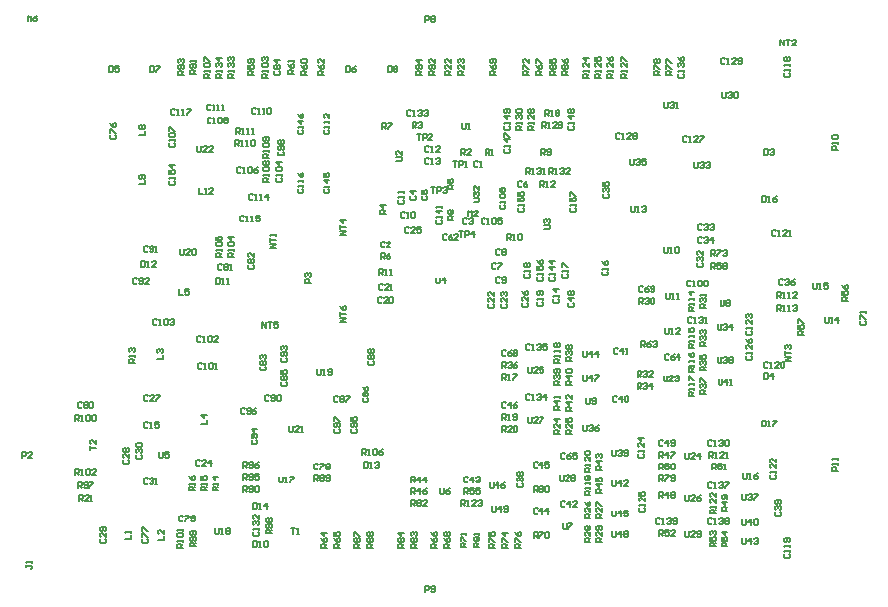
<source format=gbr>
%TF.GenerationSoftware,Altium Limited,Altium Designer,25.3.3 (18)*%
G04 Layer_Color=8388736*
%FSLAX45Y45*%
%MOMM*%
%TF.SameCoordinates,3F5801E6-D28E-45E5-A6F2-2741A7385EEC*%
%TF.FilePolarity,Positive*%
%TF.FileFunction,Other,Top_Designator*%
%TF.Part,Single*%
G01*
G75*
%TA.AperFunction,NonConductor*%
%ADD95C,0.15000*%
D95*
X5230000Y3926703D02*
X5221670Y3935033D01*
X5205009D01*
X5196678Y3926703D01*
Y3893380D01*
X5205009Y3885049D01*
X5221670D01*
X5230000Y3893380D01*
X5246662Y3885049D02*
X5263323D01*
X5254992D01*
Y3935033D01*
X5246662Y3926703D01*
X4610843Y3496620D02*
X4602513Y3504950D01*
X4585851D01*
X4577521Y3496620D01*
Y3463297D01*
X4585851Y3454967D01*
X4602513D01*
X4610843Y3463297D01*
X4627504Y3454967D02*
X4644165D01*
X4635835D01*
Y3504950D01*
X4627504Y3496620D01*
X4669158D02*
X4677488Y3504950D01*
X4694149D01*
X4702480Y3496620D01*
Y3463297D01*
X4694149Y3454967D01*
X4677488D01*
X4669158Y3463297D01*
Y3496620D01*
X4563297Y3609173D02*
X4554967Y3600843D01*
Y3584182D01*
X4563297Y3575851D01*
X4596620D01*
X4604950Y3584182D01*
Y3600843D01*
X4596620Y3609173D01*
X4604950Y3625835D02*
Y3642496D01*
Y3634165D01*
X4554967D01*
X4563297Y3625835D01*
X4604950Y3667488D02*
Y3684149D01*
Y3675818D01*
X4554967D01*
X4563297Y3667488D01*
X4663297Y3641669D02*
X4654967Y3633339D01*
Y3616678D01*
X4663297Y3608347D01*
X4696620D01*
X4704950Y3616678D01*
Y3633339D01*
X4696620Y3641669D01*
X4704950Y3683322D02*
X4654967D01*
X4679959Y3658331D01*
Y3691653D01*
X4763297Y3641669D02*
X4754967Y3633339D01*
Y3616678D01*
X4763297Y3608347D01*
X4796620D01*
X4804951Y3616678D01*
Y3633339D01*
X4796620Y3641669D01*
X4754967Y3691653D02*
Y3658331D01*
X4779959D01*
X4771628Y3674992D01*
Y3683322D01*
X4779959Y3691653D01*
X4796620D01*
X4804951Y3683322D01*
Y3666661D01*
X4796620Y3658331D01*
X4820843Y4056703D02*
X4812512Y4065033D01*
X4795851D01*
X4787521Y4056703D01*
Y4023380D01*
X4795851Y4015049D01*
X4812512D01*
X4820843Y4023380D01*
X4837504Y4015049D02*
X4854165D01*
X4845835D01*
Y4065033D01*
X4837504Y4056703D01*
X4912480Y4015049D02*
X4879157D01*
X4912480Y4048372D01*
Y4056703D01*
X4904149Y4065033D01*
X4887488D01*
X4879157Y4056703D01*
X4820843Y3956703D02*
X4812512Y3965033D01*
X4795851D01*
X4787521Y3956703D01*
Y3923380D01*
X4795851Y3915049D01*
X4812512D01*
X4820843Y3923380D01*
X4837504Y3915049D02*
X4854165D01*
X4845835D01*
Y3965033D01*
X4837504Y3956703D01*
X4879157D02*
X4887488Y3965033D01*
X4904149D01*
X4912480Y3956703D01*
Y3948372D01*
X4904149Y3940041D01*
X4895819D01*
X4904149D01*
X4912480Y3931710D01*
Y3923380D01*
X4904149Y3915049D01*
X4887488D01*
X4879157Y3923380D01*
X5141670Y3446620D02*
X5133339Y3454950D01*
X5116678D01*
X5108347Y3446620D01*
Y3413297D01*
X5116678Y3404967D01*
X5133339D01*
X5141670Y3413297D01*
X5158331Y3446620D02*
X5166661Y3454950D01*
X5183323D01*
X5191653Y3446620D01*
Y3438289D01*
X5183323Y3429959D01*
X5174992D01*
X5183323D01*
X5191653Y3421628D01*
Y3413297D01*
X5183323Y3404967D01*
X5166661D01*
X5158331Y3413297D01*
X5381670Y3066620D02*
X5373339Y3074950D01*
X5356678D01*
X5348347Y3066620D01*
Y3033297D01*
X5356678Y3024967D01*
X5373339D01*
X5381670Y3033297D01*
X5398331Y3074950D02*
X5431654D01*
Y3066620D01*
X5398331Y3033297D01*
Y3024967D01*
X5421670Y3186661D02*
X5413339Y3194992D01*
X5396678D01*
X5388347Y3186661D01*
Y3153339D01*
X5396678Y3145008D01*
X5413339D01*
X5421670Y3153339D01*
X5438331Y3186661D02*
X5446662Y3194992D01*
X5463323D01*
X5471654Y3186661D01*
Y3178331D01*
X5463323Y3170000D01*
X5471654Y3161669D01*
Y3153339D01*
X5463323Y3145008D01*
X5446662D01*
X5438331Y3153339D01*
Y3161669D01*
X5446662Y3170000D01*
X5438331Y3178331D01*
Y3186661D01*
X5446662Y3170000D02*
X5463323D01*
X5421670Y2946661D02*
X5413339Y2954992D01*
X5396678D01*
X5388347Y2946661D01*
Y2913339D01*
X5396678Y2905008D01*
X5413339D01*
X5421670Y2913339D01*
X5438331D02*
X5446662Y2905008D01*
X5463323D01*
X5471654Y2913339D01*
Y2946661D01*
X5463323Y2954992D01*
X5446662D01*
X5438331Y2946661D01*
Y2938331D01*
X5446662Y2930000D01*
X5471654D01*
X4416678Y2776703D02*
X4408347Y2785033D01*
X4391686D01*
X4383355Y2776703D01*
Y2743380D01*
X4391686Y2735049D01*
X4408347D01*
X4416678Y2743380D01*
X4466661Y2735049D02*
X4433339D01*
X4466661Y2768372D01*
Y2776703D01*
X4458331Y2785033D01*
X4441670D01*
X4433339Y2776703D01*
X4483323D02*
X4491653Y2785033D01*
X4508314D01*
X4516645Y2776703D01*
Y2743380D01*
X4508314Y2735049D01*
X4491653D01*
X4483323Y2743380D01*
Y2776703D01*
X4425009Y2886703D02*
X4416678Y2895033D01*
X4400017D01*
X4391686Y2886703D01*
Y2853380D01*
X4400017Y2845049D01*
X4416678D01*
X4425009Y2853380D01*
X4474992Y2845049D02*
X4441670D01*
X4474992Y2878372D01*
Y2886703D01*
X4466662Y2895033D01*
X4450000D01*
X4441670Y2886703D01*
X4491653Y2845049D02*
X4508315D01*
X4499984D01*
Y2895033D01*
X4491653Y2886703D01*
X5323298Y2726678D02*
X5314967Y2718347D01*
Y2701686D01*
X5323298Y2693355D01*
X5356620D01*
X5364951Y2701686D01*
Y2718347D01*
X5356620Y2726678D01*
X5364951Y2776661D02*
Y2743339D01*
X5331628Y2776661D01*
X5323298D01*
X5314967Y2768331D01*
Y2751669D01*
X5323298Y2743339D01*
X5364951Y2826645D02*
Y2793322D01*
X5331628Y2826645D01*
X5323298D01*
X5314967Y2818314D01*
Y2801653D01*
X5323298Y2793322D01*
X5433297Y2726678D02*
X5424967Y2718347D01*
Y2701686D01*
X5433297Y2693355D01*
X5466620D01*
X5474950Y2701686D01*
Y2718347D01*
X5466620Y2726678D01*
X5474950Y2776661D02*
Y2743339D01*
X5441628Y2776661D01*
X5433297D01*
X5424967Y2768331D01*
Y2751669D01*
X5433297Y2743339D01*
Y2793322D02*
X5424967Y2801653D01*
Y2818314D01*
X5433297Y2826645D01*
X5441628D01*
X5449959Y2818314D01*
Y2809983D01*
Y2818314D01*
X5458289Y2826645D01*
X5466620D01*
X5474950Y2818314D01*
Y2801653D01*
X5466620Y2793322D01*
X4023338Y1666677D02*
X4015008Y1658346D01*
Y1641685D01*
X4023338Y1633355D01*
X4056661D01*
X4064991Y1641685D01*
Y1658346D01*
X4056661Y1666677D01*
Y1683338D02*
X4064991Y1691669D01*
Y1708330D01*
X4056661Y1716661D01*
X4023338D01*
X4015008Y1708330D01*
Y1691669D01*
X4023338Y1683338D01*
X4031669D01*
X4040000Y1691669D01*
Y1716661D01*
X4015008Y1733322D02*
Y1766644D01*
X4023338D01*
X4056661Y1733322D01*
X4064991D01*
X4163338Y1666677D02*
X4155008Y1658346D01*
Y1641685D01*
X4163338Y1633355D01*
X4196661D01*
X4204992Y1641685D01*
Y1658346D01*
X4196661Y1666677D01*
Y1683338D02*
X4204992Y1691669D01*
Y1708330D01*
X4196661Y1716661D01*
X4163338D01*
X4155008Y1708330D01*
Y1691669D01*
X4163338Y1683338D01*
X4171669D01*
X4180000Y1691669D01*
Y1716661D01*
X4155008Y1766644D02*
Y1733322D01*
X4180000D01*
X4171669Y1749983D01*
Y1758314D01*
X4180000Y1766644D01*
X4196661D01*
X4204992Y1758314D01*
Y1741653D01*
X4196661Y1733322D01*
X2123339Y4156678D02*
X2115008Y4148347D01*
Y4131686D01*
X2123339Y4123355D01*
X2156661D01*
X2164992Y4131686D01*
Y4148347D01*
X2156661Y4156678D01*
X2115008Y4173339D02*
Y4206661D01*
X2123339D01*
X2156661Y4173339D01*
X2164992D01*
X2115008Y4256645D02*
X2123339Y4239984D01*
X2140000Y4223323D01*
X2156661D01*
X2164992Y4231653D01*
Y4248314D01*
X2156661Y4256645D01*
X2148331D01*
X2140000Y4248314D01*
Y4223323D01*
X2515851Y2586661D02*
X2507520Y2594992D01*
X2490859D01*
X2482528Y2586661D01*
Y2553339D01*
X2490859Y2545008D01*
X2507520D01*
X2515851Y2553339D01*
X2532512Y2545008D02*
X2549173D01*
X2540843D01*
Y2594992D01*
X2532512Y2586661D01*
X2574165D02*
X2582496Y2594992D01*
X2599157D01*
X2607488Y2586661D01*
Y2553339D01*
X2599157Y2545008D01*
X2582496D01*
X2574165Y2553339D01*
Y2586661D01*
X2624149D02*
X2632480Y2594992D01*
X2649141D01*
X2657471Y2586661D01*
Y2578331D01*
X2649141Y2570000D01*
X2640810D01*
X2649141D01*
X2657471Y2561669D01*
Y2553339D01*
X2649141Y2545008D01*
X2632480D01*
X2624149Y2553339D01*
X2393338Y736677D02*
X2385008Y728347D01*
Y711686D01*
X2393338Y703355D01*
X2426661D01*
X2434992Y711686D01*
Y728347D01*
X2426661Y736677D01*
X2385008Y753339D02*
Y786661D01*
X2393338D01*
X2426661Y753339D01*
X2434992D01*
X2385008Y803322D02*
Y836645D01*
X2393338D01*
X2426661Y803322D01*
X2434992D01*
X3323338Y1576677D02*
X3315008Y1568347D01*
Y1551685D01*
X3323338Y1543355D01*
X3356661D01*
X3364991Y1551685D01*
Y1568347D01*
X3356661Y1576677D01*
Y1593338D02*
X3364991Y1601669D01*
Y1618330D01*
X3356661Y1626661D01*
X3323338D01*
X3315008Y1618330D01*
Y1601669D01*
X3323338Y1593338D01*
X3331669D01*
X3340000Y1601669D01*
Y1626661D01*
X3364991Y1668314D02*
X3315008D01*
X3340000Y1643322D01*
Y1676645D01*
X4966678Y3306703D02*
X4958347Y3315033D01*
X4941686D01*
X4933356Y3306703D01*
Y3273380D01*
X4941686Y3265049D01*
X4958347D01*
X4966678Y3273380D01*
X5016662Y3315033D02*
X5000000Y3306703D01*
X4983339Y3290041D01*
Y3273380D01*
X4991670Y3265049D01*
X5008331D01*
X5016662Y3273380D01*
Y3281710D01*
X5008331Y3290041D01*
X4983339D01*
X5066645Y3265049D02*
X5033323D01*
X5066645Y3298372D01*
Y3306703D01*
X5058315Y3315033D01*
X5041654D01*
X5033323Y3306703D01*
X5966677Y1456703D02*
X5958347Y1465033D01*
X5941686D01*
X5933355Y1456703D01*
Y1423380D01*
X5941686Y1415049D01*
X5958347D01*
X5966677Y1423380D01*
X6016661Y1465033D02*
X6000000Y1456703D01*
X5983339Y1440041D01*
Y1423380D01*
X5991669Y1415049D01*
X6008330D01*
X6016661Y1423380D01*
Y1431711D01*
X6008330Y1440041D01*
X5983339D01*
X6066645Y1465033D02*
X6033322D01*
Y1440041D01*
X6049983Y1448372D01*
X6058314D01*
X6066645Y1440041D01*
Y1423380D01*
X6058314Y1415049D01*
X6041653D01*
X6033322Y1423380D01*
X5466678Y2326703D02*
X5458347Y2335033D01*
X5441686D01*
X5433355Y2326703D01*
Y2293380D01*
X5441686Y2285050D01*
X5458347D01*
X5466678Y2293380D01*
X5516662Y2335033D02*
X5500000Y2326703D01*
X5483339Y2310042D01*
Y2293380D01*
X5491670Y2285050D01*
X5508331D01*
X5516662Y2293380D01*
Y2301711D01*
X5508331Y2310042D01*
X5483339D01*
X5533323Y2326703D02*
X5541653Y2335033D01*
X5558315D01*
X5566645Y2326703D01*
Y2318372D01*
X5558315Y2310042D01*
X5566645Y2301711D01*
Y2293380D01*
X5558315Y2285050D01*
X5541653D01*
X5533323Y2293380D01*
Y2301711D01*
X5541653Y2310042D01*
X5533323Y2318372D01*
Y2326703D01*
X5541653Y2310042D02*
X5558315D01*
X6626678Y2866703D02*
X6618348Y2875033D01*
X6601687D01*
X6593356Y2866703D01*
Y2833380D01*
X6601687Y2825049D01*
X6618348D01*
X6626678Y2833380D01*
X6676662Y2875033D02*
X6660001Y2866703D01*
X6643340Y2850041D01*
Y2833380D01*
X6651670Y2825049D01*
X6668331D01*
X6676662Y2833380D01*
Y2841711D01*
X6668331Y2850041D01*
X6643340D01*
X6693323Y2833380D02*
X6701654Y2825049D01*
X6718315D01*
X6726646Y2833380D01*
Y2866703D01*
X6718315Y2875033D01*
X6701654D01*
X6693323Y2866703D01*
Y2858372D01*
X6701654Y2850041D01*
X6726646D01*
X6846678Y2296703D02*
X6838348Y2305033D01*
X6821686D01*
X6813356Y2296703D01*
Y2263381D01*
X6821686Y2255050D01*
X6838348D01*
X6846678Y2263381D01*
X6896662Y2305033D02*
X6880000Y2296703D01*
X6863339Y2280042D01*
Y2263381D01*
X6871670Y2255050D01*
X6888331D01*
X6896662Y2263381D01*
Y2271711D01*
X6888331Y2280042D01*
X6863339D01*
X6938315Y2255050D02*
Y2305033D01*
X6913323Y2280042D01*
X6946645D01*
X7513297Y2495851D02*
X7504966Y2487520D01*
Y2470859D01*
X7513297Y2462528D01*
X7546619D01*
X7554950Y2470859D01*
Y2487520D01*
X7546619Y2495851D01*
X7554950Y2512512D02*
Y2529173D01*
Y2520843D01*
X7504966D01*
X7513297Y2512512D01*
X7554950Y2587488D02*
Y2554165D01*
X7521628Y2587488D01*
X7513297D01*
X7504966Y2579157D01*
Y2562496D01*
X7513297Y2554165D01*
Y2604149D02*
X7504966Y2612479D01*
Y2629141D01*
X7513297Y2637471D01*
X7521628D01*
X7529958Y2629141D01*
Y2620810D01*
Y2629141D01*
X7538289Y2637471D01*
X7546619D01*
X7554950Y2629141D01*
Y2612479D01*
X7546619Y2604149D01*
X6593379Y1455851D02*
X6585049Y1447520D01*
Y1430859D01*
X6593379Y1422528D01*
X6626702D01*
X6635033Y1430859D01*
Y1447520D01*
X6626702Y1455851D01*
X6635033Y1472512D02*
Y1489173D01*
Y1480843D01*
X6585049D01*
X6593379Y1472512D01*
X6635033Y1547488D02*
Y1514165D01*
X6601710Y1547488D01*
X6593379D01*
X6585049Y1539157D01*
Y1522496D01*
X6593379Y1514165D01*
X6635033Y1589141D02*
X6585049D01*
X6610041Y1564149D01*
Y1597471D01*
X6603379Y995851D02*
X6595049Y987520D01*
Y970859D01*
X6603379Y962528D01*
X6636702D01*
X6645033Y970859D01*
Y987520D01*
X6636702Y995851D01*
X6645033Y1012512D02*
Y1029173D01*
Y1020843D01*
X6595049D01*
X6603379Y1012512D01*
X6645033Y1087488D02*
Y1054165D01*
X6611710Y1087488D01*
X6603379D01*
X6595049Y1079157D01*
Y1062496D01*
X6603379Y1054165D01*
X6595049Y1137471D02*
Y1104149D01*
X6620041D01*
X6611710Y1120810D01*
Y1129140D01*
X6620041Y1137471D01*
X6636702D01*
X6645033Y1129140D01*
Y1112479D01*
X6636702Y1104149D01*
X7513380Y2285851D02*
X7505049Y2277520D01*
Y2260859D01*
X7513380Y2252528D01*
X7546702D01*
X7555033Y2260859D01*
Y2277520D01*
X7546702Y2285851D01*
X7555033Y2302512D02*
Y2319173D01*
Y2310843D01*
X7505049D01*
X7513380Y2302512D01*
X7555033Y2377488D02*
Y2344165D01*
X7521710Y2377488D01*
X7513380D01*
X7505049Y2369157D01*
Y2352496D01*
X7513380Y2344165D01*
X7505049Y2427471D02*
X7513380Y2410810D01*
X7530041Y2394149D01*
X7546702D01*
X7555033Y2402480D01*
Y2419141D01*
X7546702Y2427471D01*
X7538372D01*
X7530041Y2419141D01*
Y2394149D01*
X7005851Y4136620D02*
X6997520Y4144950D01*
X6980859D01*
X6972529Y4136620D01*
Y4103297D01*
X6980859Y4094967D01*
X6997520D01*
X7005851Y4103297D01*
X7022512Y4094967D02*
X7039173D01*
X7030843D01*
Y4144950D01*
X7022512Y4136620D01*
X7097488Y4094967D02*
X7064165D01*
X7097488Y4128289D01*
Y4136620D01*
X7089157Y4144950D01*
X7072496D01*
X7064165Y4136620D01*
X7114149Y4144950D02*
X7147472D01*
Y4136620D01*
X7114149Y4103297D01*
Y4094967D01*
X6435851Y4166620D02*
X6427520Y4174950D01*
X6410859D01*
X6402528Y4166620D01*
Y4133297D01*
X6410859Y4124967D01*
X6427520D01*
X6435851Y4133297D01*
X6452512Y4124967D02*
X6469173D01*
X6460843D01*
Y4174950D01*
X6452512Y4166620D01*
X6527488Y4124967D02*
X6494165D01*
X6527488Y4158289D01*
Y4166620D01*
X6519157Y4174950D01*
X6502496D01*
X6494165Y4166620D01*
X6544149D02*
X6552480Y4174950D01*
X6569141D01*
X6577471Y4166620D01*
Y4158289D01*
X6569141Y4149958D01*
X6577471Y4141628D01*
Y4133297D01*
X6569141Y4124967D01*
X6552480D01*
X6544149Y4133297D01*
Y4141628D01*
X6552480Y4149958D01*
X6544149Y4158289D01*
Y4166620D01*
X6552480Y4149958D02*
X6569141D01*
X4441670Y3246703D02*
X4433339Y3255033D01*
X4416678D01*
X4408347Y3246703D01*
Y3213380D01*
X4416678Y3205049D01*
X4433339D01*
X4441670Y3213380D01*
X4491653Y3205049D02*
X4458331D01*
X4491653Y3238372D01*
Y3246703D01*
X4483323Y3255033D01*
X4466662D01*
X4458331Y3246703D01*
X3513297Y4696678D02*
X3504967Y4688347D01*
Y4671686D01*
X3513297Y4663355D01*
X3546620D01*
X3554950Y4671686D01*
Y4688347D01*
X3546620Y4696678D01*
X3513297Y4713339D02*
X3504967Y4721669D01*
Y4738331D01*
X3513297Y4746661D01*
X3521628D01*
X3529959Y4738331D01*
X3538289Y4746661D01*
X3546620D01*
X3554950Y4738331D01*
Y4721669D01*
X3546620Y4713339D01*
X3538289D01*
X3529959Y4721669D01*
X3521628Y4713339D01*
X3513297D01*
X3529959Y4721669D02*
Y4738331D01*
X3554950Y4788314D02*
X3504967D01*
X3529959Y4763322D01*
Y4796645D01*
X3533380Y3795851D02*
X3525049Y3787520D01*
Y3770859D01*
X3533380Y3762528D01*
X3566702D01*
X3575033Y3770859D01*
Y3787520D01*
X3566702Y3795851D01*
X3575033Y3812512D02*
Y3829173D01*
Y3820842D01*
X3525049D01*
X3533380Y3812512D01*
Y3854165D02*
X3525049Y3862496D01*
Y3879157D01*
X3533380Y3887488D01*
X3566702D01*
X3575033Y3879157D01*
Y3862496D01*
X3566702Y3854165D01*
X3533380D01*
X3575033Y3929140D02*
X3525049D01*
X3550041Y3904149D01*
Y3937471D01*
X5295851Y3446620D02*
X5287521Y3454950D01*
X5270859D01*
X5262529Y3446620D01*
Y3413297D01*
X5270859Y3404967D01*
X5287521D01*
X5295851Y3413297D01*
X5312512Y3404967D02*
X5329173D01*
X5320843D01*
Y3454950D01*
X5312512Y3446620D01*
X5354166D02*
X5362496Y3454950D01*
X5379157D01*
X5387488Y3446620D01*
Y3413297D01*
X5379157Y3404967D01*
X5362496D01*
X5354166Y3413297D01*
Y3446620D01*
X5437472Y3454950D02*
X5404149D01*
Y3429959D01*
X5420810Y3438289D01*
X5429141D01*
X5437472Y3429959D01*
Y3413297D01*
X5429141Y3404967D01*
X5412480D01*
X5404149Y3413297D01*
X3225851Y3876620D02*
X3217520Y3884950D01*
X3200859D01*
X3192529Y3876620D01*
Y3843297D01*
X3200859Y3834967D01*
X3217520D01*
X3225851Y3843297D01*
X3242512Y3834967D02*
X3259173D01*
X3250843D01*
Y3884950D01*
X3242512Y3876620D01*
X3284165D02*
X3292496Y3884950D01*
X3309157D01*
X3317488Y3876620D01*
Y3843297D01*
X3309157Y3834967D01*
X3292496D01*
X3284165Y3843297D01*
Y3876620D01*
X3367472Y3884950D02*
X3350810Y3876620D01*
X3334149Y3859958D01*
Y3843297D01*
X3342480Y3834967D01*
X3359141D01*
X3367472Y3843297D01*
Y3851628D01*
X3359141Y3859958D01*
X3334149D01*
X2623338Y4085851D02*
X2615007Y4077520D01*
Y4060859D01*
X2623338Y4052529D01*
X2656660D01*
X2664991Y4060859D01*
Y4077520D01*
X2656660Y4085851D01*
X2664991Y4102512D02*
Y4119173D01*
Y4110843D01*
X2615007D01*
X2623338Y4102512D01*
Y4144165D02*
X2615007Y4152496D01*
Y4169157D01*
X2623338Y4177488D01*
X2656660D01*
X2664991Y4169157D01*
Y4152496D01*
X2656660Y4144165D01*
X2623338D01*
X2615007Y4194149D02*
Y4227472D01*
X2623338D01*
X2656660Y4194149D01*
X2664991D01*
X2975851Y4296703D02*
X2967520Y4305033D01*
X2950859D01*
X2942528Y4296703D01*
Y4263380D01*
X2950859Y4255049D01*
X2967520D01*
X2975851Y4263380D01*
X2992512Y4255049D02*
X3009173D01*
X3000843D01*
Y4305033D01*
X2992512Y4296703D01*
X3034165D02*
X3042496Y4305033D01*
X3059157D01*
X3067488Y4296703D01*
Y4263380D01*
X3059157Y4255049D01*
X3042496D01*
X3034165Y4263380D01*
Y4296703D01*
X3084149D02*
X3092479Y4305033D01*
X3109141D01*
X3117471Y4296703D01*
Y4288372D01*
X3109141Y4280041D01*
X3117471Y4271711D01*
Y4263380D01*
X3109141Y4255049D01*
X3092479D01*
X3084149Y4263380D01*
Y4271711D01*
X3092479Y4280041D01*
X3084149Y4288372D01*
Y4296703D01*
X3092479Y4280041D02*
X3109141D01*
X2670016Y4366661D02*
X2661686Y4374992D01*
X2645024D01*
X2636694Y4366661D01*
Y4333339D01*
X2645024Y4325008D01*
X2661686D01*
X2670016Y4333339D01*
X2686677Y4325008D02*
X2703339D01*
X2695008D01*
Y4374992D01*
X2686677Y4366661D01*
X2728331Y4325008D02*
X2744992D01*
X2736661D01*
Y4374992D01*
X2728331Y4366661D01*
X2769984Y4374992D02*
X2803306D01*
Y4366661D01*
X2769984Y4333339D01*
Y4325008D01*
X5423339Y3565851D02*
X5415008Y3557520D01*
Y3540859D01*
X5423339Y3532529D01*
X5456661D01*
X5464992Y3540859D01*
Y3557520D01*
X5456661Y3565851D01*
X5464992Y3582512D02*
Y3599173D01*
Y3590843D01*
X5415008D01*
X5423339Y3582512D01*
Y3624165D02*
X5415008Y3632496D01*
Y3649157D01*
X5423339Y3657488D01*
X5456661D01*
X5464992Y3649157D01*
Y3632496D01*
X5456661Y3624165D01*
X5423339D01*
X5456661Y3674149D02*
X5464992Y3682480D01*
Y3699141D01*
X5456661Y3707472D01*
X5423339D01*
X5415008Y3699141D01*
Y3682480D01*
X5423339Y3674149D01*
X5431669D01*
X5440000Y3682480D01*
Y3707472D01*
X3350016Y4376662D02*
X3341685Y4384992D01*
X3325024D01*
X3316694Y4376662D01*
Y4343339D01*
X3325024Y4335008D01*
X3341685D01*
X3350016Y4343339D01*
X3366677Y4335008D02*
X3383338D01*
X3375008D01*
Y4384992D01*
X3366677Y4376662D01*
X3408330Y4335008D02*
X3424992D01*
X3416661D01*
Y4384992D01*
X3408330Y4376662D01*
X3449984D02*
X3458314Y4384992D01*
X3474976D01*
X3483306Y4376662D01*
Y4343339D01*
X3474976Y4335008D01*
X3458314D01*
X3449984Y4343339D01*
Y4376662D01*
X3330016Y3646661D02*
X3321686Y3654992D01*
X3305025D01*
X3296694Y3646661D01*
Y3613339D01*
X3305025Y3605008D01*
X3321686D01*
X3330016Y3613339D01*
X3346678Y3605008D02*
X3363339D01*
X3355008D01*
Y3654992D01*
X3346678Y3646661D01*
X3388331Y3605008D02*
X3404992D01*
X3396661D01*
Y3654992D01*
X3388331Y3646661D01*
X3454976Y3605008D02*
Y3654992D01*
X3429984Y3630000D01*
X3463307D01*
X3713339Y3700016D02*
X3705008Y3691686D01*
Y3675025D01*
X3713339Y3666694D01*
X3746661D01*
X3754992Y3675025D01*
Y3691686D01*
X3746661Y3700016D01*
X3754992Y3716678D02*
Y3733339D01*
Y3725008D01*
X3705008D01*
X3713339Y3716678D01*
X3754992Y3758331D02*
Y3774992D01*
Y3766662D01*
X3705008D01*
X3713339Y3758331D01*
X3705008Y3833307D02*
X3713339Y3816645D01*
X3730000Y3799984D01*
X3746661D01*
X3754992Y3808315D01*
Y3824976D01*
X3746661Y3833307D01*
X3738331D01*
X3730000Y3824976D01*
Y3799984D01*
X3250016Y3466661D02*
X3241686Y3474992D01*
X3225025D01*
X3216694Y3466661D01*
Y3433339D01*
X3225025Y3425008D01*
X3241686D01*
X3250016Y3433339D01*
X3266677Y3425008D02*
X3283339D01*
X3275008D01*
Y3474992D01*
X3266677Y3466661D01*
X3308331Y3425008D02*
X3324992D01*
X3316661D01*
Y3474992D01*
X3308331Y3466661D01*
X3383306Y3474992D02*
X3349984D01*
Y3450000D01*
X3366645Y3458331D01*
X3374976D01*
X3383306Y3450000D01*
Y3433339D01*
X3374976Y3425008D01*
X3358315D01*
X3349984Y3433339D01*
X1876677Y1886703D02*
X1868347Y1895033D01*
X1851686D01*
X1843355Y1886703D01*
Y1853380D01*
X1851686Y1845049D01*
X1868347D01*
X1876677Y1853380D01*
X1893339Y1886703D02*
X1901669Y1895033D01*
X1918330D01*
X1926661Y1886703D01*
Y1878372D01*
X1918330Y1870041D01*
X1926661Y1861711D01*
Y1853380D01*
X1918330Y1845049D01*
X1901669D01*
X1893339Y1853380D01*
Y1861711D01*
X1901669Y1870041D01*
X1893339Y1878372D01*
Y1886703D01*
X1901669Y1870041D02*
X1918330D01*
X1943322Y1886703D02*
X1951653Y1895033D01*
X1968314D01*
X1976645Y1886703D01*
Y1853380D01*
X1968314Y1845049D01*
X1951653D01*
X1943322Y1853380D01*
Y1886703D01*
X6293338Y3000843D02*
X6285008Y2992512D01*
Y2975851D01*
X6293338Y2967520D01*
X6326661D01*
X6334991Y2975851D01*
Y2992512D01*
X6326661Y3000843D01*
X6334991Y3017504D02*
Y3034165D01*
Y3025835D01*
X6285008D01*
X6293338Y3017504D01*
X6285008Y3092480D02*
X6293338Y3075818D01*
X6310000Y3059157D01*
X6326661D01*
X6334991Y3067488D01*
Y3084149D01*
X6326661Y3092480D01*
X6318330D01*
X6310000Y3084149D01*
Y3059157D01*
X5953297Y2980843D02*
X5944967Y2972512D01*
Y2955851D01*
X5953297Y2947521D01*
X5986620D01*
X5994950Y2955851D01*
Y2972512D01*
X5986620Y2980843D01*
X5994950Y2997504D02*
Y3014165D01*
Y3005835D01*
X5944967D01*
X5953297Y2997504D01*
X5944967Y3039157D02*
Y3072480D01*
X5953297D01*
X5986620Y3039157D01*
X5994950D01*
X5633297Y2980843D02*
X5624967Y2972512D01*
Y2955851D01*
X5633297Y2947521D01*
X5666620D01*
X5674951Y2955851D01*
Y2972512D01*
X5666620Y2980843D01*
X5674951Y2997504D02*
Y3014165D01*
Y3005835D01*
X5624967D01*
X5633297Y2997504D01*
Y3039157D02*
X5624967Y3047488D01*
Y3064149D01*
X5633297Y3072480D01*
X5641628D01*
X5649959Y3064149D01*
X5658289Y3072480D01*
X5666620D01*
X5674951Y3064149D01*
Y3047488D01*
X5666620Y3039157D01*
X5658289D01*
X5649959Y3047488D01*
X5641628Y3039157D01*
X5633297D01*
X5649959Y3047488D02*
Y3064149D01*
X7833297Y4680016D02*
X7824967Y4671685D01*
Y4655024D01*
X7833297Y4646694D01*
X7866620D01*
X7874950Y4655024D01*
Y4671685D01*
X7866620Y4680016D01*
X7874950Y4696677D02*
Y4713338D01*
Y4705008D01*
X7824967D01*
X7833297Y4696677D01*
X7874950Y4738330D02*
Y4754992D01*
Y4746661D01*
X7824967D01*
X7833297Y4738330D01*
Y4779984D02*
X7824967Y4788314D01*
Y4804975D01*
X7833297Y4813306D01*
X7841628D01*
X7849958Y4804975D01*
X7858289Y4813306D01*
X7866620D01*
X7874950Y4804975D01*
Y4788314D01*
X7866620Y4779984D01*
X7858289D01*
X7849958Y4788314D01*
X7841628Y4779984D01*
X7833297D01*
X7849958Y4788314D02*
Y4804975D01*
X7833380Y610017D02*
X7825049Y601686D01*
Y585025D01*
X7833380Y576694D01*
X7866702D01*
X7875033Y585025D01*
Y601686D01*
X7866702Y610017D01*
X7875033Y626678D02*
Y643339D01*
Y635008D01*
X7825049D01*
X7833380Y626678D01*
X7875033Y668331D02*
Y684992D01*
Y676662D01*
X7825049D01*
X7833380Y668331D01*
X7866702Y709984D02*
X7875033Y718315D01*
Y734976D01*
X7866702Y743307D01*
X7833380D01*
X7825049Y734976D01*
Y718315D01*
X7833380Y709984D01*
X7841711D01*
X7850041Y718315D01*
Y743307D01*
X7035852Y2916620D02*
X7027521Y2924950D01*
X7010860D01*
X7002529Y2916620D01*
Y2883298D01*
X7010860Y2874967D01*
X7027521D01*
X7035852Y2883298D01*
X7052513Y2874967D02*
X7069174D01*
X7060843D01*
Y2924950D01*
X7052513Y2916620D01*
X7094166D02*
X7102497Y2924950D01*
X7119158D01*
X7127488Y2916620D01*
Y2883298D01*
X7119158Y2874967D01*
X7102497D01*
X7094166Y2883298D01*
Y2916620D01*
X7144150D02*
X7152480Y2924950D01*
X7169141D01*
X7177472Y2916620D01*
Y2883298D01*
X7169141Y2874967D01*
X7152480D01*
X7144150Y2883298D01*
Y2916620D01*
X7636736Y3639639D02*
Y3589655D01*
X7661728D01*
X7670059Y3597986D01*
Y3631308D01*
X7661728Y3639639D01*
X7636736D01*
X7686720Y3589655D02*
X7703381D01*
X7695050D01*
Y3639639D01*
X7686720Y3631308D01*
X7761695Y3639639D02*
X7745034Y3631308D01*
X7728373Y3614647D01*
Y3597986D01*
X7736704Y3589655D01*
X7753365D01*
X7761695Y3597986D01*
Y3606316D01*
X7753365Y3614647D01*
X7728373D01*
X7636736Y1739639D02*
Y1689655D01*
X7661728D01*
X7670059Y1697986D01*
Y1731308D01*
X7661728Y1739639D01*
X7636736D01*
X7686720Y1689655D02*
X7703381D01*
X7695050D01*
Y1739639D01*
X7686720Y1731308D01*
X7728373Y1739639D02*
X7761695D01*
Y1731308D01*
X7728373Y1697986D01*
Y1689655D01*
X7658347Y4039639D02*
Y3989655D01*
X7683339D01*
X7691670Y3997986D01*
Y4031308D01*
X7683339Y4039639D01*
X7658347D01*
X7708331Y4031308D02*
X7716661Y4039639D01*
X7733323D01*
X7741653Y4031308D01*
Y4022978D01*
X7733323Y4014647D01*
X7724992D01*
X7733323D01*
X7741653Y4006316D01*
Y3997986D01*
X7733323Y3989655D01*
X7716661D01*
X7708331Y3997986D01*
X7658347Y2139639D02*
Y2089655D01*
X7683339D01*
X7691670Y2097986D01*
Y2131309D01*
X7683339Y2139639D01*
X7658347D01*
X7733323Y2089655D02*
Y2139639D01*
X7708331Y2114647D01*
X7741653D01*
X2245008Y736678D02*
X2294992D01*
Y770000D01*
Y786661D02*
Y803322D01*
Y794992D01*
X2245008D01*
X2253339Y786661D01*
X2525008Y728347D02*
X2574992D01*
Y761670D01*
Y811653D02*
Y778331D01*
X2541669Y811653D01*
X2533339D01*
X2525008Y803322D01*
Y786661D01*
X2533339Y778331D01*
X1418847Y5118508D02*
Y5168492D01*
X1435508Y5151831D01*
X1452170Y5168492D01*
Y5118508D01*
X1502153Y5168492D02*
X1485492Y5160161D01*
X1468831Y5143500D01*
Y5126839D01*
X1477161Y5118508D01*
X1493823D01*
X1502153Y5126839D01*
Y5135169D01*
X1493823Y5143500D01*
X1468831D01*
X5296678Y3985008D02*
Y4034992D01*
X5321670D01*
X5330001Y4026661D01*
Y4010000D01*
X5321670Y4001669D01*
X5296678D01*
X5313339D02*
X5330001Y3985008D01*
X5346662D02*
X5363323D01*
X5354992D01*
Y4034992D01*
X5346662Y4026661D01*
X5088347Y3985008D02*
Y4034992D01*
X5113339D01*
X5121670Y4026661D01*
Y4010000D01*
X5113339Y4001669D01*
X5088347D01*
X5105009D02*
X5121670Y3985008D01*
X5171654D02*
X5138331D01*
X5171654Y4018331D01*
Y4026661D01*
X5163323Y4034992D01*
X5146662D01*
X5138331Y4026661D01*
X4418347Y4205008D02*
Y4254992D01*
X4443339D01*
X4451670Y4246661D01*
Y4230000D01*
X4443339Y4221669D01*
X4418347D01*
X4435008D02*
X4451670Y4205008D01*
X4468331Y4254992D02*
X4501653D01*
Y4246661D01*
X4468331Y4213339D01*
Y4205008D01*
X5024992Y3438347D02*
X4975008D01*
Y3463339D01*
X4983339Y3471670D01*
X5000000D01*
X5008331Y3463339D01*
Y3438347D01*
Y3455008D02*
X5024992Y3471670D01*
X4983339Y3488331D02*
X4975008Y3496662D01*
Y3513323D01*
X4983339Y3521653D01*
X4991669D01*
X5000000Y3513323D01*
X5008331Y3521653D01*
X5016661D01*
X5024992Y3513323D01*
Y3496662D01*
X5016661Y3488331D01*
X5008331D01*
X5000000Y3496662D01*
X4991669Y3488331D01*
X4983339D01*
X5000000Y3496662D02*
Y3513323D01*
X5768701Y3985008D02*
Y4034992D01*
X5793693D01*
X5802023Y4026661D01*
Y4010000D01*
X5793693Y4001669D01*
X5768701D01*
X5785362D02*
X5802023Y3985008D01*
X5818685Y3993339D02*
X5827015Y3985008D01*
X5843676D01*
X5852007Y3993339D01*
Y4026661D01*
X5843676Y4034992D01*
X5827015D01*
X5818685Y4026661D01*
Y4018331D01*
X5827015Y4010000D01*
X5852007D01*
X4408347Y3105008D02*
Y3154992D01*
X4433339D01*
X4441670Y3146661D01*
Y3130000D01*
X4433339Y3121669D01*
X4408347D01*
X4425008D02*
X4441670Y3105008D01*
X4491653Y3154992D02*
X4474992Y3146661D01*
X4458331Y3130000D01*
Y3113339D01*
X4466662Y3105008D01*
X4483323D01*
X4491653Y3113339D01*
Y3121669D01*
X4483323Y3130000D01*
X4458331D01*
X7164992Y2163356D02*
X7115008D01*
Y2188347D01*
X7123339Y2196678D01*
X7140000D01*
X7148331Y2188347D01*
Y2163356D01*
Y2180017D02*
X7164992Y2196678D01*
X7123339Y2213339D02*
X7115008Y2221670D01*
Y2238331D01*
X7123339Y2246662D01*
X7131670D01*
X7140000Y2238331D01*
Y2230000D01*
Y2238331D01*
X7148331Y2246662D01*
X7156661D01*
X7164992Y2238331D01*
Y2221670D01*
X7156661Y2213339D01*
X7115008Y2296645D02*
Y2263323D01*
X7140000D01*
X7131670Y2279984D01*
Y2288315D01*
X7140000Y2296645D01*
X7156661D01*
X7164992Y2288315D01*
Y2271654D01*
X7156661Y2263323D01*
X7766694Y2775008D02*
Y2824992D01*
X7791686D01*
X7800016Y2816661D01*
Y2800000D01*
X7791686Y2791669D01*
X7766694D01*
X7783355D02*
X7800016Y2775008D01*
X7816678D02*
X7833339D01*
X7825008D01*
Y2824992D01*
X7816678Y2816661D01*
X7858331Y2775008D02*
X7874992D01*
X7866661D01*
Y2824992D01*
X7858331Y2816661D01*
X7933306Y2775008D02*
X7899984D01*
X7933306Y2808331D01*
Y2816661D01*
X7924976Y2824992D01*
X7908315D01*
X7899984Y2816661D01*
X5113356Y1115008D02*
Y1164992D01*
X5138347D01*
X5146678Y1156662D01*
Y1140000D01*
X5138347Y1131670D01*
X5113356D01*
X5130017D02*
X5146678Y1115008D01*
X5196662Y1164992D02*
X5163339D01*
Y1140000D01*
X5180000Y1148331D01*
X5188331D01*
X5196662Y1140000D01*
Y1123339D01*
X5188331Y1115008D01*
X5171670D01*
X5163339Y1123339D01*
X5246645Y1164992D02*
X5213323D01*
Y1140000D01*
X5229984Y1148331D01*
X5238315D01*
X5246645Y1140000D01*
Y1123339D01*
X5238315Y1115008D01*
X5221654D01*
X5213323Y1123339D01*
X7766694Y2665008D02*
Y2714992D01*
X7791686D01*
X7800016Y2706661D01*
Y2690000D01*
X7791686Y2681669D01*
X7766694D01*
X7783355D02*
X7800016Y2665008D01*
X7816678D02*
X7833339D01*
X7825008D01*
Y2714992D01*
X7816678Y2706661D01*
X7858331Y2665008D02*
X7874992D01*
X7866661D01*
Y2714992D01*
X7858331Y2706661D01*
X7899984D02*
X7908315Y2714992D01*
X7924976D01*
X7933306Y2706661D01*
Y2698331D01*
X7924976Y2690000D01*
X7916645D01*
X7924976D01*
X7933306Y2681669D01*
Y2673339D01*
X7924976Y2665008D01*
X7908315D01*
X7899984Y2673339D01*
X4454992Y3488347D02*
X4405008D01*
Y3513339D01*
X4413339Y3521670D01*
X4430000D01*
X4438331Y3513339D01*
Y3488347D01*
Y3505008D02*
X4454992Y3521670D01*
Y3563323D02*
X4405008D01*
X4430000Y3538331D01*
Y3571653D01*
X4395851Y2975008D02*
Y3024992D01*
X4420843D01*
X4429174Y3016661D01*
Y3000000D01*
X4420843Y2991669D01*
X4395851D01*
X4412512D02*
X4429174Y2975008D01*
X4445835D02*
X4462496D01*
X4454166D01*
Y3024992D01*
X4445835Y3016661D01*
X4487488Y2975008D02*
X4504149D01*
X4495819D01*
Y3024992D01*
X4487488Y3016661D01*
X3243355Y1135009D02*
Y1184992D01*
X3268347D01*
X3276678Y1176662D01*
Y1160000D01*
X3268347Y1151670D01*
X3243355D01*
X3260017D02*
X3276678Y1135009D01*
X3293339Y1143339D02*
X3301670Y1135009D01*
X3318331D01*
X3326662Y1143339D01*
Y1176662D01*
X3318331Y1184992D01*
X3301670D01*
X3293339Y1176662D01*
Y1168331D01*
X3301670Y1160000D01*
X3326662D01*
X3343323Y1176662D02*
X3351653Y1184992D01*
X3368315D01*
X3376645Y1176662D01*
Y1143339D01*
X3368315Y1135009D01*
X3351653D01*
X3343323Y1143339D01*
Y1176662D01*
X3243355Y1235008D02*
Y1284992D01*
X3268347D01*
X3276678Y1276662D01*
Y1260000D01*
X3268347Y1251670D01*
X3243355D01*
X3260017D02*
X3276678Y1235008D01*
X3293339Y1243339D02*
X3301670Y1235008D01*
X3318331D01*
X3326662Y1243339D01*
Y1276662D01*
X3318331Y1284992D01*
X3301670D01*
X3293339Y1276662D01*
Y1268331D01*
X3301670Y1260000D01*
X3326662D01*
X3376645Y1284992D02*
X3343323D01*
Y1260000D01*
X3359984Y1268331D01*
X3368315D01*
X3376645Y1260000D01*
Y1243339D01*
X3368315Y1235008D01*
X3351653D01*
X3343323Y1243339D01*
X6583356Y2105009D02*
Y2154992D01*
X6608347D01*
X6616678Y2146662D01*
Y2130001D01*
X6608347Y2121670D01*
X6583356D01*
X6600017D02*
X6616678Y2105009D01*
X6633339Y2146662D02*
X6641670Y2154992D01*
X6658331D01*
X6666662Y2146662D01*
Y2138331D01*
X6658331Y2130001D01*
X6650000D01*
X6658331D01*
X6666662Y2121670D01*
Y2113339D01*
X6658331Y2105009D01*
X6641670D01*
X6633339Y2113339D01*
X6716645Y2105009D02*
X6683323D01*
X6716645Y2138331D01*
Y2146662D01*
X6708315Y2154992D01*
X6691654D01*
X6683323Y2146662D01*
X4713356Y4164992D02*
X4746678D01*
X4730017D01*
Y4115008D01*
X4763339D02*
Y4164992D01*
X4788331D01*
X4796662Y4156661D01*
Y4140000D01*
X4788331Y4131669D01*
X4763339D01*
X4846645Y4115008D02*
X4813323D01*
X4846645Y4148331D01*
Y4156661D01*
X4838315Y4164992D01*
X4821654D01*
X4813323Y4156661D01*
X5021686Y3934992D02*
X5055009D01*
X5038347D01*
Y3885008D01*
X5071670D02*
Y3934992D01*
X5096662D01*
X5104992Y3926661D01*
Y3910000D01*
X5096662Y3901669D01*
X5071670D01*
X5121653Y3885008D02*
X5138315D01*
X5129984D01*
Y3934992D01*
X5121653Y3926661D01*
X4833356Y3714992D02*
X4866678D01*
X4850017D01*
Y3665008D01*
X4883339D02*
Y3714992D01*
X4908331D01*
X4916662Y3706661D01*
Y3690000D01*
X4908331Y3681669D01*
X4883339D01*
X4933323Y3706661D02*
X4941654Y3714992D01*
X4958315D01*
X4966645Y3706661D01*
Y3698331D01*
X4958315Y3690000D01*
X4949984D01*
X4958315D01*
X4966645Y3681669D01*
Y3673339D01*
X4958315Y3665008D01*
X4941654D01*
X4933323Y3673339D01*
X5073356Y3344992D02*
X5106678D01*
X5090017D01*
Y3295008D01*
X5123339D02*
Y3344992D01*
X5148331D01*
X5156662Y3336661D01*
Y3320000D01*
X5148331Y3311669D01*
X5123339D01*
X5198315Y3295008D02*
Y3344992D01*
X5173323Y3320000D01*
X5206645D01*
X4535008Y3938347D02*
X4576661D01*
X4584992Y3946677D01*
Y3963339D01*
X4576661Y3971669D01*
X4535008D01*
X4584992Y4021653D02*
Y3988330D01*
X4551669Y4021653D01*
X4543339D01*
X4535008Y4013322D01*
Y3996661D01*
X4543339Y3988330D01*
X5096678Y4254992D02*
Y4213339D01*
X5105009Y4205008D01*
X5121670D01*
X5130001Y4213339D01*
Y4254992D01*
X5146662Y4205008D02*
X5163323D01*
X5154992D01*
Y4254992D01*
X5146662Y4246661D01*
X6826204Y2820470D02*
Y2778817D01*
X6834535Y2770487D01*
X6851196D01*
X6859527Y2778817D01*
Y2820470D01*
X6876188Y2770487D02*
X6892849D01*
X6884519D01*
Y2820470D01*
X6876188Y2812140D01*
X6917841Y2770487D02*
X6934502D01*
X6926172D01*
Y2820470D01*
X6917841Y2812140D01*
X6983708Y1110470D02*
Y1068817D01*
X6992039Y1060486D01*
X7008700D01*
X7017031Y1068817D01*
Y1110470D01*
X7067014Y1060486D02*
X7033692D01*
X7067014Y1093809D01*
Y1102140D01*
X7058684Y1110470D01*
X7042022D01*
X7033692Y1102140D01*
X7116998Y1110470D02*
X7100337Y1102140D01*
X7083675Y1085478D01*
Y1068817D01*
X7092006Y1060486D01*
X7108667D01*
X7116998Y1068817D01*
Y1077147D01*
X7108667Y1085478D01*
X7083675D01*
X6803709Y2120471D02*
Y2078818D01*
X6812039Y2070487D01*
X6828700D01*
X6837031Y2078818D01*
Y2120471D01*
X6887015Y2070487D02*
X6853692D01*
X6887015Y2103810D01*
Y2112140D01*
X6878684Y2120471D01*
X6862023D01*
X6853692Y2112140D01*
X6903676D02*
X6912006Y2120471D01*
X6928668D01*
X6936998Y2112140D01*
Y2103810D01*
X6928668Y2095479D01*
X6920337D01*
X6928668D01*
X6936998Y2087148D01*
Y2078818D01*
X6928668Y2070487D01*
X6912006D01*
X6903676Y2078818D01*
X5923708Y1280471D02*
Y1238818D01*
X5932038Y1230487D01*
X5948700D01*
X5957030Y1238818D01*
Y1280471D01*
X6007014Y1230487D02*
X5973691D01*
X6007014Y1263810D01*
Y1272140D01*
X5998683Y1280471D01*
X5982022D01*
X5973691Y1272140D01*
X6023675D02*
X6032006Y1280471D01*
X6048667D01*
X6056998Y1272140D01*
Y1263810D01*
X6048667Y1255479D01*
X6056998Y1247148D01*
Y1238818D01*
X6048667Y1230487D01*
X6032006D01*
X6023675Y1238818D01*
Y1247148D01*
X6032006Y1255479D01*
X6023675Y1263810D01*
Y1272140D01*
X6032006Y1255479D02*
X6048667D01*
X6817874Y2520470D02*
Y2478817D01*
X6826204Y2470487D01*
X6842865D01*
X6851196Y2478817D01*
Y2520470D01*
X6867857Y2470487D02*
X6884518D01*
X6876188D01*
Y2520470D01*
X6867857Y2512140D01*
X6942833Y2470487D02*
X6909510D01*
X6942833Y2503809D01*
Y2512140D01*
X6934502Y2520470D01*
X6917841D01*
X6909510Y2512140D01*
X8067520Y2902492D02*
Y2860839D01*
X8075851Y2852508D01*
X8092512D01*
X8100843Y2860839D01*
Y2902492D01*
X8117504Y2852508D02*
X8134165D01*
X8125835D01*
Y2902492D01*
X8117504Y2894161D01*
X8192480Y2902492D02*
X8159157D01*
Y2877500D01*
X8175818Y2885831D01*
X8184149D01*
X8192480Y2877500D01*
Y2860839D01*
X8184149Y2852508D01*
X8167488D01*
X8159157Y2860839D01*
X6983708Y1460471D02*
Y1418818D01*
X6992039Y1410487D01*
X7008700D01*
X7017031Y1418818D01*
Y1460471D01*
X7067014Y1410487D02*
X7033692D01*
X7067014Y1443809D01*
Y1452140D01*
X7058684Y1460471D01*
X7042022D01*
X7033692Y1452140D01*
X7108667Y1410487D02*
Y1460471D01*
X7083675Y1435479D01*
X7116998D01*
X6983708Y800470D02*
Y758817D01*
X6992039Y750487D01*
X7008700D01*
X7017031Y758817D01*
Y800470D01*
X7067014Y750487D02*
X7033692D01*
X7067014Y783809D01*
Y792140D01*
X7058684Y800470D01*
X7042022D01*
X7033692Y792140D01*
X7083675Y758817D02*
X7092006Y750487D01*
X7108667D01*
X7116998Y758817D01*
Y792140D01*
X7108667Y800470D01*
X7092006D01*
X7083675Y792140D01*
Y783809D01*
X7092006Y775479D01*
X7116998D01*
X5653709Y1770471D02*
Y1728818D01*
X5662039Y1720487D01*
X5678700D01*
X5687031Y1728818D01*
Y1770471D01*
X5737015Y1720487D02*
X5703692D01*
X5737015Y1753810D01*
Y1762140D01*
X5728684Y1770471D01*
X5712023D01*
X5703692Y1762140D01*
X5753676Y1770471D02*
X5786998D01*
Y1762140D01*
X5753676Y1728818D01*
Y1720487D01*
X6527520Y3554992D02*
Y3513339D01*
X6535851Y3505008D01*
X6552512D01*
X6560843Y3513339D01*
Y3554992D01*
X6577504Y3505008D02*
X6594165D01*
X6585835D01*
Y3554992D01*
X6577504Y3546661D01*
X6619157D02*
X6627488Y3554992D01*
X6644149D01*
X6652480Y3546661D01*
Y3538331D01*
X6644149Y3530000D01*
X6635818D01*
X6644149D01*
X6652480Y3521669D01*
Y3513339D01*
X6644149Y3505008D01*
X6627488D01*
X6619157Y3513339D01*
X8167309Y2617180D02*
Y2575527D01*
X8175640Y2567197D01*
X8192301D01*
X8200632Y2575527D01*
Y2617180D01*
X8217293Y2567197D02*
X8233954D01*
X8225623D01*
Y2617180D01*
X8217293Y2608850D01*
X8283938Y2567197D02*
Y2617180D01*
X8258946Y2592189D01*
X8292268D01*
X2853355Y4064992D02*
Y4023339D01*
X2861686Y4015008D01*
X2878347D01*
X2886677Y4023339D01*
Y4064992D01*
X2936661Y4015008D02*
X2903339D01*
X2936661Y4048331D01*
Y4056661D01*
X2928330Y4064992D01*
X2911669D01*
X2903339Y4056661D01*
X2986645Y4015008D02*
X2953322D01*
X2986645Y4048331D01*
Y4056661D01*
X2978314Y4064992D01*
X2961653D01*
X2953322Y4056661D01*
X5795008Y3358347D02*
X5836661D01*
X5844992Y3366678D01*
Y3383339D01*
X5836661Y3391669D01*
X5795008D01*
X5803339Y3408330D02*
X5795008Y3416661D01*
Y3433322D01*
X5803339Y3441653D01*
X5811669D01*
X5820000Y3433322D01*
Y3424992D01*
Y3433322D01*
X5828331Y3441653D01*
X5836661D01*
X5844992Y3433322D01*
Y3416661D01*
X5836661Y3408330D01*
X4786847Y5116508D02*
Y5166492D01*
X4811839D01*
X4820169Y5158161D01*
Y5141500D01*
X4811839Y5133169D01*
X4786847D01*
X4836831Y5158161D02*
X4845161Y5166492D01*
X4861822D01*
X4870153Y5158161D01*
Y5149831D01*
X4861822Y5141500D01*
X4870153Y5133169D01*
Y5124839D01*
X4861822Y5116508D01*
X4845161D01*
X4836831Y5124839D01*
Y5133169D01*
X4845161Y5141500D01*
X4836831Y5149831D01*
Y5158161D01*
X4845161Y5141500D02*
X4861822D01*
X4786847Y290508D02*
Y340492D01*
X4811839D01*
X4820169Y332161D01*
Y315500D01*
X4811839Y307169D01*
X4786847D01*
X4836831Y298839D02*
X4845161Y290508D01*
X4861822D01*
X4870153Y298839D01*
Y332161D01*
X4861822Y340492D01*
X4845161D01*
X4836831Y332161D01*
Y323831D01*
X4845161Y315500D01*
X4870153D01*
X3876678Y1366620D02*
X3868347Y1374951D01*
X3851686D01*
X3843355Y1366620D01*
Y1333298D01*
X3851686Y1324967D01*
X3868347D01*
X3876678Y1333298D01*
X3893339Y1374951D02*
X3926661D01*
Y1366620D01*
X3893339Y1333298D01*
Y1324967D01*
X3943323Y1366620D02*
X3951653Y1374951D01*
X3968314D01*
X3976645Y1366620D01*
Y1358289D01*
X3968314Y1349959D01*
X3976645Y1341628D01*
Y1333298D01*
X3968314Y1324967D01*
X3951653D01*
X3943323Y1333298D01*
Y1341628D01*
X3951653Y1349959D01*
X3943323Y1358289D01*
Y1366620D01*
X3951653Y1349959D02*
X3968314D01*
X2108347Y4739639D02*
Y4689655D01*
X2133339D01*
X2141670Y4697986D01*
Y4731309D01*
X2133339Y4739639D01*
X2108347D01*
X2191653D02*
X2158331D01*
Y4714647D01*
X2174992Y4722978D01*
X2183323D01*
X2191653Y4714647D01*
Y4697986D01*
X2183323Y4689655D01*
X2166661D01*
X2158331Y4697986D01*
X4118347Y4739639D02*
Y4689655D01*
X4143339D01*
X4151670Y4697986D01*
Y4731309D01*
X4143339Y4739639D01*
X4118347D01*
X4201653D02*
X4184992Y4731309D01*
X4168331Y4714647D01*
Y4697986D01*
X4176661Y4689655D01*
X4193323D01*
X4201653Y4697986D01*
Y4706316D01*
X4193323Y4714647D01*
X4168331D01*
X4234992Y663355D02*
X4185008D01*
Y688347D01*
X4193338Y696678D01*
X4210000D01*
X4218330Y688347D01*
Y663355D01*
Y680016D02*
X4234992Y696678D01*
X4193338Y713339D02*
X4185008Y721669D01*
Y738331D01*
X4193338Y746661D01*
X4201669D01*
X4210000Y738331D01*
X4218330Y746661D01*
X4226661D01*
X4234992Y738331D01*
Y721669D01*
X4226661Y713339D01*
X4218330D01*
X4210000Y721669D01*
X4201669Y713339D01*
X4193338D01*
X4210000Y721669D02*
Y738331D01*
X4185008Y763322D02*
Y796645D01*
X4193338D01*
X4226661Y763322D01*
X4234992D01*
X4344992Y664355D02*
X4295008D01*
Y689347D01*
X4303339Y697678D01*
X4320000D01*
X4328331Y689347D01*
Y664355D01*
Y681016D02*
X4344992Y697678D01*
X4303339Y714339D02*
X4295008Y722670D01*
Y739331D01*
X4303339Y747661D01*
X4311669D01*
X4320000Y739331D01*
X4328331Y747661D01*
X4336661D01*
X4344992Y739331D01*
Y722670D01*
X4336661Y714339D01*
X4328331D01*
X4320000Y722670D01*
X4311669Y714339D01*
X4303339D01*
X4320000Y722670D02*
Y739331D01*
X4303339Y764323D02*
X4295008Y772653D01*
Y789314D01*
X4303339Y797645D01*
X4311669D01*
X4320000Y789314D01*
X4328331Y797645D01*
X4336661D01*
X4344992Y789314D01*
Y772653D01*
X4336661Y764323D01*
X4328331D01*
X4320000Y772653D01*
X4311669Y764323D01*
X4303339D01*
X4320000Y772653D02*
Y789314D01*
X3843355Y1225008D02*
Y1274992D01*
X3868347D01*
X3876678Y1266661D01*
Y1250000D01*
X3868347Y1241669D01*
X3843355D01*
X3860016D02*
X3876678Y1225008D01*
X3893339Y1266661D02*
X3901670Y1274992D01*
X3918331D01*
X3926661Y1266661D01*
Y1258331D01*
X3918331Y1250000D01*
X3926661Y1241669D01*
Y1233339D01*
X3918331Y1225008D01*
X3901670D01*
X3893339Y1233339D01*
Y1241669D01*
X3901670Y1250000D01*
X3893339Y1258331D01*
Y1266661D01*
X3901670Y1250000D02*
X3918331D01*
X3943323Y1233339D02*
X3951653Y1225008D01*
X3968314D01*
X3976645Y1233339D01*
Y1266661D01*
X3968314Y1274992D01*
X3951653D01*
X3943323Y1266661D01*
Y1258331D01*
X3951653Y1250000D01*
X3976645D01*
X3243355Y1335009D02*
Y1384992D01*
X3268347D01*
X3276678Y1376662D01*
Y1360000D01*
X3268347Y1351670D01*
X3243355D01*
X3260017D02*
X3276678Y1335009D01*
X3293339Y1343339D02*
X3301670Y1335009D01*
X3318331D01*
X3326662Y1343339D01*
Y1376662D01*
X3318331Y1384992D01*
X3301670D01*
X3293339Y1376662D01*
Y1368331D01*
X3301670Y1360000D01*
X3326662D01*
X3376645Y1384992D02*
X3359984Y1376662D01*
X3343323Y1360000D01*
Y1343339D01*
X3351653Y1335009D01*
X3368315D01*
X3376645Y1343339D01*
Y1351670D01*
X3368315Y1360000D01*
X3343323D01*
X2844992Y4671686D02*
X2795008D01*
Y4696678D01*
X2803339Y4705008D01*
X2820000D01*
X2828331Y4696678D01*
Y4671686D01*
Y4688347D02*
X2844992Y4705008D01*
X2836661Y4721669D02*
X2844992Y4730000D01*
Y4746661D01*
X2836661Y4754992D01*
X2803339D01*
X2795008Y4746661D01*
Y4730000D01*
X2803339Y4721669D01*
X2811669D01*
X2820000Y4730000D01*
Y4754992D01*
X2844992Y4771653D02*
Y4788314D01*
Y4779984D01*
X2795008D01*
X2803339Y4771653D01*
X4864992Y4663355D02*
X4815008D01*
Y4688347D01*
X4823339Y4696678D01*
X4840000D01*
X4848331Y4688347D01*
Y4663355D01*
Y4680016D02*
X4864992Y4696678D01*
X4856661Y4713339D02*
X4864992Y4721669D01*
Y4738331D01*
X4856661Y4746661D01*
X4823339D01*
X4815008Y4738331D01*
Y4721669D01*
X4823339Y4713339D01*
X4831670D01*
X4840000Y4721669D01*
Y4746661D01*
X4864992Y4796645D02*
Y4763322D01*
X4831670Y4796645D01*
X4823339D01*
X4815008Y4788314D01*
Y4771653D01*
X4823339Y4763322D01*
X3547520Y1264992D02*
Y1223339D01*
X3555851Y1215008D01*
X3572512D01*
X3580843Y1223339D01*
Y1264992D01*
X3597504Y1215008D02*
X3614165D01*
X3605835D01*
Y1264992D01*
X3597504Y1256661D01*
X3639157Y1264992D02*
X3672480D01*
Y1256661D01*
X3639157Y1223339D01*
Y1215008D01*
X5873379Y2770843D02*
X5865049Y2762512D01*
Y2745851D01*
X5873379Y2737520D01*
X5906702D01*
X5915032Y2745851D01*
Y2762512D01*
X5906702Y2770843D01*
X5915032Y2787504D02*
Y2804165D01*
Y2795835D01*
X5865049D01*
X5873379Y2787504D01*
X5915032Y2854149D02*
X5865049D01*
X5890041Y2829157D01*
Y2862480D01*
X2365008Y4158347D02*
X2414992D01*
Y4191670D01*
X2373339Y4208331D02*
X2365008Y4216662D01*
Y4233323D01*
X2373339Y4241653D01*
X2381669D01*
X2390000Y4233323D01*
X2398331Y4241653D01*
X2406661D01*
X2414992Y4233323D01*
Y4216662D01*
X2406661Y4208331D01*
X2398331D01*
X2390000Y4216662D01*
X2381669Y4208331D01*
X2373339D01*
X2390000Y4216662D02*
Y4233323D01*
X3573380Y2066678D02*
X3565049Y2058347D01*
Y2041686D01*
X3573380Y2033355D01*
X3606702D01*
X3615033Y2041686D01*
Y2058347D01*
X3606702Y2066678D01*
X3573380Y2083339D02*
X3565049Y2091670D01*
Y2108331D01*
X3573380Y2116662D01*
X3581710D01*
X3590041Y2108331D01*
X3598372Y2116662D01*
X3606702D01*
X3615033Y2108331D01*
Y2091670D01*
X3606702Y2083339D01*
X3598372D01*
X3590041Y2091670D01*
X3581710Y2083339D01*
X3573380D01*
X3590041Y2091670D02*
Y2108331D01*
X3565049Y2166645D02*
Y2133323D01*
X3590041D01*
X3581710Y2149984D01*
Y2158314D01*
X3590041Y2166645D01*
X3606702D01*
X3615033Y2158314D01*
Y2141653D01*
X3606702Y2133323D01*
X4263297Y1926678D02*
X4254967Y1918347D01*
Y1901686D01*
X4263297Y1893355D01*
X4296620D01*
X4304950Y1901686D01*
Y1918347D01*
X4296620Y1926678D01*
X4263297Y1943339D02*
X4254967Y1951669D01*
Y1968331D01*
X4263297Y1976661D01*
X4271628D01*
X4279959Y1968331D01*
X4288289Y1976661D01*
X4296620D01*
X4304950Y1968331D01*
Y1951669D01*
X4296620Y1943339D01*
X4288289D01*
X4279959Y1951669D01*
X4271628Y1943339D01*
X4263297D01*
X4279959Y1951669D02*
Y1968331D01*
X4254967Y2026645D02*
X4263297Y2009984D01*
X4279959Y1993322D01*
X4296620D01*
X4304950Y2001653D01*
Y2018314D01*
X4296620Y2026645D01*
X4288289D01*
X4279959Y2018314D01*
Y1993322D01*
X3466678Y1946661D02*
X3458347Y1954992D01*
X3441686D01*
X3433355Y1946661D01*
Y1913339D01*
X3441686Y1905008D01*
X3458347D01*
X3466678Y1913339D01*
X3483339D02*
X3491670Y1905008D01*
X3508331D01*
X3516661Y1913339D01*
Y1946661D01*
X3508331Y1954992D01*
X3491670D01*
X3483339Y1946661D01*
Y1938331D01*
X3491670Y1930000D01*
X3516661D01*
X3533323Y1946661D02*
X3541653Y1954992D01*
X3558314D01*
X3566645Y1946661D01*
Y1913339D01*
X3558314Y1905008D01*
X3541653D01*
X3533323Y1913339D01*
Y1946661D01*
X4046678Y1936661D02*
X4038347Y1944992D01*
X4021686D01*
X4013355Y1936661D01*
Y1903339D01*
X4021686Y1895008D01*
X4038347D01*
X4046678Y1903339D01*
X4063339Y1936661D02*
X4071670Y1944992D01*
X4088331D01*
X4096662Y1936661D01*
Y1928331D01*
X4088331Y1920000D01*
X4096662Y1911669D01*
Y1903339D01*
X4088331Y1895008D01*
X4071670D01*
X4063339Y1903339D01*
Y1911669D01*
X4071670Y1920000D01*
X4063339Y1928331D01*
Y1936661D01*
X4071670Y1920000D02*
X4088331D01*
X4113323Y1944992D02*
X4146645D01*
Y1936661D01*
X4113323Y1903339D01*
Y1895008D01*
X2435009Y3206703D02*
X2426678Y3215033D01*
X2410017D01*
X2401686Y3206703D01*
Y3173380D01*
X2410017Y3165050D01*
X2426678D01*
X2435009Y3173380D01*
X2451670D02*
X2460000Y3165050D01*
X2476662D01*
X2484992Y3173380D01*
Y3206703D01*
X2476662Y3215033D01*
X2460000D01*
X2451670Y3206703D01*
Y3198372D01*
X2460000Y3190041D01*
X2484992D01*
X2501653Y3165050D02*
X2518314D01*
X2509984D01*
Y3215033D01*
X2501653Y3206703D01*
X2346678Y2936661D02*
X2338347Y2944992D01*
X2321686D01*
X2313355Y2936661D01*
Y2903339D01*
X2321686Y2895008D01*
X2338347D01*
X2346678Y2903339D01*
X2363339D02*
X2371670Y2895008D01*
X2388331D01*
X2396661Y2903339D01*
Y2936661D01*
X2388331Y2944992D01*
X2371670D01*
X2363339Y2936661D01*
Y2928331D01*
X2371670Y2920000D01*
X2396661D01*
X2446645Y2895008D02*
X2413323D01*
X2446645Y2928331D01*
Y2936661D01*
X2438314Y2944992D01*
X2421653D01*
X2413323Y2936661D01*
X3573379Y2266677D02*
X3565049Y2258347D01*
Y2241686D01*
X3573379Y2233355D01*
X3606702D01*
X3615033Y2241686D01*
Y2258347D01*
X3606702Y2266677D01*
Y2283339D02*
X3615033Y2291669D01*
Y2308330D01*
X3606702Y2316661D01*
X3573379D01*
X3565049Y2308330D01*
Y2291669D01*
X3573379Y2283339D01*
X3581710D01*
X3590041Y2291669D01*
Y2316661D01*
X3573379Y2333322D02*
X3565049Y2341653D01*
Y2358314D01*
X3573379Y2366645D01*
X3581710D01*
X3590041Y2358314D01*
Y2349983D01*
Y2358314D01*
X3598372Y2366645D01*
X3606702D01*
X3615033Y2358314D01*
Y2341653D01*
X3606702Y2333322D01*
X2968347Y4406661D02*
X2960016Y4414992D01*
X2943355D01*
X2935025Y4406661D01*
Y4373339D01*
X2943355Y4365008D01*
X2960016D01*
X2968347Y4373339D01*
X2985008Y4365008D02*
X3001669D01*
X2993339D01*
Y4414992D01*
X2985008Y4406661D01*
X3026661Y4365008D02*
X3043323D01*
X3034992D01*
Y4414992D01*
X3026661Y4406661D01*
X3068315Y4365008D02*
X3084976D01*
X3076645D01*
Y4414992D01*
X3068315Y4406661D01*
X3393338Y2196678D02*
X3385008Y2188347D01*
Y2171686D01*
X3393338Y2163355D01*
X3426661D01*
X3434992Y2171686D01*
Y2188347D01*
X3426661Y2196678D01*
X3393338Y2213339D02*
X3385008Y2221669D01*
Y2238331D01*
X3393338Y2246661D01*
X3401669D01*
X3410000Y2238331D01*
X3418330Y2246661D01*
X3426661D01*
X3434992Y2238331D01*
Y2221669D01*
X3426661Y2213339D01*
X3418330D01*
X3410000Y2221669D01*
X3401669Y2213339D01*
X3393338D01*
X3410000Y2221669D02*
Y2238331D01*
X3393338Y2263322D02*
X3385008Y2271653D01*
Y2288314D01*
X3393338Y2296645D01*
X3401669D01*
X3410000Y2288314D01*
Y2279984D01*
Y2288314D01*
X3418330Y2296645D01*
X3426661D01*
X3434992Y2288314D01*
Y2271653D01*
X3426661Y2263322D01*
X3065009Y3056703D02*
X3056678Y3065033D01*
X3040017D01*
X3031686Y3056703D01*
Y3023380D01*
X3040017Y3015050D01*
X3056678D01*
X3065009Y3023380D01*
X3081670Y3056703D02*
X3090000Y3065033D01*
X3106662D01*
X3114992Y3056703D01*
Y3048372D01*
X3106662Y3040041D01*
X3114992Y3031711D01*
Y3023380D01*
X3106662Y3015050D01*
X3090000D01*
X3081670Y3023380D01*
Y3031711D01*
X3090000Y3040041D01*
X3081670Y3048372D01*
Y3056703D01*
X3090000Y3040041D02*
X3106662D01*
X3131653Y3015050D02*
X3148315D01*
X3139984D01*
Y3065033D01*
X3131653Y3056703D01*
X3017101Y2942845D02*
Y2892861D01*
X3042093D01*
X3050424Y2901192D01*
Y2934514D01*
X3042093Y2942845D01*
X3017101D01*
X3067085Y2892861D02*
X3083746D01*
X3075415D01*
Y2942845D01*
X3067085Y2934514D01*
X3108738Y2892861D02*
X3125399D01*
X3117069D01*
Y2942845D01*
X3108738Y2934514D01*
X2378770Y3092845D02*
Y3042861D01*
X2403762D01*
X2412093Y3051192D01*
Y3084514D01*
X2403762Y3092845D01*
X2378770D01*
X2428754Y3042861D02*
X2445415D01*
X2437085D01*
Y3092845D01*
X2428754Y3084514D01*
X2503730Y3042861D02*
X2470407D01*
X2503730Y3076184D01*
Y3084514D01*
X2495399Y3092845D01*
X2478738D01*
X2470407Y3084514D01*
X2698347Y2854992D02*
Y2805008D01*
X2731670D01*
X2781653Y2854992D02*
X2748331D01*
Y2830000D01*
X2764992Y2838331D01*
X2773323D01*
X2781653Y2830000D01*
Y2813339D01*
X2773323Y2805008D01*
X2756661D01*
X2748331Y2813339D01*
X5594992Y663355D02*
X5545008D01*
Y688347D01*
X5553338Y696678D01*
X5570000D01*
X5578330Y688347D01*
Y663355D01*
Y680016D02*
X5594992Y696678D01*
X5545008Y713339D02*
Y746661D01*
X5553338D01*
X5586661Y713339D01*
X5594992D01*
X5545008Y796645D02*
X5553338Y779983D01*
X5570000Y763322D01*
X5586661D01*
X5594992Y771653D01*
Y788314D01*
X5586661Y796645D01*
X5578330D01*
X5570000Y788314D01*
Y763322D01*
X3484992Y783355D02*
X3435008D01*
Y808347D01*
X3443338Y816677D01*
X3460000D01*
X3468330Y808347D01*
Y783355D01*
Y800016D02*
X3484992Y816677D01*
X3476661Y833338D02*
X3484992Y841669D01*
Y858330D01*
X3476661Y866661D01*
X3443338D01*
X3435008Y858330D01*
Y841669D01*
X3443338Y833338D01*
X3451669D01*
X3460000Y841669D01*
Y866661D01*
X3443338Y883322D02*
X3435008Y891653D01*
Y908314D01*
X3443338Y916645D01*
X3451669D01*
X3460000Y908314D01*
X3468330Y916645D01*
X3476661D01*
X3484992Y908314D01*
Y891653D01*
X3476661Y883322D01*
X3468330D01*
X3460000Y891653D01*
X3451669Y883322D01*
X3443338D01*
X3460000Y891653D02*
Y908314D01*
X3064992Y3122529D02*
X3015008D01*
Y3147521D01*
X3023339Y3155851D01*
X3040000D01*
X3048331Y3147521D01*
Y3122529D01*
Y3139190D02*
X3064992Y3155851D01*
Y3172512D02*
Y3189173D01*
Y3180843D01*
X3015008D01*
X3023339Y3172512D01*
Y3214166D02*
X3015008Y3222496D01*
Y3239157D01*
X3023339Y3247488D01*
X3056661D01*
X3064992Y3239157D01*
Y3222496D01*
X3056661Y3214166D01*
X3023339D01*
X3015008Y3297472D02*
Y3264149D01*
X3040000D01*
X3031670Y3280810D01*
Y3289141D01*
X3040000Y3297472D01*
X3056661D01*
X3064992Y3289141D01*
Y3272480D01*
X3056661Y3264149D01*
X2844992Y673355D02*
X2795008D01*
Y698347D01*
X2803339Y706678D01*
X2820000D01*
X2828331Y698347D01*
Y673355D01*
Y690016D02*
X2844992Y706678D01*
X2836661Y723339D02*
X2844992Y731669D01*
Y748330D01*
X2836661Y756661D01*
X2803339D01*
X2795008Y748330D01*
Y731669D01*
X2803339Y723339D01*
X2811669D01*
X2820000Y731669D01*
Y756661D01*
X2836661Y773322D02*
X2844992Y781653D01*
Y798314D01*
X2836661Y806645D01*
X2803339D01*
X2795008Y798314D01*
Y781653D01*
X2803339Y773322D01*
X2811669D01*
X2820000Y781653D01*
Y806645D01*
X3164992Y3122529D02*
X3115008D01*
Y3147521D01*
X3123339Y3155851D01*
X3140000D01*
X3148331Y3147521D01*
Y3122529D01*
Y3139190D02*
X3164992Y3155851D01*
Y3172512D02*
Y3189173D01*
Y3180843D01*
X3115008D01*
X3123339Y3172512D01*
Y3214166D02*
X3115008Y3222496D01*
Y3239157D01*
X3123339Y3247488D01*
X3156661D01*
X3164992Y3239157D01*
Y3222496D01*
X3156661Y3214166D01*
X3123339D01*
X3164992Y3289141D02*
X3115008D01*
X3140000Y3264149D01*
Y3297472D01*
X1945008Y1488347D02*
Y1521670D01*
Y1505008D01*
X1994992D01*
Y1571653D02*
Y1538331D01*
X1961669Y1571653D01*
X1953339D01*
X1945008Y1563323D01*
Y1546661D01*
X1953339Y1538331D01*
X3867521Y2174993D02*
Y2133340D01*
X3875852Y2125009D01*
X3892513D01*
X3900844Y2133340D01*
Y2174993D01*
X3917505Y2125009D02*
X3934166D01*
X3925835D01*
Y2174993D01*
X3917505Y2166662D01*
X3959158Y2133340D02*
X3967489Y2125009D01*
X3984150D01*
X3992480Y2133340D01*
Y2166662D01*
X3984150Y2174993D01*
X3967489D01*
X3959158Y2166662D01*
Y2158331D01*
X3967489Y2150001D01*
X3992480D01*
X2713356Y3187492D02*
Y3145839D01*
X2721686Y3137509D01*
X2738348D01*
X2746678Y3145839D01*
Y3187492D01*
X2796662Y3137509D02*
X2763339D01*
X2796662Y3170831D01*
Y3179162D01*
X2788331Y3187492D01*
X2771670D01*
X2763339Y3179162D01*
X2813323D02*
X2821654Y3187492D01*
X2838315D01*
X2846646Y3179162D01*
Y3145839D01*
X2838315Y3137509D01*
X2821654D01*
X2813323Y3145839D01*
Y3179162D01*
X3326270Y1037139D02*
Y987155D01*
X3351262D01*
X3359593Y995486D01*
Y1028808D01*
X3351262Y1037139D01*
X3326270D01*
X3376254Y987155D02*
X3392915D01*
X3384585D01*
Y1037139D01*
X3376254Y1028808D01*
X3442899Y987155D02*
Y1037139D01*
X3417907Y1012147D01*
X3451230D01*
X2734992Y660859D02*
X2685008D01*
Y685851D01*
X2693339Y694181D01*
X2710000D01*
X2718331Y685851D01*
Y660859D01*
Y677520D02*
X2734992Y694181D01*
Y710843D02*
Y727504D01*
Y719173D01*
X2685008D01*
X2693339Y710843D01*
Y752496D02*
X2685008Y760827D01*
Y777488D01*
X2693339Y785818D01*
X2726661D01*
X2734992Y777488D01*
Y760827D01*
X2726661Y752496D01*
X2693339D01*
X2734992Y802479D02*
Y819141D01*
Y810810D01*
X2685008D01*
X2693339Y802479D01*
X3454992Y4642529D02*
X3405008D01*
Y4667521D01*
X3413338Y4675851D01*
X3430000D01*
X3438330Y4667521D01*
Y4642529D01*
Y4659190D02*
X3454992Y4675851D01*
Y4692512D02*
Y4709173D01*
Y4700843D01*
X3405008D01*
X3413338Y4692512D01*
Y4734166D02*
X3405008Y4742496D01*
Y4759157D01*
X3413338Y4767488D01*
X3446661D01*
X3454992Y4759157D01*
Y4742496D01*
X3446661Y4734166D01*
X3413338D01*
Y4784149D02*
X3405008Y4792480D01*
Y4809141D01*
X3413338Y4817472D01*
X3421669D01*
X3430000Y4809141D01*
Y4800810D01*
Y4809141D01*
X3438330Y4817472D01*
X3446661D01*
X3454992Y4809141D01*
Y4792480D01*
X3446661Y4784149D01*
X5757521Y3715008D02*
Y3764992D01*
X5782512D01*
X5790843Y3756661D01*
Y3740000D01*
X5782512Y3731669D01*
X5757521D01*
X5774182D02*
X5790843Y3715008D01*
X5807504D02*
X5824165D01*
X5815835D01*
Y3764992D01*
X5807504Y3756661D01*
X5882480Y3715008D02*
X5849157D01*
X5882480Y3748331D01*
Y3756661D01*
X5874149Y3764992D01*
X5857488D01*
X5849157Y3756661D01*
X3646678Y829991D02*
X3680000D01*
X3663339D01*
Y780008D01*
X3696661D02*
X3713323D01*
X3704992D01*
Y829991D01*
X3696661Y821661D01*
X3007520Y832492D02*
Y790839D01*
X3015851Y782508D01*
X3032512D01*
X3040843Y790839D01*
Y832492D01*
X3057504Y782508D02*
X3074165D01*
X3065835D01*
Y832492D01*
X3057504Y824161D01*
X3099157D02*
X3107488Y832492D01*
X3124149D01*
X3132480Y824161D01*
Y815830D01*
X3124149Y807500D01*
X3132480Y799169D01*
Y790839D01*
X3124149Y782508D01*
X3107488D01*
X3099157Y790839D01*
Y799169D01*
X3107488Y807500D01*
X3099157Y815830D01*
Y824161D01*
X3107488Y807500D02*
X3124149D01*
X1404655Y519648D02*
Y502986D01*
Y511317D01*
X1446308D01*
X1454639Y502986D01*
Y494656D01*
X1446308Y486325D01*
X1454639Y536309D02*
Y552970D01*
Y544639D01*
X1404655D01*
X1412985Y536309D01*
X2365008Y3738347D02*
X2414992D01*
Y3771670D01*
X2406661Y3788331D02*
X2414992Y3796661D01*
Y3813323D01*
X2406661Y3821653D01*
X2373338D01*
X2365008Y3813323D01*
Y3796661D01*
X2373338Y3788331D01*
X2381669D01*
X2390000Y3796661D01*
Y3821653D01*
X2867520Y3704992D02*
Y3655008D01*
X2900843D01*
X2917504D02*
X2934165D01*
X2925835D01*
Y3704992D01*
X2917504Y3696661D01*
X2992480Y3655008D02*
X2959157D01*
X2992480Y3688331D01*
Y3696661D01*
X2984149Y3704992D01*
X2967488D01*
X2959157Y3696661D01*
X1372097Y1425008D02*
Y1474992D01*
X1397089D01*
X1405420Y1466661D01*
Y1450000D01*
X1397089Y1441669D01*
X1372097D01*
X1455403Y1425008D02*
X1422081D01*
X1455403Y1458331D01*
Y1466661D01*
X1447073Y1474992D01*
X1430411D01*
X1422081Y1466661D01*
X8281742Y4032520D02*
X8231758D01*
Y4057512D01*
X8240088Y4065843D01*
X8256750D01*
X8265080Y4057512D01*
Y4032520D01*
X8281742Y4082504D02*
Y4099165D01*
Y4090835D01*
X8231758D01*
X8240088Y4082504D01*
Y4124157D02*
X8231758Y4132488D01*
Y4149149D01*
X8240088Y4157480D01*
X8273411D01*
X8281742Y4149149D01*
Y4132488D01*
X8273411Y4124157D01*
X8240088D01*
X8281741Y1310851D02*
X8231758D01*
Y1335843D01*
X8240088Y1344174D01*
X8256750D01*
X8265080Y1335843D01*
Y1310851D01*
X8281741Y1360835D02*
Y1377496D01*
Y1369166D01*
X8231758D01*
X8240088Y1360835D01*
X8281741Y1402488D02*
Y1419149D01*
Y1410819D01*
X8231758D01*
X8240088Y1402488D01*
X3334992Y4663355D02*
X3285008D01*
Y4688347D01*
X3293339Y4696678D01*
X3310000D01*
X3318331Y4688347D01*
Y4663355D01*
Y4680016D02*
X3334992Y4696678D01*
X3285008Y4746661D02*
Y4713339D01*
X3310000D01*
X3301669Y4730000D01*
Y4738331D01*
X3310000Y4746661D01*
X3326661D01*
X3334992Y4738331D01*
Y4721669D01*
X3326661Y4713339D01*
Y4763322D02*
X3334992Y4771653D01*
Y4788314D01*
X3326661Y4796645D01*
X3293339D01*
X3285008Y4788314D01*
Y4771653D01*
X3293339Y4763322D01*
X3301669D01*
X3310000Y4771653D01*
Y4796645D01*
X1843355Y1165008D02*
Y1214992D01*
X1868347D01*
X1876678Y1206662D01*
Y1190000D01*
X1868347Y1181669D01*
X1843355D01*
X1860016D02*
X1876678Y1165008D01*
X1893339Y1173339D02*
X1901670Y1165008D01*
X1918331D01*
X1926661Y1173339D01*
Y1206662D01*
X1918331Y1214992D01*
X1901670D01*
X1893339Y1206662D01*
Y1198331D01*
X1901670Y1190000D01*
X1926661D01*
X1943323Y1214992D02*
X1976645D01*
Y1206662D01*
X1943323Y1173339D01*
Y1165008D01*
X1822528Y1735008D02*
Y1784992D01*
X1847520D01*
X1855851Y1776661D01*
Y1760000D01*
X1847520Y1751669D01*
X1822528D01*
X1839189D02*
X1855851Y1735008D01*
X1872512D02*
X1889173D01*
X1880843D01*
Y1784992D01*
X1872512Y1776661D01*
X1914165D02*
X1922496Y1784992D01*
X1939157D01*
X1947488Y1776661D01*
Y1743339D01*
X1939157Y1735008D01*
X1922496D01*
X1914165Y1743339D01*
Y1776661D01*
X1964149D02*
X1972479Y1784992D01*
X1989141D01*
X1997471Y1776661D01*
Y1743339D01*
X1989141Y1735008D01*
X1972479D01*
X1964149Y1743339D01*
Y1776661D01*
X1822528Y1275008D02*
Y1324992D01*
X1847520D01*
X1855851Y1316661D01*
Y1300000D01*
X1847520Y1291669D01*
X1822528D01*
X1839190D02*
X1855851Y1275008D01*
X1872512D02*
X1889173D01*
X1880843D01*
Y1324992D01*
X1872512Y1316661D01*
X1914165D02*
X1922496Y1324992D01*
X1939157D01*
X1947488Y1316661D01*
Y1283339D01*
X1939157Y1275008D01*
X1922496D01*
X1914165Y1283339D01*
Y1316661D01*
X1997471Y1275008D02*
X1964149D01*
X1997471Y1308331D01*
Y1316661D01*
X1989141Y1324992D01*
X1972480D01*
X1964149Y1316661D01*
X6583356Y2005009D02*
Y2054992D01*
X6608347D01*
X6616678Y2046662D01*
Y2030001D01*
X6608347Y2021670D01*
X6583356D01*
X6600017D02*
X6616678Y2005009D01*
X6633339Y2046662D02*
X6641670Y2054992D01*
X6658331D01*
X6666662Y2046662D01*
Y2038331D01*
X6658331Y2030001D01*
X6650000D01*
X6658331D01*
X6666662Y2021670D01*
Y2013339D01*
X6658331Y2005009D01*
X6641670D01*
X6633339Y2013339D01*
X6708315Y2005009D02*
Y2054992D01*
X6683323Y2030001D01*
X6716645D01*
X7164992Y1963355D02*
X7115008D01*
Y1988347D01*
X7123339Y1996678D01*
X7140000D01*
X7148331Y1988347D01*
Y1963355D01*
Y1980017D02*
X7164992Y1996678D01*
X7123339Y2013339D02*
X7115008Y2021670D01*
Y2038331D01*
X7123339Y2046662D01*
X7131670D01*
X7140000Y2038331D01*
Y2030000D01*
Y2038331D01*
X7148331Y2046662D01*
X7156661D01*
X7164992Y2038331D01*
Y2021670D01*
X7156661Y2013339D01*
X7115008Y2063323D02*
Y2096645D01*
X7123339D01*
X7156661Y2063323D01*
X7164992D01*
X5924991Y2043356D02*
X5875008D01*
Y2068348D01*
X5883338Y2076678D01*
X5900000D01*
X5908330Y2068348D01*
Y2043356D01*
Y2060017D02*
X5924991Y2076678D01*
X5883338Y2093339D02*
X5875008Y2101670D01*
Y2118331D01*
X5883338Y2126662D01*
X5891669D01*
X5900000Y2118331D01*
Y2110001D01*
Y2118331D01*
X5908330Y2126662D01*
X5916661D01*
X5924991Y2118331D01*
Y2101670D01*
X5916661Y2093339D01*
Y2143323D02*
X5924991Y2151654D01*
Y2168315D01*
X5916661Y2176646D01*
X5883338D01*
X5875008Y2168315D01*
Y2151654D01*
X5883338Y2143323D01*
X5891669D01*
X5900000Y2151654D01*
Y2176646D01*
X6284991Y1123355D02*
X6235008D01*
Y1148347D01*
X6243338Y1156678D01*
X6259999D01*
X6268330Y1148347D01*
Y1123355D01*
Y1140016D02*
X6284991Y1156678D01*
Y1198331D02*
X6235008D01*
X6259999Y1173339D01*
Y1206661D01*
X6235008Y1256645D02*
Y1223322D01*
X6259999D01*
X6251669Y1239984D01*
Y1248314D01*
X6259999Y1256645D01*
X6276661D01*
X6284991Y1248314D01*
Y1231653D01*
X6276661Y1223322D01*
X6763355Y1425008D02*
Y1474992D01*
X6788347D01*
X6796678Y1466662D01*
Y1450000D01*
X6788347Y1441669D01*
X6763355D01*
X6780016D02*
X6796678Y1425008D01*
X6838331D02*
Y1474992D01*
X6813339Y1450000D01*
X6846661D01*
X6863323Y1474992D02*
X6896645D01*
Y1466662D01*
X6863323Y1433339D01*
Y1425008D01*
X7344992Y973355D02*
X7295008D01*
Y998347D01*
X7303339Y1006677D01*
X7320000D01*
X7328331Y998347D01*
Y973355D01*
Y990016D02*
X7344992Y1006677D01*
Y1048330D02*
X7295008D01*
X7320000Y1023339D01*
Y1056661D01*
X7336661Y1073322D02*
X7344992Y1081653D01*
Y1098314D01*
X7336661Y1106645D01*
X7303339D01*
X7295008Y1098314D01*
Y1081653D01*
X7303339Y1073322D01*
X7311669D01*
X7320000Y1081653D01*
Y1106645D01*
X7211686Y1325008D02*
Y1374992D01*
X7236678D01*
X7245009Y1366661D01*
Y1350000D01*
X7236678Y1341669D01*
X7211686D01*
X7228347D02*
X7245009Y1325008D01*
X7294992Y1374992D02*
X7261670D01*
Y1350000D01*
X7278331Y1358331D01*
X7286662D01*
X7294992Y1350000D01*
Y1333339D01*
X7286662Y1325008D01*
X7270000D01*
X7261670Y1333339D01*
X7311653Y1325008D02*
X7328315D01*
X7319984D01*
Y1374992D01*
X7311653Y1366661D01*
X7203355Y3025008D02*
Y3074992D01*
X7228347D01*
X7236678Y3066661D01*
Y3050000D01*
X7228347Y3041669D01*
X7203355D01*
X7220016D02*
X7236678Y3025008D01*
X7286661Y3074992D02*
X7253339D01*
Y3050000D01*
X7270000Y3058330D01*
X7278331D01*
X7286661Y3050000D01*
Y3033339D01*
X7278331Y3025008D01*
X7261669D01*
X7253339Y3033339D01*
X7303322Y3066661D02*
X7311653Y3074992D01*
X7328314D01*
X7336645Y3066661D01*
Y3058330D01*
X7328314Y3050000D01*
X7336645Y3041669D01*
Y3033339D01*
X7328314Y3025008D01*
X7311653D01*
X7303322Y3033339D01*
Y3041669D01*
X7311653Y3050000D01*
X7303322Y3058330D01*
Y3066661D01*
X7311653Y3050000D02*
X7328314D01*
X7164992Y2373355D02*
X7115008D01*
Y2398346D01*
X7123338Y2406677D01*
X7140000D01*
X7148330Y2398346D01*
Y2373355D01*
Y2390016D02*
X7164992Y2406677D01*
X7123338Y2423338D02*
X7115008Y2431669D01*
Y2448330D01*
X7123338Y2456661D01*
X7131669D01*
X7140000Y2448330D01*
Y2439999D01*
Y2448330D01*
X7148330Y2456661D01*
X7156661D01*
X7164992Y2448330D01*
Y2431669D01*
X7156661Y2423338D01*
X7123338Y2473322D02*
X7115008Y2481653D01*
Y2498314D01*
X7123338Y2506644D01*
X7131669D01*
X7140000Y2498314D01*
Y2489983D01*
Y2498314D01*
X7148330Y2506644D01*
X7156661D01*
X7164992Y2498314D01*
Y2481653D01*
X7156661Y2473322D01*
X5433355Y2185009D02*
Y2234992D01*
X5458347D01*
X5466678Y2226662D01*
Y2210000D01*
X5458347Y2201670D01*
X5433355D01*
X5450017D02*
X5466678Y2185009D01*
X5483339Y2226662D02*
X5491670Y2234992D01*
X5508331D01*
X5516662Y2226662D01*
Y2218331D01*
X5508331Y2210000D01*
X5500000D01*
X5508331D01*
X5516662Y2201670D01*
Y2193339D01*
X5508331Y2185009D01*
X5491670D01*
X5483339Y2193339D01*
X5566645Y2234992D02*
X5549984Y2226662D01*
X5533323Y2210000D01*
Y2193339D01*
X5541653Y2185009D01*
X5558315D01*
X5566645Y2193339D01*
Y2201670D01*
X5558315Y2210000D01*
X5533323D01*
X6024992Y2243356D02*
X5975008D01*
Y2268348D01*
X5983338Y2276678D01*
X6000000D01*
X6008330Y2268348D01*
Y2243356D01*
Y2260017D02*
X6024992Y2276678D01*
X5983338Y2293340D02*
X5975008Y2301670D01*
Y2318331D01*
X5983338Y2326662D01*
X5991669D01*
X6000000Y2318331D01*
Y2310001D01*
Y2318331D01*
X6008330Y2326662D01*
X6016661D01*
X6024992Y2318331D01*
Y2301670D01*
X6016661Y2293340D01*
X5983338Y2343323D02*
X5975008Y2351654D01*
Y2368315D01*
X5983338Y2376646D01*
X5991669D01*
X6000000Y2368315D01*
X6008330Y2376646D01*
X6016661D01*
X6024992Y2368315D01*
Y2351654D01*
X6016661Y2343323D01*
X6008330D01*
X6000000Y2351654D01*
X5991669Y2343323D01*
X5983338D01*
X6000000Y2351654D02*
Y2368315D01*
X6024992Y2043356D02*
X5975008D01*
Y2068348D01*
X5983338Y2076678D01*
X6000000D01*
X6008330Y2068348D01*
Y2043356D01*
Y2060017D02*
X6024992Y2076678D01*
Y2118331D02*
X5975008D01*
X6000000Y2093339D01*
Y2126662D01*
X5983338Y2143323D02*
X5975008Y2151654D01*
Y2168315D01*
X5983338Y2176646D01*
X6016661D01*
X6024992Y2168315D01*
Y2151654D01*
X6016661Y2143323D01*
X5983338D01*
X4663356Y1215008D02*
Y1264992D01*
X4688347D01*
X4696678Y1256661D01*
Y1240000D01*
X4688347Y1231669D01*
X4663356D01*
X4680017D02*
X4696678Y1215008D01*
X4738331D02*
Y1264992D01*
X4713339Y1240000D01*
X4746662D01*
X4788315Y1215008D02*
Y1264992D01*
X4763323Y1240000D01*
X4796645D01*
X4663356Y1115008D02*
Y1164992D01*
X4688347D01*
X4696678Y1156661D01*
Y1140000D01*
X4688347Y1131669D01*
X4663356D01*
X4680017D02*
X4696678Y1115008D01*
X4738331D02*
Y1164992D01*
X4713339Y1140000D01*
X4746662D01*
X4796645Y1164992D02*
X4779984Y1156661D01*
X4763323Y1140000D01*
Y1123339D01*
X4771654Y1115008D01*
X4788315D01*
X4796645Y1123339D01*
Y1131669D01*
X4788315Y1140000D01*
X4763323D01*
X6763355Y1085008D02*
Y1134992D01*
X6788347D01*
X6796678Y1126661D01*
Y1110000D01*
X6788347Y1101669D01*
X6763355D01*
X6780016D02*
X6796678Y1085008D01*
X6838331D02*
Y1134992D01*
X6813339Y1110000D01*
X6846661D01*
X6863323Y1126661D02*
X6871653Y1134992D01*
X6888314D01*
X6896645Y1126661D01*
Y1118331D01*
X6888314Y1110000D01*
X6896645Y1101669D01*
Y1093339D01*
X6888314Y1085008D01*
X6871653D01*
X6863323Y1093339D01*
Y1101669D01*
X6871653Y1110000D01*
X6863323Y1118331D01*
Y1126661D01*
X6871653Y1110000D02*
X6888314D01*
X6763355Y1325008D02*
Y1374992D01*
X6788347D01*
X6796678Y1366661D01*
Y1350000D01*
X6788347Y1341669D01*
X6763355D01*
X6780016D02*
X6796678Y1325008D01*
X6846661Y1374992D02*
X6813339D01*
Y1350000D01*
X6830000Y1358331D01*
X6838331D01*
X6846661Y1350000D01*
Y1333339D01*
X6838331Y1325008D01*
X6821670D01*
X6813339Y1333339D01*
X6863323Y1366661D02*
X6871653Y1374992D01*
X6888314D01*
X6896645Y1366661D01*
Y1333339D01*
X6888314Y1325008D01*
X6871653D01*
X6863323Y1333339D01*
Y1366661D01*
X6763355Y765008D02*
Y814992D01*
X6788347D01*
X6796678Y806661D01*
Y790000D01*
X6788347Y781669D01*
X6763355D01*
X6780016D02*
X6796678Y765008D01*
X6846661Y814992D02*
X6813339D01*
Y790000D01*
X6830000Y798331D01*
X6838331D01*
X6846661Y790000D01*
Y773339D01*
X6838331Y765008D01*
X6821670D01*
X6813339Y773339D01*
X6896645Y765008D02*
X6863323D01*
X6896645Y798331D01*
Y806661D01*
X6888314Y814992D01*
X6871653D01*
X6863323Y806661D01*
X8364992Y2753355D02*
X8315008D01*
Y2778347D01*
X8323338Y2786677D01*
X8340000D01*
X8348331Y2778347D01*
Y2753355D01*
Y2770016D02*
X8364992Y2786677D01*
X8315008Y2836661D02*
Y2803339D01*
X8340000D01*
X8331669Y2820000D01*
Y2828330D01*
X8340000Y2836661D01*
X8356661D01*
X8364992Y2828330D01*
Y2811669D01*
X8356661Y2803339D01*
X8315008Y2886645D02*
X8323338Y2869983D01*
X8340000Y2853322D01*
X8356661D01*
X8364992Y2861653D01*
Y2878314D01*
X8356661Y2886645D01*
X8348331D01*
X8340000Y2878314D01*
Y2853322D01*
X7994992Y2463355D02*
X7945008D01*
Y2488347D01*
X7953339Y2496678D01*
X7970000D01*
X7978331Y2488347D01*
Y2463355D01*
Y2480016D02*
X7994992Y2496678D01*
X7945008Y2546661D02*
Y2513339D01*
X7970000D01*
X7961669Y2530000D01*
Y2538330D01*
X7970000Y2546661D01*
X7986661D01*
X7994992Y2538330D01*
Y2521669D01*
X7986661Y2513339D01*
X7945008Y2563322D02*
Y2596645D01*
X7953339D01*
X7986661Y2563322D01*
X7994992D01*
X3464992Y3762528D02*
X3415008D01*
Y3787520D01*
X3423339Y3795851D01*
X3440000D01*
X3448331Y3787520D01*
Y3762528D01*
Y3779190D02*
X3464992Y3795851D01*
Y3812512D02*
Y3829173D01*
Y3820843D01*
X3415008D01*
X3423339Y3812512D01*
Y3854165D02*
X3415008Y3862496D01*
Y3879157D01*
X3423339Y3887488D01*
X3456661D01*
X3464992Y3879157D01*
Y3862496D01*
X3456661Y3854165D01*
X3423339D01*
Y3904149D02*
X3415008Y3912480D01*
Y3929141D01*
X3423339Y3937471D01*
X3431669D01*
X3440000Y3929141D01*
X3448331Y3937471D01*
X3456661D01*
X3464992Y3929141D01*
Y3912480D01*
X3456661Y3904149D01*
X3448331D01*
X3440000Y3912480D01*
X3431669Y3904149D01*
X3423339D01*
X3440000Y3912480D02*
Y3929141D01*
X3176694Y4065008D02*
Y4114992D01*
X3201686D01*
X3210016Y4106661D01*
Y4090000D01*
X3201686Y4081669D01*
X3176694D01*
X3193355D02*
X3210016Y4065008D01*
X3226678D02*
X3243339D01*
X3235008D01*
Y4114992D01*
X3226678Y4106661D01*
X3268331Y4065008D02*
X3284992D01*
X3276661D01*
Y4114992D01*
X3268331Y4106661D01*
X3309984D02*
X3318315Y4114992D01*
X3334976D01*
X3343306Y4106661D01*
Y4073339D01*
X3334976Y4065008D01*
X3318315D01*
X3309984Y4073339D01*
Y4106661D01*
X3185025Y4165008D02*
Y4214992D01*
X3210016D01*
X3218347Y4206661D01*
Y4190000D01*
X3210016Y4181669D01*
X3185025D01*
X3201686D02*
X3218347Y4165008D01*
X3235008D02*
X3251669D01*
X3243339D01*
Y4214992D01*
X3235008Y4206661D01*
X3276661Y4165008D02*
X3293323D01*
X3284992D01*
Y4214992D01*
X3276661Y4206661D01*
X3318315Y4165008D02*
X3334976D01*
X3326645D01*
Y4214992D01*
X3318315Y4206661D01*
X4678347Y4215008D02*
Y4264992D01*
X4703339D01*
X4711670Y4256661D01*
Y4240000D01*
X4703339Y4231669D01*
X4678347D01*
X4695008D02*
X4711670Y4215008D01*
X4728331Y4256661D02*
X4736662Y4264992D01*
X4753323D01*
X4761653Y4256661D01*
Y4248331D01*
X4753323Y4240000D01*
X4744992D01*
X4753323D01*
X4761653Y4231669D01*
Y4223339D01*
X4753323Y4215008D01*
X4736662D01*
X4728331Y4223339D01*
X5024992Y3698347D02*
X4975008D01*
Y3723339D01*
X4983339Y3731669D01*
X5000000D01*
X5008331Y3723339D01*
Y3698347D01*
Y3715008D02*
X5024992Y3731669D01*
X4975008Y3781653D02*
Y3748330D01*
X5000000D01*
X4991669Y3764991D01*
Y3773322D01*
X5000000Y3781653D01*
X5016661D01*
X5024992Y3773322D01*
Y3756661D01*
X5016661Y3748330D01*
X3464992Y3962529D02*
X3415008D01*
Y3987520D01*
X3423339Y3995851D01*
X3440000D01*
X3448331Y3987520D01*
Y3962529D01*
Y3979190D02*
X3464992Y3995851D01*
Y4012512D02*
Y4029173D01*
Y4020843D01*
X3415008D01*
X3423339Y4012512D01*
Y4054165D02*
X3415008Y4062496D01*
Y4079157D01*
X3423339Y4087488D01*
X3456661D01*
X3464992Y4079157D01*
Y4062496D01*
X3456661Y4054165D01*
X3423339D01*
X3456661Y4104149D02*
X3464992Y4112480D01*
Y4129141D01*
X3456661Y4137472D01*
X3423339D01*
X3415008Y4129141D01*
Y4112480D01*
X3423339Y4104149D01*
X3431669D01*
X3440000Y4112480D01*
Y4137472D01*
X5374992Y663355D02*
X5325008D01*
Y688347D01*
X5333338Y696678D01*
X5350000D01*
X5358330Y688347D01*
Y663355D01*
Y680016D02*
X5374992Y696678D01*
X5325008Y713339D02*
Y746661D01*
X5333338D01*
X5366661Y713339D01*
X5374992D01*
X5325008Y796645D02*
Y763322D01*
X5350000D01*
X5341669Y779983D01*
Y788314D01*
X5350000Y796645D01*
X5366661D01*
X5374992Y788314D01*
Y771653D01*
X5366661Y763322D01*
X5484992Y663355D02*
X5435008D01*
Y688347D01*
X5443338Y696678D01*
X5460000D01*
X5468330Y688347D01*
Y663355D01*
Y680016D02*
X5484992Y696678D01*
X5435008Y713339D02*
Y746661D01*
X5443338D01*
X5476661Y713339D01*
X5484992D01*
Y788314D02*
X5435008D01*
X5460000Y763322D01*
Y796645D01*
X5924992Y1831686D02*
X5875008D01*
Y1856678D01*
X5883339Y1865008D01*
X5900000D01*
X5908331Y1856678D01*
Y1831686D01*
Y1848347D02*
X5924992Y1865008D01*
Y1906661D02*
X5875008D01*
X5900000Y1881670D01*
Y1914992D01*
X5924992Y1931653D02*
Y1948314D01*
Y1939984D01*
X5875008D01*
X5883339Y1931653D01*
X6024992Y1823355D02*
X5975008D01*
Y1848347D01*
X5983339Y1856678D01*
X6000000D01*
X6008331Y1848347D01*
Y1823355D01*
Y1840016D02*
X6024992Y1856678D01*
Y1898331D02*
X5975008D01*
X6000000Y1873339D01*
Y1906661D01*
X6024992Y1956645D02*
Y1923323D01*
X5991669Y1956645D01*
X5983339D01*
X5975008Y1948314D01*
Y1931653D01*
X5983339Y1923323D01*
X5664992Y4663355D02*
X5615008D01*
Y4688347D01*
X5623339Y4696678D01*
X5640000D01*
X5648331Y4688347D01*
Y4663355D01*
Y4680016D02*
X5664992Y4696678D01*
X5615008Y4713339D02*
Y4746661D01*
X5623339D01*
X5656661Y4713339D01*
X5664992D01*
Y4796645D02*
Y4763322D01*
X5631669Y4796645D01*
X5623339D01*
X5615008Y4788314D01*
Y4771653D01*
X5623339Y4763322D01*
X5384992Y4663355D02*
X5335008D01*
Y4688347D01*
X5343339Y4696678D01*
X5360000D01*
X5368331Y4688347D01*
Y4663355D01*
Y4680016D02*
X5384992Y4696678D01*
X5335008Y4746661D02*
X5343339Y4730000D01*
X5360000Y4713339D01*
X5376661D01*
X5384992Y4721669D01*
Y4738331D01*
X5376661Y4746661D01*
X5368331D01*
X5360000Y4738331D01*
Y4713339D01*
X5376661Y4763322D02*
X5384992Y4771653D01*
Y4788314D01*
X5376661Y4796645D01*
X5343339D01*
X5335008Y4788314D01*
Y4771653D01*
X5343339Y4763322D01*
X5351669D01*
X5360000Y4771653D01*
Y4796645D01*
X6874992Y4663355D02*
X6825008D01*
Y4688347D01*
X6833339Y4696678D01*
X6850000D01*
X6858331Y4688347D01*
Y4663355D01*
Y4680016D02*
X6874992Y4696678D01*
X6825008Y4713339D02*
Y4746661D01*
X6833339D01*
X6866661Y4713339D01*
X6874992D01*
X6825008Y4763322D02*
Y4796645D01*
X6833339D01*
X6866661Y4763322D01*
X6874992D01*
X6774992Y4663355D02*
X6725008D01*
Y4688347D01*
X6733339Y4696678D01*
X6750000D01*
X6758331Y4688347D01*
Y4663355D01*
Y4680016D02*
X6774992Y4696678D01*
X6725008Y4713339D02*
Y4746661D01*
X6733339D01*
X6766661Y4713339D01*
X6774992D01*
X6733339Y4763322D02*
X6725008Y4771653D01*
Y4788314D01*
X6733339Y4796645D01*
X6741669D01*
X6750000Y4788314D01*
X6758331Y4796645D01*
X6766661D01*
X6774992Y4788314D01*
Y4771653D01*
X6766661Y4763322D01*
X6758331D01*
X6750000Y4771653D01*
X6741669Y4763322D01*
X6733339D01*
X6750000Y4771653D02*
Y4788314D01*
X5894992Y4663355D02*
X5845008D01*
Y4688347D01*
X5853339Y4696678D01*
X5870000D01*
X5878331Y4688347D01*
Y4663355D01*
Y4680016D02*
X5894992Y4696678D01*
X5853339Y4713339D02*
X5845008Y4721669D01*
Y4738331D01*
X5853339Y4746661D01*
X5861669D01*
X5870000Y4738331D01*
X5878331Y4746661D01*
X5886661D01*
X5894992Y4738331D01*
Y4721669D01*
X5886661Y4713339D01*
X5878331D01*
X5870000Y4721669D01*
X5861669Y4713339D01*
X5853339D01*
X5870000Y4721669D02*
Y4738331D01*
X5845008Y4796645D02*
Y4763322D01*
X5870000D01*
X5861669Y4779984D01*
Y4788314D01*
X5870000Y4796645D01*
X5886661D01*
X5894992Y4788314D01*
Y4771653D01*
X5886661Y4763322D01*
X5994992Y4663355D02*
X5945008D01*
Y4688347D01*
X5953339Y4696678D01*
X5970000D01*
X5978331Y4688347D01*
Y4663355D01*
Y4680016D02*
X5994992Y4696678D01*
X5953339Y4713339D02*
X5945008Y4721669D01*
Y4738331D01*
X5953339Y4746661D01*
X5961669D01*
X5970000Y4738331D01*
X5978331Y4746661D01*
X5986661D01*
X5994992Y4738331D01*
Y4721669D01*
X5986661Y4713339D01*
X5978331D01*
X5970000Y4721669D01*
X5961669Y4713339D01*
X5953339D01*
X5970000Y4721669D02*
Y4738331D01*
X5945008Y4796645D02*
X5953339Y4779984D01*
X5970000Y4763322D01*
X5986661D01*
X5994992Y4771653D01*
Y4788314D01*
X5986661Y4796645D01*
X5978331D01*
X5970000Y4788314D01*
Y4763322D01*
X3784992Y4663355D02*
X3735008D01*
Y4688347D01*
X3743339Y4696678D01*
X3760000D01*
X3768331Y4688347D01*
Y4663355D01*
Y4680016D02*
X3784992Y4696678D01*
X3735008Y4746661D02*
X3743339Y4730000D01*
X3760000Y4713339D01*
X3776661D01*
X3784992Y4721669D01*
Y4738331D01*
X3776661Y4746661D01*
X3768331D01*
X3760000Y4738331D01*
Y4713339D01*
X3743339Y4763322D02*
X3735008Y4771653D01*
Y4788314D01*
X3743339Y4796645D01*
X3776661D01*
X3784992Y4788314D01*
Y4771653D01*
X3776661Y4763322D01*
X3743339D01*
X3674992Y4671686D02*
X3625008D01*
Y4696678D01*
X3633339Y4705008D01*
X3650000D01*
X3658331Y4696678D01*
Y4671686D01*
Y4688347D02*
X3674992Y4705008D01*
X3625008Y4754992D02*
X3633339Y4738331D01*
X3650000Y4721669D01*
X3666661D01*
X3674992Y4730000D01*
Y4746661D01*
X3666661Y4754992D01*
X3658331D01*
X3650000Y4746661D01*
Y4721669D01*
X3674992Y4771653D02*
Y4788314D01*
Y4779984D01*
X3625008D01*
X3633339Y4771653D01*
X3924992Y4663355D02*
X3875008D01*
Y4688347D01*
X3883339Y4696678D01*
X3900000D01*
X3908331Y4688347D01*
Y4663355D01*
Y4680016D02*
X3924992Y4696678D01*
X3875008Y4746661D02*
X3883339Y4730000D01*
X3900000Y4713339D01*
X3916661D01*
X3924992Y4721669D01*
Y4738331D01*
X3916661Y4746661D01*
X3908331D01*
X3900000Y4738331D01*
Y4713339D01*
X3924992Y4796645D02*
Y4763322D01*
X3891669Y4796645D01*
X3883339D01*
X3875008Y4788314D01*
Y4771653D01*
X3883339Y4763322D01*
X6613356Y2365008D02*
Y2414992D01*
X6638348D01*
X6646678Y2406661D01*
Y2390000D01*
X6638348Y2381669D01*
X6613356D01*
X6630017D02*
X6646678Y2365008D01*
X6696662Y2414992D02*
X6680001Y2406661D01*
X6663339Y2390000D01*
Y2373339D01*
X6671670Y2365008D01*
X6688331D01*
X6696662Y2373339D01*
Y2381669D01*
X6688331Y2390000D01*
X6663339D01*
X6713323Y2406661D02*
X6721654Y2414992D01*
X6738315D01*
X6746646Y2406661D01*
Y2398331D01*
X6738315Y2390000D01*
X6729984D01*
X6738315D01*
X6746646Y2381669D01*
Y2373339D01*
X6738315Y2365008D01*
X6721654D01*
X6713323Y2373339D01*
X3954992Y664355D02*
X3905008D01*
Y689347D01*
X3913339Y697678D01*
X3930000D01*
X3938331Y689347D01*
Y664355D01*
Y681016D02*
X3954992Y697678D01*
X3905008Y747661D02*
X3913339Y731000D01*
X3930000Y714339D01*
X3946661D01*
X3954992Y722670D01*
Y739331D01*
X3946661Y747661D01*
X3938331D01*
X3930000Y739331D01*
Y714339D01*
X3954992Y789314D02*
X3905008D01*
X3930000Y764323D01*
Y797645D01*
X4064992Y663355D02*
X4015008D01*
Y688347D01*
X4023338Y696678D01*
X4040000D01*
X4048330Y688347D01*
Y663355D01*
Y680016D02*
X4064992Y696678D01*
X4015008Y746661D02*
X4023338Y730000D01*
X4040000Y713339D01*
X4056661D01*
X4064992Y721669D01*
Y738331D01*
X4056661Y746661D01*
X4048330D01*
X4040000Y738331D01*
Y713339D01*
X4015008Y796645D02*
Y763322D01*
X4040000D01*
X4031669Y779983D01*
Y788314D01*
X4040000Y796645D01*
X4056661D01*
X4064992Y788314D01*
Y771653D01*
X4056661Y763322D01*
X4884991Y663355D02*
X4835008D01*
Y688347D01*
X4843338Y696678D01*
X4860000D01*
X4868330Y688347D01*
Y663355D01*
Y680016D02*
X4884991Y696678D01*
X4835008Y746661D02*
X4843338Y730000D01*
X4860000Y713339D01*
X4876661D01*
X4884991Y721669D01*
Y738331D01*
X4876661Y746661D01*
X4868330D01*
X4860000Y738331D01*
Y713339D01*
X4835008Y796645D02*
X4843338Y779983D01*
X4860000Y763322D01*
X4876661D01*
X4884991Y771653D01*
Y788314D01*
X4876661Y796645D01*
X4868330D01*
X4860000Y788314D01*
Y763322D01*
X5774992Y4663355D02*
X5725008D01*
Y4688347D01*
X5733339Y4696678D01*
X5750000D01*
X5758331Y4688347D01*
Y4663355D01*
Y4680016D02*
X5774992Y4696678D01*
X5725008Y4746661D02*
X5733339Y4730000D01*
X5750000Y4713339D01*
X5766661D01*
X5774992Y4721669D01*
Y4738331D01*
X5766661Y4746661D01*
X5758331D01*
X5750000Y4738331D01*
Y4713339D01*
X5725008Y4763322D02*
Y4796645D01*
X5733339D01*
X5766661Y4763322D01*
X5774992D01*
X4994992Y663355D02*
X4945008D01*
Y688347D01*
X4953338Y696678D01*
X4970000D01*
X4978330Y688347D01*
Y663355D01*
Y680016D02*
X4994992Y696678D01*
X4945008Y746661D02*
X4953338Y730000D01*
X4970000Y713339D01*
X4986661D01*
X4994992Y721669D01*
Y738331D01*
X4986661Y746661D01*
X4978330D01*
X4970000Y738331D01*
Y713339D01*
X4953338Y763322D02*
X4945008Y771653D01*
Y788314D01*
X4953338Y796645D01*
X4961669D01*
X4970000Y788314D01*
X4978330Y796645D01*
X4986661D01*
X4994992Y788314D01*
Y771653D01*
X4986661Y763322D01*
X4978330D01*
X4970000Y771653D01*
X4961669Y763322D01*
X4953338D01*
X4970000Y771653D02*
Y788314D01*
X3933338Y4200016D02*
X3925008Y4191685D01*
Y4175024D01*
X3933338Y4166693D01*
X3966661D01*
X3974992Y4175024D01*
Y4191685D01*
X3966661Y4200016D01*
X3974992Y4216677D02*
Y4233338D01*
Y4225008D01*
X3925008D01*
X3933338Y4216677D01*
X3974992Y4258330D02*
Y4274991D01*
Y4266661D01*
X3925008D01*
X3933338Y4258330D01*
X3974992Y4333306D02*
Y4299984D01*
X3941669Y4333306D01*
X3933338D01*
X3925008Y4324975D01*
Y4308314D01*
X3933338Y4299984D01*
X4266736Y1389639D02*
Y1339656D01*
X4291728D01*
X4300059Y1347986D01*
Y1381309D01*
X4291728Y1389639D01*
X4266736D01*
X4316720Y1339656D02*
X4333381D01*
X4325051D01*
Y1389639D01*
X4316720Y1381309D01*
X4358373D02*
X4366704Y1389639D01*
X4383365D01*
X4391696Y1381309D01*
Y1372978D01*
X4383365Y1364648D01*
X4375034D01*
X4383365D01*
X4391696Y1356317D01*
Y1347986D01*
X4383365Y1339656D01*
X4366704D01*
X4358373Y1347986D01*
X5703355Y745008D02*
Y794992D01*
X5728347D01*
X5736678Y786662D01*
Y770000D01*
X5728347Y761670D01*
X5703355D01*
X5720016D02*
X5736678Y745008D01*
X5753339Y794992D02*
X5786661D01*
Y786662D01*
X5753339Y753339D01*
Y745008D01*
X5803322Y786662D02*
X5811653Y794992D01*
X5828314D01*
X5836645Y786662D01*
Y753339D01*
X5828314Y745008D01*
X5811653D01*
X5803322Y753339D01*
Y786662D01*
X5134992Y671686D02*
X5085008D01*
Y696678D01*
X5093338Y705008D01*
X5110000D01*
X5118330Y696678D01*
Y671686D01*
Y688347D02*
X5134992Y705008D01*
X5085008Y721669D02*
Y754992D01*
X5093338D01*
X5126661Y721669D01*
X5134992D01*
Y771653D02*
Y788314D01*
Y779984D01*
X5085008D01*
X5093338Y771653D01*
X7203355Y3135008D02*
Y3184992D01*
X7228347D01*
X7236678Y3176661D01*
Y3160000D01*
X7228347Y3151669D01*
X7203355D01*
X7220016D02*
X7236678Y3135008D01*
X7253339Y3184992D02*
X7286661D01*
Y3176661D01*
X7253339Y3143339D01*
Y3135008D01*
X7303322Y3176661D02*
X7311653Y3184992D01*
X7328314D01*
X7336645Y3176661D01*
Y3168330D01*
X7328314Y3160000D01*
X7319984D01*
X7328314D01*
X7336645Y3151669D01*
Y3143339D01*
X7328314Y3135008D01*
X7311653D01*
X7303322Y3143339D01*
X5244992Y671686D02*
X5195008D01*
Y696678D01*
X5203338Y705008D01*
X5220000D01*
X5228330Y696678D01*
Y671686D01*
Y688347D02*
X5244992Y705008D01*
X5203338Y721669D02*
X5195008Y730000D01*
Y746661D01*
X5203338Y754992D01*
X5211669D01*
X5220000Y746661D01*
X5228330Y754992D01*
X5236661D01*
X5244992Y746661D01*
Y730000D01*
X5236661Y721669D01*
X5228330D01*
X5220000Y730000D01*
X5211669Y721669D01*
X5203338D01*
X5220000Y730000D02*
Y746661D01*
X5244992Y771653D02*
Y788314D01*
Y779984D01*
X5195008D01*
X5203338Y771653D01*
X4604992Y663355D02*
X4555008D01*
Y688347D01*
X4563338Y696678D01*
X4580000D01*
X4588330Y688347D01*
Y663355D01*
Y680016D02*
X4604992Y696678D01*
X4563338Y713339D02*
X4555008Y721669D01*
Y738331D01*
X4563338Y746661D01*
X4571669D01*
X4580000Y738331D01*
X4588330Y746661D01*
X4596661D01*
X4604992Y738331D01*
Y721669D01*
X4596661Y713339D01*
X4588330D01*
X4580000Y721669D01*
X4571669Y713339D01*
X4563338D01*
X4580000Y721669D02*
Y738331D01*
X4604992Y788314D02*
X4555008D01*
X4580000Y763322D01*
Y796645D01*
X4252529Y1445009D02*
Y1494992D01*
X4277521D01*
X4285851Y1486662D01*
Y1470000D01*
X4277521Y1461670D01*
X4252529D01*
X4269190D02*
X4285851Y1445009D01*
X4302512D02*
X4319173D01*
X4310843D01*
Y1494992D01*
X4302512Y1486662D01*
X4344166D02*
X4352496Y1494992D01*
X4369157D01*
X4377488Y1486662D01*
Y1453339D01*
X4369157Y1445009D01*
X4352496D01*
X4344166Y1453339D01*
Y1486662D01*
X4427472Y1494992D02*
X4410810Y1486662D01*
X4394149Y1470000D01*
Y1453339D01*
X4402480Y1445009D01*
X4419141D01*
X4427472Y1453339D01*
Y1461670D01*
X4419141Y1470000D01*
X4394149D01*
X2885851Y2446661D02*
X2877520Y2454992D01*
X2860859D01*
X2852528Y2446661D01*
Y2413339D01*
X2860859Y2405008D01*
X2877520D01*
X2885851Y2413339D01*
X2902512Y2405008D02*
X2919173D01*
X2910843D01*
Y2454992D01*
X2902512Y2446661D01*
X2944165D02*
X2952496Y2454992D01*
X2969157D01*
X2977488Y2446661D01*
Y2413339D01*
X2969157Y2405008D01*
X2952496D01*
X2944165Y2413339D01*
Y2446661D01*
X3027471Y2405008D02*
X2994149D01*
X3027471Y2438331D01*
Y2446661D01*
X3019141Y2454992D01*
X3002479D01*
X2994149Y2446661D01*
X2894181Y2216662D02*
X2885851Y2224992D01*
X2869190D01*
X2860859Y2216662D01*
Y2183339D01*
X2869190Y2175008D01*
X2885851D01*
X2894181Y2183339D01*
X2910843Y2175008D02*
X2927504D01*
X2919173D01*
Y2224992D01*
X2910843Y2216662D01*
X2952496D02*
X2960826Y2224992D01*
X2977488D01*
X2985818Y2216662D01*
Y2183339D01*
X2977488Y2175008D01*
X2960826D01*
X2952496Y2183339D01*
Y2216662D01*
X3002479Y2175008D02*
X3019141D01*
X3010810D01*
Y2224992D01*
X3002479Y2216662D01*
X4646678Y3366661D02*
X4638347Y3374992D01*
X4621686D01*
X4613355Y3366661D01*
Y3333339D01*
X4621686Y3325008D01*
X4638347D01*
X4646678Y3333339D01*
X4696661Y3325008D02*
X4663339D01*
X4696661Y3358331D01*
Y3366661D01*
X4688331Y3374992D01*
X4671670D01*
X4663339Y3366661D01*
X4746645Y3374992D02*
X4713323D01*
Y3350000D01*
X4729984Y3358331D01*
X4738314D01*
X4746645Y3350000D01*
Y3333339D01*
X4738314Y3325008D01*
X4721653D01*
X4713323Y3333339D01*
X5613339Y2736678D02*
X5605008Y2728347D01*
Y2711686D01*
X5613339Y2703355D01*
X5646661D01*
X5654992Y2711686D01*
Y2728347D01*
X5646661Y2736678D01*
X5654992Y2786661D02*
Y2753339D01*
X5621669Y2786661D01*
X5613339D01*
X5605008Y2778330D01*
Y2761669D01*
X5613339Y2753339D01*
X5605008Y2836645D02*
X5613339Y2819983D01*
X5630000Y2803322D01*
X5646661D01*
X5654992Y2811653D01*
Y2828314D01*
X5646661Y2836645D01*
X5638331D01*
X5630000Y2828314D01*
Y2803322D01*
X3326270Y717139D02*
Y667155D01*
X3351262D01*
X3359593Y675486D01*
Y708808D01*
X3351262Y717139D01*
X3326270D01*
X3376254Y667155D02*
X3392915D01*
X3384585D01*
Y717139D01*
X3376254Y708808D01*
X3417907D02*
X3426238Y717139D01*
X3442899D01*
X3451230Y708808D01*
Y675486D01*
X3442899Y667155D01*
X3426238D01*
X3417907Y675486D01*
Y708808D01*
X2736678Y926702D02*
X2728347Y935033D01*
X2711686D01*
X2703355Y926702D01*
Y893380D01*
X2711686Y885049D01*
X2728347D01*
X2736678Y893380D01*
X2753339Y935033D02*
X2786661D01*
Y926702D01*
X2753339Y893380D01*
Y885049D01*
X2803323Y893380D02*
X2811653Y885049D01*
X2828314D01*
X2836645Y893380D01*
Y926702D01*
X2828314Y935033D01*
X2811653D01*
X2803323Y926702D01*
Y918372D01*
X2811653Y910041D01*
X2836645D01*
X2457563Y4739639D02*
Y4689655D01*
X2482554D01*
X2490885Y4697986D01*
Y4731309D01*
X2482554Y4739639D01*
X2457563D01*
X2507546D02*
X2540869D01*
Y4731309D01*
X2507546Y4697986D01*
Y4689655D01*
X4467563Y4739639D02*
Y4689655D01*
X4492555D01*
X4500885Y4697986D01*
Y4731309D01*
X4492555Y4739639D01*
X4467563D01*
X4517546Y4731309D02*
X4525877Y4739639D01*
X4542538D01*
X4550869Y4731309D01*
Y4722978D01*
X4542538Y4714647D01*
X4550869Y4706316D01*
Y4697986D01*
X4542538Y4689655D01*
X4525877D01*
X4517546Y4697986D01*
Y4706316D01*
X4525877Y4714647D01*
X4517546Y4722978D01*
Y4731309D01*
X4525877Y4714647D02*
X4542538D01*
X4754992Y4663355D02*
X4705008D01*
Y4688347D01*
X4713339Y4696678D01*
X4730000D01*
X4738331Y4688347D01*
Y4663355D01*
Y4680016D02*
X4754992Y4696678D01*
X4746661Y4713339D02*
X4754992Y4721669D01*
Y4738331D01*
X4746661Y4746661D01*
X4713339D01*
X4705008Y4738331D01*
Y4721669D01*
X4713339Y4713339D01*
X4721669D01*
X4730000Y4721669D01*
Y4746661D01*
X4754992Y4788314D02*
X4705008D01*
X4730000Y4763322D01*
Y4796645D01*
X5797521Y4315008D02*
Y4364992D01*
X5822512D01*
X5830843Y4356661D01*
Y4340000D01*
X5822512Y4331669D01*
X5797521D01*
X5814182D02*
X5830843Y4315008D01*
X5847504D02*
X5864165D01*
X5855835D01*
Y4364992D01*
X5847504Y4356661D01*
X5889157D02*
X5897488Y4364992D01*
X5914149D01*
X5922480Y4356661D01*
Y4348331D01*
X5914149Y4340000D01*
X5922480Y4331669D01*
Y4323339D01*
X5914149Y4315008D01*
X5897488D01*
X5889157Y4323339D01*
Y4331669D01*
X5897488Y4340000D01*
X5889157Y4348331D01*
Y4356661D01*
X5897488Y4340000D02*
X5914149D01*
X6593356Y2725008D02*
Y2774992D01*
X6618348D01*
X6626678Y2766661D01*
Y2750000D01*
X6618348Y2741669D01*
X6593356D01*
X6610017D02*
X6626678Y2725008D01*
X6643340Y2766661D02*
X6651670Y2774992D01*
X6668331D01*
X6676662Y2766661D01*
Y2758331D01*
X6668331Y2750000D01*
X6660001D01*
X6668331D01*
X6676662Y2741669D01*
Y2733339D01*
X6668331Y2725008D01*
X6651670D01*
X6643340Y2733339D01*
X6693323Y2766661D02*
X6701654Y2774992D01*
X6718315D01*
X6726646Y2766661D01*
Y2733339D01*
X6718315Y2725008D01*
X6701654D01*
X6693323Y2733339D01*
Y2766661D01*
X7164992Y2691686D02*
X7115008D01*
Y2716678D01*
X7123339Y2725008D01*
X7140000D01*
X7148331Y2716678D01*
Y2691686D01*
Y2708347D02*
X7164992Y2725008D01*
X7123339Y2741669D02*
X7115008Y2750000D01*
Y2766661D01*
X7123339Y2774992D01*
X7131670D01*
X7140000Y2766661D01*
Y2758331D01*
Y2766661D01*
X7148331Y2774992D01*
X7156661D01*
X7164992Y2766661D01*
Y2750000D01*
X7156661Y2741669D01*
X7164992Y2791653D02*
Y2808314D01*
Y2799984D01*
X7115008D01*
X7123339Y2791653D01*
X7244992Y673355D02*
X7195008D01*
Y698347D01*
X7203339Y706678D01*
X7220000D01*
X7228331Y698347D01*
Y673355D01*
Y690016D02*
X7244992Y706678D01*
X7195008Y756661D02*
Y723339D01*
X7220000D01*
X7211669Y740000D01*
Y748330D01*
X7220000Y756661D01*
X7236661D01*
X7244992Y748330D01*
Y731669D01*
X7236661Y723339D01*
X7203339Y773322D02*
X7195008Y781653D01*
Y798314D01*
X7203339Y806645D01*
X7211669D01*
X7220000Y798314D01*
Y789983D01*
Y798314D01*
X7228331Y806645D01*
X7236661D01*
X7244992Y798314D01*
Y781653D01*
X7236661Y773322D01*
X7344992Y673355D02*
X7295008D01*
Y698347D01*
X7303338Y706678D01*
X7320000D01*
X7328331Y698347D01*
Y673355D01*
Y690016D02*
X7344992Y706678D01*
X7295008Y756661D02*
Y723339D01*
X7320000D01*
X7311669Y740000D01*
Y748330D01*
X7320000Y756661D01*
X7336661D01*
X7344992Y748330D01*
Y731669D01*
X7336661Y723339D01*
X7344992Y798314D02*
X7295008D01*
X7320000Y773322D01*
Y806645D01*
X5601670Y3756620D02*
X5593339Y3764950D01*
X5576678D01*
X5568347Y3756620D01*
Y3723297D01*
X5576678Y3714967D01*
X5593339D01*
X5601670Y3723297D01*
X5651653Y3764950D02*
X5634992Y3756620D01*
X5618331Y3739958D01*
Y3723297D01*
X5626662Y3714967D01*
X5643323D01*
X5651653Y3723297D01*
Y3731628D01*
X5643323Y3739958D01*
X5618331D01*
X3293339Y3056677D02*
X3285008Y3048347D01*
Y3031686D01*
X3293339Y3023355D01*
X3326661D01*
X3334992Y3031686D01*
Y3048347D01*
X3326661Y3056677D01*
X3293339Y3073339D02*
X3285008Y3081669D01*
Y3098330D01*
X3293339Y3106661D01*
X3301669D01*
X3310000Y3098330D01*
X3318331Y3106661D01*
X3326661D01*
X3334992Y3098330D01*
Y3081669D01*
X3326661Y3073339D01*
X3318331D01*
X3310000Y3081669D01*
X3301669Y3073339D01*
X3293339D01*
X3310000Y3081669D02*
Y3098330D01*
X3334992Y3156645D02*
Y3123322D01*
X3301669Y3156645D01*
X3293339D01*
X3285008Y3148314D01*
Y3131653D01*
X3293339Y3123322D01*
X3256678Y1836702D02*
X3248347Y1845033D01*
X3231686D01*
X3223355Y1836702D01*
Y1803380D01*
X3231686Y1795049D01*
X3248347D01*
X3256678Y1803380D01*
X3273339D02*
X3281670Y1795049D01*
X3298331D01*
X3306661Y1803380D01*
Y1836702D01*
X3298331Y1845033D01*
X3281670D01*
X3273339Y1836702D01*
Y1828372D01*
X3281670Y1820041D01*
X3306661D01*
X3356645Y1845033D02*
X3339984Y1836702D01*
X3323323Y1820041D01*
Y1803380D01*
X3331653Y1795049D01*
X3348314D01*
X3356645Y1803380D01*
Y1811710D01*
X3348314Y1820041D01*
X3323323D01*
X7713380Y1275851D02*
X7705049Y1267520D01*
Y1250859D01*
X7713380Y1242528D01*
X7746702D01*
X7755033Y1250859D01*
Y1267520D01*
X7746702Y1275851D01*
X7755033Y1292512D02*
Y1309173D01*
Y1300843D01*
X7705049D01*
X7713380Y1292512D01*
X7755033Y1367488D02*
Y1334165D01*
X7721710Y1367488D01*
X7713380D01*
X7705049Y1359157D01*
Y1342496D01*
X7713380Y1334165D01*
X7755033Y1417471D02*
Y1384149D01*
X7721710Y1417471D01*
X7713380D01*
X7705049Y1409141D01*
Y1392480D01*
X7713380Y1384149D01*
X3631686Y1694992D02*
Y1653339D01*
X3640016Y1645008D01*
X3656677D01*
X3665008Y1653339D01*
Y1694992D01*
X3714992Y1645008D02*
X3681669D01*
X3714992Y1678330D01*
Y1686661D01*
X3706661Y1694992D01*
X3690000D01*
X3681669Y1686661D01*
X3731653Y1645008D02*
X3748314D01*
X3739984D01*
Y1694992D01*
X3731653Y1686661D01*
X5653709Y2190470D02*
Y2148817D01*
X5662039Y2140487D01*
X5678700D01*
X5687031Y2148817D01*
Y2190470D01*
X5737015Y2140487D02*
X5703692D01*
X5737015Y2173809D01*
Y2182140D01*
X5728684Y2190470D01*
X5712023D01*
X5703692Y2182140D01*
X5786998Y2190470D02*
X5753676D01*
Y2165479D01*
X5770337Y2173809D01*
X5778668D01*
X5786998Y2165479D01*
Y2148817D01*
X5778668Y2140487D01*
X5762007D01*
X5753676Y2148817D01*
X2515008Y2258347D02*
X2564992D01*
Y2291670D01*
X2523339Y2308331D02*
X2515008Y2316661D01*
Y2333322D01*
X2523339Y2341653D01*
X2531669D01*
X2540000Y2333322D01*
Y2324992D01*
Y2333322D01*
X2548331Y2341653D01*
X2556661D01*
X2564992Y2333322D01*
Y2316661D01*
X2556661Y2308331D01*
X5477520Y3265008D02*
Y3314992D01*
X5502512D01*
X5510843Y3306661D01*
Y3290000D01*
X5502512Y3281669D01*
X5477520D01*
X5494182D02*
X5510843Y3265008D01*
X5527504D02*
X5544165D01*
X5535835D01*
Y3314992D01*
X5527504Y3306661D01*
X5569157D02*
X5577488Y3314992D01*
X5594149D01*
X5602480Y3306661D01*
Y3273339D01*
X5594149Y3265008D01*
X5577488D01*
X5569157Y3273339D01*
Y3306661D01*
X5743338Y2740843D02*
X5735008Y2732512D01*
Y2715851D01*
X5743338Y2707521D01*
X5776661D01*
X5784991Y2715851D01*
Y2732512D01*
X5776661Y2740843D01*
X5784991Y2757504D02*
Y2774165D01*
Y2765835D01*
X5735008D01*
X5743338Y2757504D01*
X5776661Y2799157D02*
X5784991Y2807488D01*
Y2824149D01*
X5776661Y2832480D01*
X5743338D01*
X5735008Y2824149D01*
Y2807488D01*
X5743338Y2799157D01*
X5751669D01*
X5760000Y2807488D01*
Y2832480D01*
X6003338Y2736678D02*
X5995008Y2728347D01*
Y2711686D01*
X6003338Y2703355D01*
X6036661D01*
X6044991Y2711686D01*
Y2728347D01*
X6036661Y2736678D01*
X6044991Y2778330D02*
X5995008D01*
X6020000Y2753339D01*
Y2786661D01*
X6003338Y2803322D02*
X5995008Y2811653D01*
Y2828314D01*
X6003338Y2836645D01*
X6011669D01*
X6020000Y2828314D01*
X6028330Y2836645D01*
X6036661D01*
X6044991Y2828314D01*
Y2811653D01*
X6036661Y2803322D01*
X6028330D01*
X6020000Y2811653D01*
X6011669Y2803322D01*
X6003338D01*
X6020000Y2811653D02*
Y2828314D01*
X8473297Y2585008D02*
X8464967Y2576677D01*
Y2560016D01*
X8473297Y2551686D01*
X8506620D01*
X8514950Y2560016D01*
Y2576677D01*
X8506620Y2585008D01*
X8464967Y2601669D02*
Y2634992D01*
X8473297D01*
X8506620Y2601669D01*
X8514950D01*
Y2651653D02*
Y2668314D01*
Y2659984D01*
X8464967D01*
X8473297Y2651653D01*
X7064992Y2666694D02*
X7015009D01*
Y2691686D01*
X7023339Y2700016D01*
X7040001D01*
X7048331Y2691686D01*
Y2666694D01*
Y2683355D02*
X7064992Y2700016D01*
Y2716678D02*
Y2733339D01*
Y2725008D01*
X7015009D01*
X7023339Y2716678D01*
X7064992Y2758331D02*
Y2774992D01*
Y2766661D01*
X7015009D01*
X7023339Y2758331D01*
X7064992Y2824976D02*
X7015009D01*
X7040001Y2799984D01*
Y2833306D01*
X7064992Y2356694D02*
X7015008D01*
Y2381685D01*
X7023339Y2390016D01*
X7040000D01*
X7048331Y2381685D01*
Y2356694D01*
Y2373355D02*
X7064992Y2390016D01*
Y2406677D02*
Y2423338D01*
Y2415008D01*
X7015008D01*
X7023339Y2406677D01*
X7064992Y2448330D02*
Y2464992D01*
Y2456661D01*
X7015008D01*
X7023339Y2448330D01*
X7015008Y2523306D02*
Y2489984D01*
X7040000D01*
X7031669Y2506645D01*
Y2514975D01*
X7040000Y2523306D01*
X7056661D01*
X7064992Y2514975D01*
Y2498314D01*
X7056661Y2489984D01*
X7064992Y2146694D02*
X7015008D01*
Y2171686D01*
X7023339Y2180016D01*
X7040000D01*
X7048331Y2171686D01*
Y2146694D01*
Y2163355D02*
X7064992Y2180016D01*
Y2196678D02*
Y2213339D01*
Y2205008D01*
X7015008D01*
X7023339Y2196678D01*
X7064992Y2238331D02*
Y2254992D01*
Y2246661D01*
X7015008D01*
X7023339Y2238331D01*
X7015008Y2313307D02*
X7023339Y2296645D01*
X7040000Y2279984D01*
X7056661D01*
X7064992Y2288315D01*
Y2304976D01*
X7056661Y2313307D01*
X7048331D01*
X7040000Y2304976D01*
Y2279984D01*
X7064992Y1946694D02*
X7015008D01*
Y1971686D01*
X7023339Y1980016D01*
X7040000D01*
X7048331Y1971686D01*
Y1946694D01*
Y1963355D02*
X7064992Y1980016D01*
Y1996677D02*
Y2013339D01*
Y2005008D01*
X7015008D01*
X7023339Y1996677D01*
X7064992Y2038331D02*
Y2054992D01*
Y2046661D01*
X7015008D01*
X7023339Y2038331D01*
X7015008Y2079984D02*
Y2113306D01*
X7023339D01*
X7056661Y2079984D01*
X7064992D01*
X5924991Y2226694D02*
X5875008D01*
Y2251686D01*
X5883338Y2260017D01*
X5899999D01*
X5908330Y2251686D01*
Y2226694D01*
Y2243355D02*
X5924991Y2260017D01*
Y2276678D02*
Y2293339D01*
Y2285009D01*
X5875008D01*
X5883338Y2276678D01*
X5924991Y2318331D02*
Y2334992D01*
Y2326662D01*
X5875008D01*
X5883338Y2318331D01*
Y2359984D02*
X5875008Y2368315D01*
Y2384976D01*
X5883338Y2393307D01*
X5891669D01*
X5899999Y2384976D01*
X5908330Y2393307D01*
X5916661D01*
X5924991Y2384976D01*
Y2368315D01*
X5916661Y2359984D01*
X5908330D01*
X5899999Y2368315D01*
X5891669Y2359984D01*
X5883338D01*
X5899999Y2368315D02*
Y2384976D01*
X6184991Y1106694D02*
X6135008D01*
Y1131686D01*
X6143338Y1140017D01*
X6160000D01*
X6168330Y1131686D01*
Y1106694D01*
Y1123355D02*
X6184991Y1140017D01*
Y1156678D02*
Y1173339D01*
Y1165008D01*
X6135008D01*
X6143338Y1156678D01*
X6184991Y1198331D02*
Y1214992D01*
Y1206662D01*
X6135008D01*
X6143338Y1198331D01*
X6176661Y1239984D02*
X6184991Y1248315D01*
Y1264976D01*
X6176661Y1273307D01*
X6143338D01*
X6135008Y1264976D01*
Y1248315D01*
X6143338Y1239984D01*
X6151669D01*
X6160000Y1248315D01*
Y1273307D01*
X6184991Y1302529D02*
X6135008D01*
Y1327521D01*
X6143338Y1335851D01*
X6160000D01*
X6168330Y1327521D01*
Y1302529D01*
Y1319190D02*
X6184991Y1335851D01*
Y1352512D02*
Y1369174D01*
Y1360843D01*
X6135008D01*
X6143338Y1352512D01*
X6184991Y1427488D02*
Y1394166D01*
X6151669Y1427488D01*
X6143338D01*
X6135008Y1419157D01*
Y1402496D01*
X6143338Y1394166D01*
Y1444149D02*
X6135008Y1452480D01*
Y1469141D01*
X6143338Y1477472D01*
X6176661D01*
X6184991Y1469141D01*
Y1452480D01*
X6176661Y1444149D01*
X6143338D01*
X7190859Y1425008D02*
Y1474992D01*
X7215851D01*
X7224182Y1466662D01*
Y1450000D01*
X7215851Y1441669D01*
X7190859D01*
X7207521D02*
X7224182Y1425008D01*
X7240843D02*
X7257504D01*
X7249174D01*
Y1474992D01*
X7240843Y1466662D01*
X7315819Y1425008D02*
X7282496D01*
X7315819Y1458331D01*
Y1466662D01*
X7307488Y1474992D01*
X7290827D01*
X7282496Y1466662D01*
X7332480Y1425008D02*
X7349141D01*
X7340811D01*
Y1474992D01*
X7332480Y1466662D01*
X7244992Y952528D02*
X7195008D01*
Y977520D01*
X7203338Y985851D01*
X7220000D01*
X7228330Y977520D01*
Y952528D01*
Y969189D02*
X7244992Y985851D01*
Y1002512D02*
Y1019173D01*
Y1010843D01*
X7195008D01*
X7203338Y1002512D01*
X7244992Y1077488D02*
Y1044165D01*
X7211669Y1077488D01*
X7203338D01*
X7195008Y1069157D01*
Y1052496D01*
X7203338Y1044165D01*
X7244992Y1127471D02*
Y1094149D01*
X7211669Y1127471D01*
X7203338D01*
X7195008Y1119141D01*
Y1102479D01*
X7203338Y1094149D01*
X5092529Y1015008D02*
Y1064992D01*
X5117521D01*
X5125851Y1056662D01*
Y1040000D01*
X5117521Y1031670D01*
X5092529D01*
X5109190D02*
X5125851Y1015008D01*
X5142512D02*
X5159174D01*
X5150843D01*
Y1064992D01*
X5142512Y1056662D01*
X5217488Y1015008D02*
X5184166D01*
X5217488Y1048331D01*
Y1056662D01*
X5209157Y1064992D01*
X5192496D01*
X5184166Y1056662D01*
X5234149D02*
X5242480Y1064992D01*
X5259141D01*
X5267472Y1056662D01*
Y1048331D01*
X5259141Y1040000D01*
X5250810D01*
X5259141D01*
X5267472Y1031670D01*
Y1023339D01*
X5259141Y1015008D01*
X5242480D01*
X5234149Y1023339D01*
X7325851Y4796703D02*
X7317520Y4805033D01*
X7300859D01*
X7292528Y4796703D01*
Y4763380D01*
X7300859Y4755049D01*
X7317520D01*
X7325851Y4763380D01*
X7342512Y4755049D02*
X7359173D01*
X7350843D01*
Y4805033D01*
X7342512Y4796703D01*
X7417488Y4755049D02*
X7384165D01*
X7417488Y4788372D01*
Y4796703D01*
X7409157Y4805033D01*
X7392496D01*
X7384165Y4796703D01*
X7434149Y4763380D02*
X7442480Y4755049D01*
X7459141D01*
X7467471Y4763380D01*
Y4796703D01*
X7459141Y4805033D01*
X7442480D01*
X7434149Y4796703D01*
Y4788372D01*
X7442480Y4780041D01*
X7467471D01*
X7298353Y4522140D02*
Y4480487D01*
X7306684Y4472156D01*
X7323345D01*
X7331676Y4480487D01*
Y4522140D01*
X7348337Y4513809D02*
X7356668Y4522140D01*
X7373329D01*
X7381659Y4513809D01*
Y4505479D01*
X7373329Y4497148D01*
X7364998D01*
X7373329D01*
X7381659Y4488817D01*
Y4480487D01*
X7373329Y4472156D01*
X7356668D01*
X7348337Y4480487D01*
X7398320Y4513809D02*
X7406651Y4522140D01*
X7423312D01*
X7431643Y4513809D01*
Y4480487D01*
X7423312Y4472156D01*
X7406651D01*
X7398320Y4480487D01*
Y4513809D01*
X7215851Y1566620D02*
X7207521Y1574951D01*
X7190859D01*
X7182529Y1566620D01*
Y1533298D01*
X7190859Y1524967D01*
X7207521D01*
X7215851Y1533298D01*
X7232512Y1524967D02*
X7249173D01*
X7240843D01*
Y1574951D01*
X7232512Y1566620D01*
X7274166D02*
X7282496Y1574951D01*
X7299157D01*
X7307488Y1566620D01*
Y1558289D01*
X7299157Y1549959D01*
X7290827D01*
X7299157D01*
X7307488Y1541628D01*
Y1533298D01*
X7299157Y1524967D01*
X7282496D01*
X7274166Y1533298D01*
X7324149Y1566620D02*
X7332480Y1574951D01*
X7349141D01*
X7357472Y1566620D01*
Y1533298D01*
X7349141Y1524967D01*
X7332480D01*
X7324149Y1533298D01*
Y1566620D01*
X7044182Y2606620D02*
X7035852Y2614950D01*
X7019190D01*
X7010860Y2606620D01*
Y2573297D01*
X7019190Y2564967D01*
X7035852D01*
X7044182Y2573297D01*
X7060843Y2564967D02*
X7077505D01*
X7069174D01*
Y2614950D01*
X7060843Y2606620D01*
X7102497D02*
X7110827Y2614950D01*
X7127488D01*
X7135819Y2606620D01*
Y2598289D01*
X7127488Y2589958D01*
X7119158D01*
X7127488D01*
X7135819Y2581628D01*
Y2573297D01*
X7127488Y2564967D01*
X7110827D01*
X7102497Y2573297D01*
X7152480Y2564967D02*
X7169141D01*
X7160811D01*
Y2614950D01*
X7152480Y2606620D01*
X3333297Y795851D02*
X3324967Y787520D01*
Y770859D01*
X3333297Y762528D01*
X3366620D01*
X3374950Y770859D01*
Y787520D01*
X3366620Y795851D01*
X3374950Y812512D02*
Y829173D01*
Y820843D01*
X3324967D01*
X3333297Y812512D01*
Y854165D02*
X3324967Y862496D01*
Y879157D01*
X3333297Y887488D01*
X3341628D01*
X3349959Y879157D01*
Y870826D01*
Y879157D01*
X3358289Y887488D01*
X3366620D01*
X3374950Y879157D01*
Y862496D01*
X3366620Y854165D01*
X3374950Y937471D02*
Y904149D01*
X3341628Y937471D01*
X3333297D01*
X3324967Y929141D01*
Y912480D01*
X3333297Y904149D01*
X5675851Y1956703D02*
X5667521Y1965033D01*
X5650860D01*
X5642529Y1956703D01*
Y1923380D01*
X5650860Y1915050D01*
X5667521D01*
X5675851Y1923380D01*
X5692513Y1915050D02*
X5709174D01*
X5700843D01*
Y1965033D01*
X5692513Y1956703D01*
X5734166D02*
X5742497Y1965033D01*
X5759158D01*
X5767488Y1956703D01*
Y1948372D01*
X5759158Y1940041D01*
X5750827D01*
X5759158D01*
X5767488Y1931711D01*
Y1923380D01*
X5759158Y1915050D01*
X5742497D01*
X5734166Y1923380D01*
X5809141Y1915050D02*
Y1965033D01*
X5784149Y1940041D01*
X5817472D01*
X5675851Y2376703D02*
X5667521Y2385033D01*
X5650860D01*
X5642529Y2376703D01*
Y2343380D01*
X5650860Y2335049D01*
X5667521D01*
X5675851Y2343380D01*
X5692513Y2335049D02*
X5709174D01*
X5700843D01*
Y2385033D01*
X5692513Y2376703D01*
X5734166D02*
X5742497Y2385033D01*
X5759158D01*
X5767488Y2376703D01*
Y2368372D01*
X5759158Y2360041D01*
X5750827D01*
X5759158D01*
X5767488Y2351711D01*
Y2343380D01*
X5759158Y2335049D01*
X5742497D01*
X5734166Y2343380D01*
X5817472Y2385033D02*
X5784149D01*
Y2360041D01*
X5800811Y2368372D01*
X5809141D01*
X5817472Y2360041D01*
Y2343380D01*
X5809141Y2335049D01*
X5792480D01*
X5784149Y2343380D01*
X6933380Y4675851D02*
X6925049Y4667521D01*
Y4650859D01*
X6933380Y4642529D01*
X6966702D01*
X6975033Y4650859D01*
Y4667521D01*
X6966702Y4675851D01*
X6975033Y4692512D02*
Y4709173D01*
Y4700843D01*
X6925049D01*
X6933380Y4692512D01*
Y4734166D02*
X6925049Y4742496D01*
Y4759157D01*
X6933380Y4767488D01*
X6941710D01*
X6950041Y4759157D01*
Y4750827D01*
Y4759157D01*
X6958372Y4767488D01*
X6966702D01*
X6975033Y4759157D01*
Y4742496D01*
X6966702Y4734166D01*
X6925049Y4817472D02*
X6933380Y4800810D01*
X6950041Y4784149D01*
X6966702D01*
X6975033Y4792480D01*
Y4809141D01*
X6966702Y4817472D01*
X6958372D01*
X6950041Y4809141D01*
Y4784149D01*
X6763355Y1225008D02*
Y1274992D01*
X6788347D01*
X6796678Y1266662D01*
Y1250000D01*
X6788347Y1241670D01*
X6763355D01*
X6780016D02*
X6796678Y1225008D01*
X6813339Y1274992D02*
X6846661D01*
Y1266662D01*
X6813339Y1233339D01*
Y1225008D01*
X6863323Y1233339D02*
X6871653Y1225008D01*
X6888314D01*
X6896645Y1233339D01*
Y1266662D01*
X6888314Y1274992D01*
X6871653D01*
X6863323Y1266662D01*
Y1258331D01*
X6871653Y1250000D01*
X6896645D01*
X5703355Y1135008D02*
Y1184992D01*
X5728347D01*
X5736677Y1176662D01*
Y1160000D01*
X5728347Y1151670D01*
X5703355D01*
X5720016D02*
X5736677Y1135008D01*
X5753339Y1176662D02*
X5761669Y1184992D01*
X5778330D01*
X5786661Y1176662D01*
Y1168331D01*
X5778330Y1160000D01*
X5786661Y1151670D01*
Y1143339D01*
X5778330Y1135008D01*
X5761669D01*
X5753339Y1143339D01*
Y1151670D01*
X5761669Y1160000D01*
X5753339Y1168331D01*
Y1176662D01*
X5761669Y1160000D02*
X5778330D01*
X5803322Y1176662D02*
X5811653Y1184992D01*
X5828314D01*
X5836645Y1176662D01*
Y1143339D01*
X5828314Y1135008D01*
X5811653D01*
X5803322Y1143339D01*
Y1176662D01*
X4663356Y1015008D02*
Y1064992D01*
X4688347D01*
X4696678Y1056662D01*
Y1040000D01*
X4688347Y1031670D01*
X4663356D01*
X4680017D02*
X4696678Y1015008D01*
X4713339Y1056662D02*
X4721670Y1064992D01*
X4738331D01*
X4746662Y1056662D01*
Y1048331D01*
X4738331Y1040000D01*
X4746662Y1031670D01*
Y1023339D01*
X4738331Y1015008D01*
X4721670D01*
X4713339Y1023339D01*
Y1031670D01*
X4721670Y1040000D01*
X4713339Y1048331D01*
Y1056662D01*
X4721670Y1040000D02*
X4738331D01*
X4796645Y1015008D02*
X4763323D01*
X4796645Y1048331D01*
Y1056662D01*
X4788315Y1064992D01*
X4771654D01*
X4763323Y1056662D01*
X4714992Y663355D02*
X4665008D01*
Y688347D01*
X4673338Y696678D01*
X4690000D01*
X4698330Y688347D01*
Y663355D01*
Y680016D02*
X4714992Y696678D01*
X4673338Y713339D02*
X4665008Y721669D01*
Y738331D01*
X4673338Y746661D01*
X4681669D01*
X4690000Y738331D01*
X4698330Y746661D01*
X4706661D01*
X4714992Y738331D01*
Y721669D01*
X4706661Y713339D01*
X4698330D01*
X4690000Y721669D01*
X4681669Y713339D01*
X4673338D01*
X4690000Y721669D02*
Y738331D01*
X4673338Y763322D02*
X4665008Y771653D01*
Y788314D01*
X4673338Y796645D01*
X4681669D01*
X4690000Y788314D01*
Y779983D01*
Y788314D01*
X4698330Y796645D01*
X4706661D01*
X4714992Y788314D01*
Y771653D01*
X4706661Y763322D01*
X6174991Y4642528D02*
X6125008D01*
Y4667520D01*
X6133338Y4675851D01*
X6149999D01*
X6158330Y4667520D01*
Y4642528D01*
Y4659190D02*
X6174991Y4675851D01*
Y4692512D02*
Y4709173D01*
Y4700843D01*
X6125008D01*
X6133338Y4692512D01*
X6174991Y4767488D02*
Y4734165D01*
X6141669Y4767488D01*
X6133338D01*
X6125008Y4759157D01*
Y4742496D01*
X6133338Y4734165D01*
X6174991Y4809141D02*
X6125008D01*
X6149999Y4784149D01*
Y4817471D01*
X6274992Y4642529D02*
X6225008D01*
Y4667521D01*
X6233338Y4675851D01*
X6250000D01*
X6258330Y4667521D01*
Y4642529D01*
Y4659190D02*
X6274992Y4675851D01*
Y4692512D02*
Y4709173D01*
Y4700843D01*
X6225008D01*
X6233338Y4692512D01*
X6274992Y4767488D02*
Y4734166D01*
X6241669Y4767488D01*
X6233338D01*
X6225008Y4759157D01*
Y4742496D01*
X6233338Y4734166D01*
X6225008Y4817472D02*
Y4784149D01*
X6250000D01*
X6241669Y4800810D01*
Y4809141D01*
X6250000Y4817472D01*
X6266661D01*
X6274992Y4809141D01*
Y4792480D01*
X6266661Y4784149D01*
X6374991Y4642528D02*
X6325008D01*
Y4667520D01*
X6333338Y4675851D01*
X6349999D01*
X6358330Y4667520D01*
Y4642528D01*
Y4659190D02*
X6374991Y4675851D01*
Y4692512D02*
Y4709173D01*
Y4700843D01*
X6325008D01*
X6333338Y4692512D01*
X6374991Y4767488D02*
Y4734165D01*
X6341669Y4767488D01*
X6333338D01*
X6325008Y4759157D01*
Y4742496D01*
X6333338Y4734165D01*
X6325008Y4817471D02*
X6333338Y4800810D01*
X6349999Y4784149D01*
X6366661D01*
X6374991Y4792480D01*
Y4809141D01*
X6366661Y4817471D01*
X6358330D01*
X6349999Y4809141D01*
Y4784149D01*
X6494992Y4642529D02*
X6445008D01*
Y4667521D01*
X6453338Y4675851D01*
X6470000D01*
X6478330Y4667521D01*
Y4642529D01*
Y4659190D02*
X6494992Y4675851D01*
Y4692512D02*
Y4709173D01*
Y4700843D01*
X6445008D01*
X6453338Y4692512D01*
X6494992Y4767488D02*
Y4734166D01*
X6461669Y4767488D01*
X6453338D01*
X6445008Y4759157D01*
Y4742496D01*
X6453338Y4734166D01*
X6445008Y4784149D02*
Y4817472D01*
X6453338D01*
X6486661Y4784149D01*
X6494992D01*
X6811686Y4432139D02*
Y4390486D01*
X6820017Y4382156D01*
X6836678D01*
X6845008Y4390486D01*
Y4432139D01*
X6861670Y4423809D02*
X6870000Y4432139D01*
X6886661D01*
X6894992Y4423809D01*
Y4415478D01*
X6886661Y4407147D01*
X6878331D01*
X6886661D01*
X6894992Y4398817D01*
Y4390486D01*
X6886661Y4382156D01*
X6870000D01*
X6861670Y4390486D01*
X6911653Y4382156D02*
X6928314D01*
X6919984D01*
Y4432139D01*
X6911653Y4423809D01*
X7061355Y3924992D02*
Y3883339D01*
X7069686Y3875008D01*
X7086347D01*
X7094678Y3883339D01*
Y3924992D01*
X7111339Y3916661D02*
X7119670Y3924992D01*
X7136331D01*
X7144661Y3916661D01*
Y3908331D01*
X7136331Y3900000D01*
X7128000D01*
X7136331D01*
X7144661Y3891669D01*
Y3883339D01*
X7136331Y3875008D01*
X7119670D01*
X7111339Y3883339D01*
X7161322Y3916661D02*
X7169653Y3924992D01*
X7186314D01*
X7194645Y3916661D01*
Y3908331D01*
X7186314Y3900000D01*
X7177984D01*
X7186314D01*
X7194645Y3891669D01*
Y3883339D01*
X7186314Y3875008D01*
X7169653D01*
X7161322Y3883339D01*
X6521355Y3954992D02*
Y3913339D01*
X6529686Y3905008D01*
X6546347D01*
X6554678Y3913339D01*
Y3954992D01*
X6571339Y3946661D02*
X6579670Y3954992D01*
X6596331D01*
X6604661Y3946661D01*
Y3938331D01*
X6596331Y3930000D01*
X6588000D01*
X6596331D01*
X6604661Y3921669D01*
Y3913339D01*
X6596331Y3905008D01*
X6579670D01*
X6571339Y3913339D01*
X6654645Y3954992D02*
X6621323D01*
Y3930000D01*
X6637984Y3938331D01*
X6646314D01*
X6654645Y3930000D01*
Y3913339D01*
X6646314Y3905008D01*
X6629653D01*
X6621323Y3913339D01*
X5150847Y3467508D02*
Y3517492D01*
X5167508Y3500831D01*
X5184170Y3517492D01*
Y3467508D01*
X5234153D02*
X5200831D01*
X5234153Y3500831D01*
Y3509161D01*
X5225823Y3517492D01*
X5209162D01*
X5200831Y3509161D01*
X7685851Y2226702D02*
X7677520Y2235033D01*
X7660859D01*
X7652529Y2226702D01*
Y2193380D01*
X7660859Y2185049D01*
X7677520D01*
X7685851Y2193380D01*
X7702512Y2185049D02*
X7719173D01*
X7710843D01*
Y2235033D01*
X7702512Y2226702D01*
X7777488Y2185049D02*
X7744165D01*
X7777488Y2218372D01*
Y2226702D01*
X7769157Y2235033D01*
X7752496D01*
X7744165Y2226702D01*
X7794149D02*
X7802480Y2235033D01*
X7819141D01*
X7827472Y2226702D01*
Y2193380D01*
X7819141Y2185049D01*
X7802480D01*
X7794149Y2193380D01*
Y2226702D01*
X7754182Y3346702D02*
X7745851Y3355033D01*
X7729190D01*
X7720859Y3346702D01*
Y3313380D01*
X7729190Y3305049D01*
X7745851D01*
X7754182Y3313380D01*
X7770843Y3305049D02*
X7787504D01*
X7779173D01*
Y3355033D01*
X7770843Y3346702D01*
X7845818Y3305049D02*
X7812496D01*
X7845818Y3338372D01*
Y3346702D01*
X7837488Y3355033D01*
X7820827D01*
X7812496Y3346702D01*
X7862480Y3305049D02*
X7879141D01*
X7870810D01*
Y3355033D01*
X7862480Y3346702D01*
X2744992Y4663355D02*
X2695008D01*
Y4688347D01*
X2703339Y4696678D01*
X2720000D01*
X2728331Y4688347D01*
Y4663355D01*
Y4680016D02*
X2744992Y4696678D01*
X2736661Y4713339D02*
X2744992Y4721669D01*
Y4738331D01*
X2736661Y4746661D01*
X2703339D01*
X2695008Y4738331D01*
Y4721669D01*
X2703339Y4713339D01*
X2711669D01*
X2720000Y4721669D01*
Y4746661D01*
X2703339Y4763322D02*
X2695008Y4771653D01*
Y4788314D01*
X2703339Y4796645D01*
X2711669D01*
X2720000Y4788314D01*
Y4779984D01*
Y4788314D01*
X2728331Y4796645D01*
X2736661D01*
X2744992Y4788314D01*
Y4771653D01*
X2736661Y4763322D01*
X7215851Y1206620D02*
X7207521Y1214950D01*
X7190859D01*
X7182529Y1206620D01*
Y1173297D01*
X7190859Y1164966D01*
X7207521D01*
X7215851Y1173297D01*
X7232512Y1164966D02*
X7249173D01*
X7240843D01*
Y1214950D01*
X7232512Y1206620D01*
X7274166D02*
X7282496Y1214950D01*
X7299157D01*
X7307488Y1206620D01*
Y1198289D01*
X7299157Y1189958D01*
X7290827D01*
X7299157D01*
X7307488Y1181628D01*
Y1173297D01*
X7299157Y1164966D01*
X7282496D01*
X7274166Y1173297D01*
X7324149Y1214950D02*
X7357472D01*
Y1206620D01*
X7324149Y1173297D01*
Y1164966D01*
X7215851Y906620D02*
X7207521Y914950D01*
X7190859D01*
X7182529Y906620D01*
Y873297D01*
X7190859Y864967D01*
X7207521D01*
X7215851Y873297D01*
X7232512Y864967D02*
X7249173D01*
X7240843D01*
Y914950D01*
X7232512Y906620D01*
X7274166D02*
X7282496Y914950D01*
X7299157D01*
X7307488Y906620D01*
Y898289D01*
X7299157Y889959D01*
X7290827D01*
X7299157D01*
X7307488Y881628D01*
Y873297D01*
X7299157Y864967D01*
X7282496D01*
X7274166Y873297D01*
X7324149Y906620D02*
X7332480Y914950D01*
X7349141D01*
X7357472Y906620D01*
Y898289D01*
X7349141Y889959D01*
X7357472Y881628D01*
Y873297D01*
X7349141Y864967D01*
X7332480D01*
X7324149Y873297D01*
Y881628D01*
X7332480Y889959D01*
X7324149Y898289D01*
Y906620D01*
X7332480Y889959D02*
X7349141D01*
X6775851Y906703D02*
X6767520Y915033D01*
X6750859D01*
X6742529Y906703D01*
Y873380D01*
X6750859Y865049D01*
X6767520D01*
X6775851Y873380D01*
X6792512Y865049D02*
X6809173D01*
X6800843D01*
Y915033D01*
X6792512Y906703D01*
X6834165D02*
X6842496Y915033D01*
X6859157D01*
X6867488Y906703D01*
Y898372D01*
X6859157Y890041D01*
X6850827D01*
X6859157D01*
X6867488Y881710D01*
Y873380D01*
X6859157Y865049D01*
X6842496D01*
X6834165Y873380D01*
X6884149D02*
X6892480Y865049D01*
X6909141D01*
X6917472Y873380D01*
Y906703D01*
X6909141Y915033D01*
X6892480D01*
X6884149Y906703D01*
Y898372D01*
X6892480Y890041D01*
X6917472D01*
X3819992Y2906346D02*
X3770008D01*
Y2931338D01*
X3778338Y2939669D01*
X3795000D01*
X3803330Y2931338D01*
Y2906346D01*
X3778338Y2956330D02*
X3770008Y2964661D01*
Y2981322D01*
X3778338Y2989652D01*
X3786669D01*
X3795000Y2981322D01*
Y2972991D01*
Y2981322D01*
X3803330Y2989652D01*
X3811661D01*
X3819992Y2981322D01*
Y2964661D01*
X3811661Y2956330D01*
X2964992Y4642529D02*
X2915008D01*
Y4667521D01*
X2923338Y4675851D01*
X2940000D01*
X2948330Y4667521D01*
Y4642529D01*
Y4659190D02*
X2964992Y4675851D01*
Y4692512D02*
Y4709173D01*
Y4700843D01*
X2915008D01*
X2923338Y4692512D01*
Y4734166D02*
X2915008Y4742496D01*
Y4759157D01*
X2923338Y4767488D01*
X2956661D01*
X2964992Y4759157D01*
Y4742496D01*
X2956661Y4734166D01*
X2923338D01*
X2915008Y4784149D02*
Y4817472D01*
X2923338D01*
X2956661Y4784149D01*
X2964992D01*
X6024992Y1623355D02*
X5975008D01*
Y1648347D01*
X5983339Y1656678D01*
X6000000D01*
X6008331Y1648347D01*
Y1623355D01*
Y1640016D02*
X6024992Y1656678D01*
Y1706661D02*
Y1673339D01*
X5991669Y1706661D01*
X5983339D01*
X5975008Y1698331D01*
Y1681669D01*
X5983339Y1673339D01*
X5975008Y1756645D02*
Y1723322D01*
X6000000D01*
X5991669Y1739984D01*
Y1748314D01*
X6000000Y1756645D01*
X6016661D01*
X6024992Y1748314D01*
Y1731653D01*
X6016661Y1723322D01*
X4665851Y4356702D02*
X4657521Y4365033D01*
X4640859D01*
X4632529Y4356702D01*
Y4323380D01*
X4640859Y4315049D01*
X4657521D01*
X4665851Y4323380D01*
X4682512Y4315049D02*
X4699173D01*
X4690843D01*
Y4365033D01*
X4682512Y4356702D01*
X4724166D02*
X4732496Y4365033D01*
X4749157D01*
X4757488Y4356702D01*
Y4348372D01*
X4749157Y4340041D01*
X4740827D01*
X4749157D01*
X4757488Y4331710D01*
Y4323380D01*
X4749157Y4315049D01*
X4732496D01*
X4724166Y4323380D01*
X4774149Y4356702D02*
X4782480Y4365033D01*
X4799141D01*
X4807472Y4356702D01*
Y4348372D01*
X4799141Y4340041D01*
X4790810D01*
X4799141D01*
X4807472Y4331710D01*
Y4323380D01*
X4799141Y4315049D01*
X4782480D01*
X4774149Y4323380D01*
X4883298Y3434182D02*
X4874967Y3425851D01*
Y3409190D01*
X4883298Y3400859D01*
X4916620D01*
X4924951Y3409190D01*
Y3425851D01*
X4916620Y3434182D01*
X4924951Y3450843D02*
Y3467504D01*
Y3459174D01*
X4874967D01*
X4883298Y3450843D01*
X4924951Y3517488D02*
X4874967D01*
X4899959Y3492496D01*
Y3525819D01*
X4924951Y3542480D02*
Y3559141D01*
Y3550811D01*
X4874967D01*
X4883298Y3542480D01*
X3933339Y3695851D02*
X3925008Y3687520D01*
Y3670859D01*
X3933339Y3662529D01*
X3966661D01*
X3974992Y3670859D01*
Y3687520D01*
X3966661Y3695851D01*
X3974992Y3712512D02*
Y3729173D01*
Y3720843D01*
X3925008D01*
X3933339Y3712512D01*
X3974992Y3779157D02*
X3925008D01*
X3950000Y3754165D01*
Y3787488D01*
X3925008Y3837472D02*
Y3804149D01*
X3950000D01*
X3941669Y3820810D01*
Y3829141D01*
X3950000Y3837472D01*
X3966661D01*
X3974992Y3829141D01*
Y3812480D01*
X3966661Y3804149D01*
X3713338Y4195851D02*
X3705008Y4187520D01*
Y4170859D01*
X3713338Y4162529D01*
X3746661D01*
X3754991Y4170859D01*
Y4187520D01*
X3746661Y4195851D01*
X3754991Y4212512D02*
Y4229173D01*
Y4220843D01*
X3705008D01*
X3713338Y4212512D01*
X3754991Y4279157D02*
X3705008D01*
X3730000Y4254165D01*
Y4287488D01*
X3705008Y4337472D02*
X3713338Y4320810D01*
X3730000Y4304149D01*
X3746661D01*
X3754991Y4312480D01*
Y4329141D01*
X3746661Y4337472D01*
X3738330D01*
X3730000Y4329141D01*
Y4304149D01*
X5463297Y4035851D02*
X5454967Y4027520D01*
Y4010859D01*
X5463297Y4002528D01*
X5496620D01*
X5504951Y4010859D01*
Y4027520D01*
X5496620Y4035851D01*
X5504951Y4052512D02*
Y4069173D01*
Y4060843D01*
X5454967D01*
X5463297Y4052512D01*
X5504951Y4119157D02*
X5454967D01*
X5479959Y4094165D01*
Y4127488D01*
X5454967Y4144149D02*
Y4177471D01*
X5463297D01*
X5496620Y4144149D01*
X5504951D01*
X6003297Y4235851D02*
X5994967Y4227520D01*
Y4210859D01*
X6003297Y4202528D01*
X6036620D01*
X6044951Y4210859D01*
Y4227520D01*
X6036620Y4235851D01*
X6044951Y4252512D02*
Y4269173D01*
Y4260843D01*
X5994967D01*
X6003297Y4252512D01*
X6044951Y4319157D02*
X5994967D01*
X6019959Y4294165D01*
Y4327488D01*
X6003297Y4344149D02*
X5994967Y4352479D01*
Y4369141D01*
X6003297Y4377471D01*
X6011628D01*
X6019959Y4369141D01*
X6028289Y4377471D01*
X6036620D01*
X6044951Y4369141D01*
Y4352479D01*
X6036620Y4344149D01*
X6028289D01*
X6019959Y4352479D01*
X6011628Y4344149D01*
X6003297D01*
X6019959Y4352479D02*
Y4369141D01*
X5463380Y4235851D02*
X5455050Y4227520D01*
Y4210859D01*
X5463380Y4202529D01*
X5496703D01*
X5505033Y4210859D01*
Y4227520D01*
X5496703Y4235851D01*
X5505033Y4252512D02*
Y4269173D01*
Y4260843D01*
X5455050D01*
X5463380Y4252512D01*
X5505033Y4319157D02*
X5455050D01*
X5480042Y4294165D01*
Y4327488D01*
X5496703Y4344149D02*
X5505033Y4352480D01*
Y4369141D01*
X5496703Y4377472D01*
X5463380D01*
X5455050Y4369141D01*
Y4352480D01*
X5463380Y4344149D01*
X5471711D01*
X5480042Y4352480D01*
Y4377472D01*
X7793355Y4915008D02*
Y4964992D01*
X7826678Y4915008D01*
Y4964992D01*
X7843339D02*
X7876661D01*
X7860000D01*
Y4915008D01*
X7926645D02*
X7893323D01*
X7926645Y4948331D01*
Y4956661D01*
X7918314Y4964992D01*
X7901653D01*
X7893323Y4956661D01*
X5704992Y4202529D02*
X5655009D01*
Y4227520D01*
X5663339Y4235851D01*
X5680001D01*
X5688331Y4227520D01*
Y4202529D01*
Y4219190D02*
X5704992Y4235851D01*
Y4252512D02*
Y4269173D01*
Y4260843D01*
X5655009D01*
X5663339Y4252512D01*
X5704992Y4327488D02*
Y4294165D01*
X5671670Y4327488D01*
X5663339D01*
X5655009Y4319157D01*
Y4302496D01*
X5663339Y4294165D01*
Y4344149D02*
X5655009Y4352480D01*
Y4369141D01*
X5663339Y4377472D01*
X5671670D01*
X5680001Y4369141D01*
X5688331Y4377472D01*
X5696662D01*
X5704992Y4369141D01*
Y4352480D01*
X5696662Y4344149D01*
X5688331D01*
X5680001Y4352480D01*
X5671670Y4344149D01*
X5663339D01*
X5680001Y4352480D02*
Y4369141D01*
X5772529Y4215008D02*
Y4264992D01*
X5797521D01*
X5805851Y4256661D01*
Y4240000D01*
X5797521Y4231669D01*
X5772529D01*
X5789190D02*
X5805851Y4215008D01*
X5822512D02*
X5839173D01*
X5830843D01*
Y4264992D01*
X5822512Y4256661D01*
X5897488Y4215008D02*
X5864166D01*
X5897488Y4248331D01*
Y4256661D01*
X5889157Y4264992D01*
X5872496D01*
X5864166Y4256661D01*
X5914149Y4223339D02*
X5922480Y4215008D01*
X5939141D01*
X5947472Y4223339D01*
Y4256661D01*
X5939141Y4264992D01*
X5922480D01*
X5914149Y4256661D01*
Y4248331D01*
X5922480Y4240000D01*
X5947472D01*
X5604992Y4202528D02*
X5555008D01*
Y4227520D01*
X5563339Y4235851D01*
X5580000D01*
X5588331Y4227520D01*
Y4202528D01*
Y4219189D02*
X5604992Y4235851D01*
Y4252512D02*
Y4269173D01*
Y4260843D01*
X5555008D01*
X5563339Y4252512D01*
Y4294165D02*
X5555008Y4302496D01*
Y4319157D01*
X5563339Y4327488D01*
X5571670D01*
X5580000Y4319157D01*
Y4310826D01*
Y4319157D01*
X5588331Y4327488D01*
X5596661D01*
X5604992Y4319157D01*
Y4302496D01*
X5596661Y4294165D01*
X5563339Y4344149D02*
X5555008Y4352479D01*
Y4369141D01*
X5563339Y4377471D01*
X5596661D01*
X5604992Y4369141D01*
Y4352479D01*
X5596661Y4344149D01*
X5563339D01*
X5194656Y3593355D02*
X5236309D01*
X5244639Y3601686D01*
Y3618347D01*
X5236309Y3626678D01*
X5194656D01*
X5202986Y3643339D02*
X5194656Y3651670D01*
Y3668331D01*
X5202986Y3676661D01*
X5211317D01*
X5219647Y3668331D01*
Y3660000D01*
Y3668331D01*
X5227978Y3676661D01*
X5236309D01*
X5244639Y3668331D01*
Y3651670D01*
X5236309Y3643339D01*
X5244639Y3726645D02*
Y3693323D01*
X5211317Y3726645D01*
X5202986D01*
X5194656Y3718314D01*
Y3701653D01*
X5202986Y3693323D01*
X2623339Y3765851D02*
X2615008Y3757520D01*
Y3740859D01*
X2623339Y3732528D01*
X2656661D01*
X2664992Y3740859D01*
Y3757520D01*
X2656661Y3765851D01*
X2664992Y3782512D02*
Y3799173D01*
Y3790843D01*
X2615008D01*
X2623339Y3782512D01*
X2615008Y3857488D02*
Y3824165D01*
X2640000D01*
X2631669Y3840826D01*
Y3849157D01*
X2640000Y3857488D01*
X2656661D01*
X2664992Y3849157D01*
Y3832496D01*
X2656661Y3824165D01*
X2664992Y3899141D02*
X2615008D01*
X2640000Y3874149D01*
Y3907471D01*
X3544567Y4016678D02*
X3536237Y4008347D01*
Y3991686D01*
X3544567Y3983355D01*
X3577890D01*
X3586220Y3991686D01*
Y4008347D01*
X3577890Y4016678D01*
Y4033339D02*
X3586220Y4041669D01*
Y4058330D01*
X3577890Y4066661D01*
X3544567D01*
X3536237Y4058330D01*
Y4041669D01*
X3544567Y4033339D01*
X3552898D01*
X3561229Y4041669D01*
Y4066661D01*
X3544567Y4083322D02*
X3536237Y4091653D01*
Y4108314D01*
X3544567Y4116645D01*
X3552898D01*
X3561229Y4108314D01*
X3569559Y4116645D01*
X3577890D01*
X3586220Y4108314D01*
Y4091653D01*
X3577890Y4083322D01*
X3569559D01*
X3561229Y4091653D01*
X3552898Y4083322D01*
X3544567D01*
X3561229Y4091653D02*
Y4108314D01*
X4878347Y2949992D02*
Y2908339D01*
X4886678Y2900008D01*
X4903339D01*
X4911670Y2908339D01*
Y2949992D01*
X4953323Y2900008D02*
Y2949992D01*
X4928331Y2925000D01*
X4961654D01*
X6120886Y1697320D02*
Y1655668D01*
X6129217Y1647337D01*
X6145878D01*
X6154209Y1655668D01*
Y1697320D01*
X6170870Y1688990D02*
X6179200Y1697320D01*
X6195862D01*
X6204192Y1688990D01*
Y1680659D01*
X6195862Y1672329D01*
X6187531D01*
X6195862D01*
X6204192Y1663998D01*
Y1655668D01*
X6195862Y1647337D01*
X6179200D01*
X6170870Y1655668D01*
X6254176Y1697320D02*
X6237515Y1688990D01*
X6220853Y1672329D01*
Y1655668D01*
X6229184Y1647337D01*
X6245845D01*
X6254176Y1655668D01*
Y1663998D01*
X6245845Y1672329D01*
X6220853D01*
X7269217Y2087320D02*
Y2045667D01*
X7277548Y2037337D01*
X7294209D01*
X7302539Y2045667D01*
Y2087320D01*
X7344192Y2037337D02*
Y2087320D01*
X7319200Y2062329D01*
X7352523D01*
X7369184Y2037337D02*
X7385845D01*
X7377515D01*
Y2087320D01*
X7369184Y2078990D01*
X7260886Y2557321D02*
Y2515668D01*
X7269217Y2507337D01*
X7285878D01*
X7294209Y2515668D01*
Y2557321D01*
X7310870Y2548990D02*
X7319200Y2557321D01*
X7335862D01*
X7344192Y2548990D01*
Y2540659D01*
X7335862Y2532329D01*
X7327531D01*
X7335862D01*
X7344192Y2523998D01*
Y2515668D01*
X7335862Y2507337D01*
X7319200D01*
X7310870Y2515668D01*
X7385845Y2507337D02*
Y2557321D01*
X7360853Y2532329D01*
X7394176D01*
X7260886Y2277321D02*
Y2235668D01*
X7269217Y2227337D01*
X7285878D01*
X7294209Y2235668D01*
Y2277321D01*
X7310870Y2268990D02*
X7319200Y2277321D01*
X7335862D01*
X7344192Y2268990D01*
Y2260659D01*
X7335862Y2252329D01*
X7327531D01*
X7335862D01*
X7344192Y2243998D01*
Y2235668D01*
X7335862Y2227337D01*
X7319200D01*
X7310870Y2235668D01*
X7360853Y2268990D02*
X7369184Y2277321D01*
X7385845D01*
X7394176Y2268990D01*
Y2260659D01*
X7385845Y2252329D01*
X7394176Y2243998D01*
Y2235668D01*
X7385845Y2227337D01*
X7369184D01*
X7360853Y2235668D01*
Y2243998D01*
X7369184Y2252329D01*
X7360853Y2260659D01*
Y2268990D01*
X7369184Y2252329D02*
X7385845D01*
X7470886Y907321D02*
Y865668D01*
X7479217Y857337D01*
X7495878D01*
X7504209Y865668D01*
Y907321D01*
X7545861Y857337D02*
Y907321D01*
X7520870Y882329D01*
X7554192D01*
X7570853Y898990D02*
X7579184Y907321D01*
X7595845D01*
X7604176Y898990D01*
Y865668D01*
X7595845Y857337D01*
X7579184D01*
X7570853Y865668D01*
Y898990D01*
X7470886Y1117321D02*
Y1075668D01*
X7479217Y1067337D01*
X7495878D01*
X7504209Y1075668D01*
Y1117321D01*
X7520870Y1108990D02*
X7529200Y1117321D01*
X7545861D01*
X7554192Y1108990D01*
Y1100659D01*
X7545861Y1092329D01*
X7537531D01*
X7545861D01*
X7554192Y1083998D01*
Y1075668D01*
X7545861Y1067337D01*
X7529200D01*
X7520870Y1075668D01*
X7570853Y1117321D02*
X7604176D01*
Y1108990D01*
X7570853Y1075668D01*
Y1067337D01*
X6370886Y1487320D02*
Y1445667D01*
X6379217Y1437337D01*
X6395878D01*
X6404209Y1445667D01*
Y1487320D01*
X6420870Y1478990D02*
X6429201Y1487320D01*
X6445862D01*
X6454192Y1478990D01*
Y1470659D01*
X6445862Y1462329D01*
X6437531D01*
X6445862D01*
X6454192Y1453998D01*
Y1445667D01*
X6445862Y1437337D01*
X6429201D01*
X6420870Y1445667D01*
X6470853D02*
X6479184Y1437337D01*
X6495845D01*
X6504176Y1445667D01*
Y1478990D01*
X6495845Y1487320D01*
X6479184D01*
X6470853Y1478990D01*
Y1470659D01*
X6479184Y1462329D01*
X6504176D01*
X5843379Y2955851D02*
X5835049Y2947520D01*
Y2930859D01*
X5843379Y2922528D01*
X5876702D01*
X5885033Y2930859D01*
Y2947520D01*
X5876702Y2955851D01*
X5885033Y2972512D02*
Y2989173D01*
Y2980843D01*
X5835049D01*
X5843379Y2972512D01*
X5885033Y3039157D02*
X5835049D01*
X5860041Y3014165D01*
Y3047488D01*
X5885033Y3089141D02*
X5835049D01*
X5860041Y3064149D01*
Y3097471D01*
X5640859Y3825008D02*
Y3874992D01*
X5665851D01*
X5674182Y3866661D01*
Y3850000D01*
X5665851Y3841669D01*
X5640859D01*
X5657521D02*
X5674182Y3825008D01*
X5690843D02*
X5707504D01*
X5699174D01*
Y3874992D01*
X5690843Y3866661D01*
X5732496D02*
X5740827Y3874992D01*
X5757488D01*
X5765819Y3866661D01*
Y3858331D01*
X5757488Y3850000D01*
X5749157D01*
X5757488D01*
X5765819Y3841669D01*
Y3833339D01*
X5757488Y3825008D01*
X5740827D01*
X5732496Y3833339D01*
X5782480Y3825008D02*
X5799141D01*
X5790811D01*
Y3874992D01*
X5782480Y3866661D01*
X5832529Y3825008D02*
Y3874992D01*
X5857521D01*
X5865851Y3866661D01*
Y3850000D01*
X5857521Y3841669D01*
X5832529D01*
X5849190D02*
X5865851Y3825008D01*
X5882512D02*
X5899174D01*
X5890843D01*
Y3874992D01*
X5882512Y3866661D01*
X5924166D02*
X5932496Y3874992D01*
X5949158D01*
X5957488Y3866661D01*
Y3858331D01*
X5949158Y3850000D01*
X5940827D01*
X5949158D01*
X5957488Y3841669D01*
Y3833339D01*
X5949158Y3825008D01*
X5932496D01*
X5924166Y3833339D01*
X6007472Y3825008D02*
X5974149D01*
X6007472Y3858331D01*
Y3866661D01*
X5999141Y3874992D01*
X5982480D01*
X5974149Y3866661D01*
X5583297Y3535851D02*
X5574967Y3527520D01*
Y3510859D01*
X5583297Y3502528D01*
X5616620D01*
X5624950Y3510859D01*
Y3527520D01*
X5616620Y3535851D01*
X5624950Y3552512D02*
Y3569173D01*
Y3560843D01*
X5574967D01*
X5583297Y3552512D01*
X5574967Y3627488D02*
Y3594165D01*
X5599959D01*
X5591628Y3610826D01*
Y3619157D01*
X5599959Y3627488D01*
X5616620D01*
X5624950Y3619157D01*
Y3602496D01*
X5616620Y3594165D01*
X5574967Y3677471D02*
Y3644149D01*
X5599959D01*
X5591628Y3660810D01*
Y3669140D01*
X5599959Y3677471D01*
X5616620D01*
X5624950Y3669140D01*
Y3652479D01*
X5616620Y3644149D01*
X5743297Y2955851D02*
X5734966Y2947520D01*
Y2930859D01*
X5743297Y2922528D01*
X5776619D01*
X5784950Y2930859D01*
Y2947520D01*
X5776619Y2955851D01*
X5784950Y2972512D02*
Y2989173D01*
Y2980843D01*
X5734966D01*
X5743297Y2972512D01*
X5734966Y3047488D02*
Y3014165D01*
X5759958D01*
X5751628Y3030826D01*
Y3039157D01*
X5759958Y3047488D01*
X5776619D01*
X5784950Y3039157D01*
Y3022496D01*
X5776619Y3014165D01*
X5734966Y3097471D02*
X5743297Y3080810D01*
X5759958Y3064149D01*
X5776619D01*
X5784950Y3072480D01*
Y3089141D01*
X5776619Y3097471D01*
X5768289D01*
X5759958Y3089141D01*
Y3064149D01*
X6023297Y3535851D02*
X6014967Y3527520D01*
Y3510859D01*
X6023297Y3502528D01*
X6056620D01*
X6064951Y3510859D01*
Y3527520D01*
X6056620Y3535851D01*
X6064951Y3552512D02*
Y3569173D01*
Y3560843D01*
X6014967D01*
X6023297Y3552512D01*
X6014967Y3627488D02*
Y3594165D01*
X6039959D01*
X6031628Y3610826D01*
Y3619157D01*
X6039959Y3627488D01*
X6056620D01*
X6064951Y3619157D01*
Y3602496D01*
X6056620Y3594165D01*
X6014967Y3644149D02*
Y3677471D01*
X6023297D01*
X6056620Y3644149D01*
X6064951D01*
X4313338Y2246677D02*
X4305008Y2238347D01*
Y2221686D01*
X4313338Y2213355D01*
X4346661D01*
X4354992Y2221686D01*
Y2238347D01*
X4346661Y2246677D01*
X4313338Y2263339D02*
X4305008Y2271669D01*
Y2288330D01*
X4313338Y2296661D01*
X4321669D01*
X4330000Y2288330D01*
X4338330Y2296661D01*
X4346661D01*
X4354992Y2288330D01*
Y2271669D01*
X4346661Y2263339D01*
X4338330D01*
X4330000Y2271669D01*
X4321669Y2263339D01*
X4313338D01*
X4330000Y2271669D02*
Y2288330D01*
X4313338Y2313322D02*
X4305008Y2321653D01*
Y2338314D01*
X4313338Y2346645D01*
X4321669D01*
X4330000Y2338314D01*
X4338330Y2346645D01*
X4346661D01*
X4354992Y2338314D01*
Y2321653D01*
X4346661Y2313322D01*
X4338330D01*
X4330000Y2321653D01*
X4321669Y2313322D01*
X4313338D01*
X4330000Y2321653D02*
Y2338314D01*
X2440843Y1716661D02*
X2432512Y1724992D01*
X2415851D01*
X2407520Y1716661D01*
Y1683339D01*
X2415851Y1675008D01*
X2432512D01*
X2440843Y1683339D01*
X2457504Y1675008D02*
X2474165D01*
X2465835D01*
Y1724992D01*
X2457504Y1716661D01*
X2532480Y1724992D02*
X2499157D01*
Y1700000D01*
X2515818Y1708331D01*
X2524149D01*
X2532480Y1700000D01*
Y1683339D01*
X2524149Y1675008D01*
X2507488D01*
X2499157Y1683339D01*
X2876678Y1396661D02*
X2868347Y1404992D01*
X2851686D01*
X2843355Y1396661D01*
Y1363339D01*
X2851686Y1355008D01*
X2868347D01*
X2876678Y1363339D01*
X2926661Y1355008D02*
X2893339D01*
X2926661Y1388331D01*
Y1396661D01*
X2918331Y1404992D01*
X2901670D01*
X2893339Y1396661D01*
X2968314Y1355008D02*
Y1404992D01*
X2943323Y1380000D01*
X2976645D01*
X2436678Y1946661D02*
X2428347Y1954992D01*
X2411686D01*
X2403355Y1946661D01*
Y1913339D01*
X2411686Y1905008D01*
X2428347D01*
X2436678Y1913339D01*
X2486661Y1905008D02*
X2453339D01*
X2486661Y1938331D01*
Y1946661D01*
X2478331Y1954992D01*
X2461669D01*
X2453339Y1946661D01*
X2503322Y1954992D02*
X2536645D01*
Y1946661D01*
X2503322Y1913339D01*
Y1905008D01*
X2233338Y1406678D02*
X2225008Y1398347D01*
Y1381686D01*
X2233338Y1373355D01*
X2266661D01*
X2274992Y1381686D01*
Y1398347D01*
X2266661Y1406678D01*
X2274992Y1456661D02*
Y1423339D01*
X2241669Y1456661D01*
X2233338D01*
X2225008Y1448331D01*
Y1431669D01*
X2233338Y1423339D01*
Y1473322D02*
X2225008Y1481653D01*
Y1498314D01*
X2233338Y1506645D01*
X2241669D01*
X2250000Y1498314D01*
X2258331Y1506645D01*
X2266661D01*
X2274992Y1498314D01*
Y1481653D01*
X2266661Y1473322D01*
X2258331D01*
X2250000Y1481653D01*
X2241669Y1473322D01*
X2233338D01*
X2250000Y1481653D02*
Y1498314D01*
X2043338Y736677D02*
X2035008Y728347D01*
Y711686D01*
X2043338Y703355D01*
X2076661D01*
X2084992Y711686D01*
Y728347D01*
X2076661Y736677D01*
X2084992Y786661D02*
Y753339D01*
X2051669Y786661D01*
X2043338D01*
X2035008Y778330D01*
Y761669D01*
X2043338Y753339D01*
X2076661Y803322D02*
X2084992Y811653D01*
Y828314D01*
X2076661Y836645D01*
X2043338D01*
X2035008Y828314D01*
Y811653D01*
X2043338Y803322D01*
X2051669D01*
X2060000Y811653D01*
Y836645D01*
X2343379Y1446678D02*
X2335049Y1438347D01*
Y1421686D01*
X2343379Y1413355D01*
X2376702D01*
X2385033Y1421686D01*
Y1438347D01*
X2376702Y1446678D01*
X2343379Y1463339D02*
X2335049Y1471669D01*
Y1488331D01*
X2343379Y1496661D01*
X2351710D01*
X2360041Y1488331D01*
Y1480000D01*
Y1488331D01*
X2368371Y1496661D01*
X2376702D01*
X2385033Y1488331D01*
Y1471669D01*
X2376702Y1463339D01*
X2343379Y1513322D02*
X2335049Y1521653D01*
Y1538314D01*
X2343379Y1546645D01*
X2376702D01*
X2385033Y1538314D01*
Y1521653D01*
X2376702Y1513322D01*
X2343379D01*
X2435008Y1246661D02*
X2426678Y1254992D01*
X2410017D01*
X2401686Y1246661D01*
Y1213339D01*
X2410017Y1205008D01*
X2426678D01*
X2435008Y1213339D01*
X2451669Y1246661D02*
X2460000Y1254992D01*
X2476661D01*
X2484992Y1246661D01*
Y1238331D01*
X2476661Y1230000D01*
X2468331D01*
X2476661D01*
X2484992Y1221669D01*
Y1213339D01*
X2476661Y1205008D01*
X2460000D01*
X2451669Y1213339D01*
X2501653Y1205008D02*
X2518314D01*
X2509984D01*
Y1254992D01*
X2501653Y1246661D01*
X7093380Y3076677D02*
X7085049Y3068347D01*
Y3051686D01*
X7093380Y3043355D01*
X7126702D01*
X7135033Y3051686D01*
Y3068347D01*
X7126702Y3076677D01*
X7093380Y3093338D02*
X7085049Y3101669D01*
Y3118330D01*
X7093380Y3126661D01*
X7101710D01*
X7110041Y3118330D01*
Y3110000D01*
Y3118330D01*
X7118372Y3126661D01*
X7126702D01*
X7135033Y3118330D01*
Y3101669D01*
X7126702Y3093338D01*
X7135033Y3176645D02*
Y3143322D01*
X7101710Y3176645D01*
X7093380D01*
X7085049Y3168314D01*
Y3151653D01*
X7093380Y3143322D01*
X7126678Y3396620D02*
X7118347Y3404950D01*
X7101686D01*
X7093355Y3396620D01*
Y3363297D01*
X7101686Y3354967D01*
X7118347D01*
X7126678Y3363297D01*
X7143339Y3396620D02*
X7151669Y3404950D01*
X7168331D01*
X7176661Y3396620D01*
Y3388289D01*
X7168331Y3379958D01*
X7160000D01*
X7168331D01*
X7176661Y3371628D01*
Y3363297D01*
X7168331Y3354967D01*
X7151669D01*
X7143339Y3363297D01*
X7193322Y3396620D02*
X7201653Y3404950D01*
X7218314D01*
X7226645Y3396620D01*
Y3388289D01*
X7218314Y3379958D01*
X7209984D01*
X7218314D01*
X7226645Y3371628D01*
Y3363297D01*
X7218314Y3354967D01*
X7201653D01*
X7193322Y3363297D01*
X7126678Y3286620D02*
X7118347Y3294950D01*
X7101686D01*
X7093355Y3286620D01*
Y3253297D01*
X7101686Y3244967D01*
X7118347D01*
X7126678Y3253297D01*
X7143339Y3286620D02*
X7151669Y3294950D01*
X7168331D01*
X7176661Y3286620D01*
Y3278289D01*
X7168331Y3269958D01*
X7160000D01*
X7168331D01*
X7176661Y3261628D01*
Y3253297D01*
X7168331Y3244967D01*
X7151669D01*
X7143339Y3253297D01*
X7218314Y3244967D02*
Y3294950D01*
X7193322Y3269958D01*
X7226645D01*
X6303380Y3656678D02*
X6295049Y3648347D01*
Y3631686D01*
X6303380Y3623355D01*
X6336702D01*
X6345033Y3631686D01*
Y3648347D01*
X6336702Y3656678D01*
X6303380Y3673339D02*
X6295049Y3681670D01*
Y3698331D01*
X6303380Y3706661D01*
X6311711D01*
X6320041Y3698331D01*
Y3690000D01*
Y3698331D01*
X6328372Y3706661D01*
X6336702D01*
X6345033Y3698331D01*
Y3681670D01*
X6336702Y3673339D01*
X6295049Y3756645D02*
Y3723322D01*
X6320041D01*
X6311711Y3739984D01*
Y3748314D01*
X6320041Y3756645D01*
X6336702D01*
X6345033Y3748314D01*
Y3731653D01*
X6336702Y3723322D01*
X7816678Y2926703D02*
X7808347Y2935033D01*
X7791686D01*
X7783355Y2926703D01*
Y2893380D01*
X7791686Y2885049D01*
X7808347D01*
X7816678Y2893380D01*
X7833339Y2926703D02*
X7841670Y2935033D01*
X7858331D01*
X7866661Y2926703D01*
Y2918372D01*
X7858331Y2910041D01*
X7850000D01*
X7858331D01*
X7866661Y2901710D01*
Y2893380D01*
X7858331Y2885049D01*
X7841670D01*
X7833339Y2893380D01*
X7916645Y2935033D02*
X7899984Y2926703D01*
X7883323Y2910041D01*
Y2893380D01*
X7891653Y2885049D01*
X7908314D01*
X7916645Y2893380D01*
Y2901710D01*
X7908314Y2910041D01*
X7883323D01*
X5573380Y1206678D02*
X5565049Y1198347D01*
Y1181686D01*
X5573380Y1173355D01*
X5606702D01*
X5615033Y1181686D01*
Y1198347D01*
X5606702Y1206678D01*
X5573380Y1223339D02*
X5565049Y1231669D01*
Y1248330D01*
X5573380Y1256661D01*
X5581710D01*
X5590041Y1248330D01*
Y1240000D01*
Y1248330D01*
X5598372Y1256661D01*
X5606702D01*
X5615033Y1248330D01*
Y1231669D01*
X5606702Y1223339D01*
X5573380Y1273322D02*
X5565049Y1281653D01*
Y1298314D01*
X5573380Y1306645D01*
X5581710D01*
X5590041Y1298314D01*
X5598372Y1306645D01*
X5606702D01*
X5615033Y1298314D01*
Y1281653D01*
X5606702Y1273322D01*
X5598372D01*
X5590041Y1281653D01*
X5581710Y1273322D01*
X5573380D01*
X5590041Y1281653D02*
Y1298314D01*
X7753379Y966678D02*
X7745049Y958347D01*
Y941686D01*
X7753379Y933355D01*
X7786702D01*
X7795033Y941686D01*
Y958347D01*
X7786702Y966678D01*
X7753379Y983339D02*
X7745049Y991669D01*
Y1008330D01*
X7753379Y1016661D01*
X7761710D01*
X7770041Y1008330D01*
Y1000000D01*
Y1008330D01*
X7778372Y1016661D01*
X7786702D01*
X7795033Y1008330D01*
Y991669D01*
X7786702Y983339D01*
Y1033322D02*
X7795033Y1041653D01*
Y1058314D01*
X7786702Y1066645D01*
X7753379D01*
X7745049Y1058314D01*
Y1041653D01*
X7753379Y1033322D01*
X7761710D01*
X7770041Y1041653D01*
Y1066645D01*
X6406678Y1936620D02*
X6398348Y1944951D01*
X6381686D01*
X6373356Y1936620D01*
Y1903298D01*
X6381686Y1894967D01*
X6398348D01*
X6406678Y1903298D01*
X6448331Y1894967D02*
Y1944951D01*
X6423339Y1919959D01*
X6456662D01*
X6473323Y1936620D02*
X6481654Y1944951D01*
X6498315D01*
X6506646Y1936620D01*
Y1903298D01*
X6498315Y1894967D01*
X6481654D01*
X6473323Y1903298D01*
Y1936620D01*
X6415009Y2346620D02*
X6406678Y2354951D01*
X6390017D01*
X6381686Y2346620D01*
Y2313298D01*
X6390017Y2304967D01*
X6406678D01*
X6415009Y2313298D01*
X6456662Y2304967D02*
Y2354951D01*
X6431670Y2329959D01*
X6464993D01*
X6481654Y2304967D02*
X6498315D01*
X6489984D01*
Y2354951D01*
X6481654Y2346620D01*
X2885008Y1708347D02*
X2934991D01*
Y1741670D01*
Y1783323D02*
X2885008D01*
X2910000Y1758331D01*
Y1791653D01*
X3524992Y3201686D02*
X3475008D01*
X3524992Y3235008D01*
X3475008D01*
Y3251669D02*
Y3284992D01*
Y3268331D01*
X3524992D01*
Y3301653D02*
Y3318314D01*
Y3309984D01*
X3475008D01*
X3483339Y3301653D01*
X4114992Y3313355D02*
X4065008D01*
X4114992Y3346677D01*
X4065008D01*
Y3363338D02*
Y3396661D01*
Y3380000D01*
X4114992D01*
Y3438314D02*
X4065008D01*
X4090000Y3413322D01*
Y3446645D01*
X3403355Y2525008D02*
Y2574992D01*
X3436678Y2525008D01*
Y2574992D01*
X3453339D02*
X3486661D01*
X3470000D01*
Y2525008D01*
X3536645Y2574992D02*
X3503322D01*
Y2550000D01*
X3519984Y2558331D01*
X3528314D01*
X3536645Y2550000D01*
Y2533339D01*
X3528314Y2525008D01*
X3511653D01*
X3503322Y2533339D01*
X4114992Y2573355D02*
X4065008D01*
X4114992Y2606678D01*
X4065008D01*
Y2623339D02*
Y2656661D01*
Y2640000D01*
X4114992D01*
X4065008Y2706645D02*
X4073339Y2689984D01*
X4090000Y2673323D01*
X4106661D01*
X4114992Y2681653D01*
Y2698314D01*
X4106661Y2706645D01*
X4098331D01*
X4090000Y2698314D01*
Y2673323D01*
X2324991Y2227520D02*
X2275008D01*
Y2252512D01*
X2283338Y2260843D01*
X2299999D01*
X2308330Y2252512D01*
Y2227520D01*
Y2244181D02*
X2324991Y2260843D01*
Y2277504D02*
Y2294165D01*
Y2285835D01*
X2275008D01*
X2283338Y2277504D01*
Y2319157D02*
X2275008Y2327488D01*
Y2344149D01*
X2283338Y2352480D01*
X2291669D01*
X2299999Y2344149D01*
Y2335818D01*
Y2344149D01*
X2308330Y2352480D01*
X2316661D01*
X2324991Y2344149D01*
Y2327488D01*
X2316661Y2319157D01*
X3034992Y1147520D02*
X2985008D01*
Y1172512D01*
X2993338Y1180843D01*
X3010000D01*
X3018331Y1172512D01*
Y1147520D01*
Y1164181D02*
X3034992Y1180843D01*
Y1197504D02*
Y1214165D01*
Y1205835D01*
X2985008D01*
X2993338Y1197504D01*
X3034992Y1264149D02*
X2985008D01*
X3010000Y1239157D01*
Y1272480D01*
X2934992Y1147520D02*
X2885008D01*
Y1172512D01*
X2893339Y1180843D01*
X2910000D01*
X2918331Y1172512D01*
Y1147520D01*
Y1164181D02*
X2934992Y1180843D01*
Y1197504D02*
Y1214165D01*
Y1205835D01*
X2885008D01*
X2893339Y1197504D01*
X2885008Y1272480D02*
Y1239157D01*
X2910000D01*
X2901669Y1255818D01*
Y1264149D01*
X2910000Y1272480D01*
X2926661D01*
X2934992Y1264149D01*
Y1247488D01*
X2926661Y1239157D01*
X2834992Y1147520D02*
X2785008D01*
Y1172512D01*
X2793338Y1180842D01*
X2810000D01*
X2818330Y1172512D01*
Y1147520D01*
Y1164181D02*
X2834992Y1180842D01*
Y1197504D02*
Y1214165D01*
Y1205834D01*
X2785008D01*
X2793338Y1197504D01*
X2785008Y1272479D02*
X2793338Y1255818D01*
X2810000Y1239157D01*
X2826661D01*
X2834992Y1247487D01*
Y1264149D01*
X2826661Y1272479D01*
X2818330D01*
X2810000Y1264149D01*
Y1239157D01*
X5437520Y2085009D02*
Y2134992D01*
X5462512D01*
X5470843Y2126662D01*
Y2110000D01*
X5462512Y2101670D01*
X5437520D01*
X5454182D02*
X5470843Y2085009D01*
X5487504D02*
X5504165D01*
X5495835D01*
Y2134992D01*
X5487504Y2126662D01*
X5529157Y2134992D02*
X5562480D01*
Y2126662D01*
X5529157Y2093339D01*
Y2085009D01*
X5437521Y1745008D02*
Y1794992D01*
X5462513D01*
X5470843Y1786662D01*
Y1770000D01*
X5462513Y1761670D01*
X5437521D01*
X5454182D02*
X5470843Y1745008D01*
X5487504D02*
X5504166D01*
X5495835D01*
Y1794992D01*
X5487504Y1786662D01*
X5529158Y1753339D02*
X5537488Y1745008D01*
X5554149D01*
X5562480Y1753339D01*
Y1786662D01*
X5554149Y1794992D01*
X5537488D01*
X5529158Y1786662D01*
Y1778331D01*
X5537488Y1770000D01*
X5562480D01*
X5433356Y1645008D02*
Y1694992D01*
X5458347D01*
X5466678Y1686662D01*
Y1670000D01*
X5458347Y1661670D01*
X5433356D01*
X5450017D02*
X5466678Y1645008D01*
X5516662D02*
X5483339D01*
X5516662Y1678331D01*
Y1686662D01*
X5508331Y1694992D01*
X5491670D01*
X5483339Y1686662D01*
X5533323D02*
X5541654Y1694992D01*
X5558315D01*
X5566645Y1686662D01*
Y1653339D01*
X5558315Y1645008D01*
X5541654D01*
X5533323Y1653339D01*
Y1686662D01*
X1851686Y1055008D02*
Y1104992D01*
X1876678D01*
X1885008Y1096662D01*
Y1080000D01*
X1876678Y1071669D01*
X1851686D01*
X1868347D02*
X1885008Y1055008D01*
X1934992D02*
X1901670D01*
X1934992Y1088331D01*
Y1096662D01*
X1926661Y1104992D01*
X1910000D01*
X1901670Y1096662D01*
X1951653Y1055008D02*
X1968314D01*
X1959984D01*
Y1104992D01*
X1951653Y1096662D01*
X5004992Y4663355D02*
X4955008D01*
Y4688347D01*
X4963339Y4696678D01*
X4980000D01*
X4988331Y4688347D01*
Y4663355D01*
Y4680016D02*
X5004992Y4696678D01*
Y4746661D02*
Y4713339D01*
X4971669Y4746661D01*
X4963339D01*
X4955008Y4738331D01*
Y4721669D01*
X4963339Y4713339D01*
X5004992Y4796645D02*
Y4763322D01*
X4971669Y4796645D01*
X4963339D01*
X4955008Y4788314D01*
Y4771653D01*
X4963339Y4763322D01*
X5114992Y4663355D02*
X5065008D01*
Y4688347D01*
X5073339Y4696678D01*
X5090000D01*
X5098331Y4688347D01*
Y4663355D01*
Y4680016D02*
X5114992Y4696678D01*
Y4746661D02*
Y4713339D01*
X5081669Y4746661D01*
X5073339D01*
X5065008Y4738331D01*
Y4721669D01*
X5073339Y4713339D01*
Y4763322D02*
X5065008Y4771653D01*
Y4788314D01*
X5073339Y4796645D01*
X5081669D01*
X5090000Y4788314D01*
Y4779984D01*
Y4788314D01*
X5098331Y4796645D01*
X5106661D01*
X5114992Y4788314D01*
Y4771653D01*
X5106661Y4763322D01*
X5924992Y1623355D02*
X5875008D01*
Y1648347D01*
X5883339Y1656678D01*
X5900000D01*
X5908331Y1648347D01*
Y1623355D01*
Y1640016D02*
X5924992Y1656678D01*
Y1706661D02*
Y1673339D01*
X5891669Y1706661D01*
X5883339D01*
X5875008Y1698331D01*
Y1681669D01*
X5883339Y1673339D01*
X5924992Y1748314D02*
X5875008D01*
X5900000Y1723322D01*
Y1756645D01*
X6184991Y913356D02*
X6135008D01*
Y938347D01*
X6143338Y946678D01*
X6160000D01*
X6168330Y938347D01*
Y913356D01*
Y930017D02*
X6184991Y946678D01*
Y996662D02*
Y963339D01*
X6151669Y996662D01*
X6143338D01*
X6135008Y988331D01*
Y971670D01*
X6143338Y963339D01*
X6135008Y1046645D02*
X6143338Y1029984D01*
X6160000Y1013323D01*
X6176661D01*
X6184991Y1021654D01*
Y1038315D01*
X6176661Y1046645D01*
X6168330D01*
X6160000Y1038315D01*
Y1013323D01*
X6284991Y913355D02*
X6235008D01*
Y938347D01*
X6243338Y946678D01*
X6259999D01*
X6268330Y938347D01*
Y913355D01*
Y930016D02*
X6284991Y946678D01*
Y996661D02*
Y963339D01*
X6251669Y996661D01*
X6243338D01*
X6235008Y988331D01*
Y971669D01*
X6243338Y963339D01*
X6235008Y1013322D02*
Y1046645D01*
X6243338D01*
X6276661Y1013322D01*
X6284991D01*
X6184991Y713355D02*
X6135008D01*
Y738347D01*
X6143338Y746678D01*
X6160000D01*
X6168330Y738347D01*
Y713355D01*
Y730017D02*
X6184991Y746678D01*
Y796662D02*
Y763339D01*
X6151669Y796662D01*
X6143338D01*
X6135008Y788331D01*
Y771670D01*
X6143338Y763339D01*
Y813323D02*
X6135008Y821653D01*
Y838315D01*
X6143338Y846645D01*
X6151669D01*
X6160000Y838315D01*
X6168330Y846645D01*
X6176661D01*
X6184991Y838315D01*
Y821653D01*
X6176661Y813323D01*
X6168330D01*
X6160000Y821653D01*
X6151669Y813323D01*
X6143338D01*
X6160000Y821653D02*
Y838315D01*
X6284991Y713355D02*
X6235008D01*
Y738347D01*
X6243338Y746678D01*
X6260000D01*
X6268330Y738347D01*
Y713355D01*
Y730017D02*
X6284991Y746678D01*
Y796662D02*
Y763339D01*
X6251669Y796662D01*
X6243338D01*
X6235008Y788331D01*
Y771670D01*
X6243338Y763339D01*
X6276661Y813323D02*
X6284991Y821653D01*
Y838315D01*
X6276661Y846645D01*
X6243338D01*
X6235008Y838315D01*
Y821653D01*
X6243338Y813323D01*
X6251669D01*
X6260000Y821653D01*
Y846645D01*
X3164992Y4642529D02*
X3115008D01*
Y4667521D01*
X3123338Y4675851D01*
X3140000D01*
X3148331Y4667521D01*
Y4642529D01*
Y4659190D02*
X3164992Y4675851D01*
Y4692512D02*
Y4709173D01*
Y4700843D01*
X3115008D01*
X3123338Y4692512D01*
Y4734166D02*
X3115008Y4742496D01*
Y4759157D01*
X3123338Y4767488D01*
X3131669D01*
X3140000Y4759157D01*
Y4750827D01*
Y4759157D01*
X3148331Y4767488D01*
X3156661D01*
X3164992Y4759157D01*
Y4742496D01*
X3156661Y4734166D01*
X3123338Y4784149D02*
X3115008Y4792480D01*
Y4809141D01*
X3123338Y4817472D01*
X3131669D01*
X3140000Y4809141D01*
Y4800810D01*
Y4809141D01*
X3148331Y4817472D01*
X3156661D01*
X3164992Y4809141D01*
Y4792480D01*
X3156661Y4784149D01*
X3064991Y4642528D02*
X3015008D01*
Y4667520D01*
X3023338Y4675851D01*
X3040000D01*
X3048330Y4667520D01*
Y4642528D01*
Y4659190D02*
X3064991Y4675851D01*
Y4692512D02*
Y4709173D01*
Y4700843D01*
X3015008D01*
X3023338Y4692512D01*
Y4734165D02*
X3015008Y4742496D01*
Y4759157D01*
X3023338Y4767488D01*
X3031669D01*
X3040000Y4759157D01*
Y4750826D01*
Y4759157D01*
X3048330Y4767488D01*
X3056661D01*
X3064991Y4759157D01*
Y4742496D01*
X3056661Y4734165D01*
X3064991Y4809141D02*
X3015008D01*
X3040000Y4784149D01*
Y4817471D01*
X2535494Y1474992D02*
Y1433339D01*
X2543824Y1425008D01*
X2560486D01*
X2568816Y1433339D01*
Y1474992D01*
X2618800D02*
X2585477D01*
Y1450000D01*
X2602139Y1458331D01*
X2610469D01*
X2618800Y1450000D01*
Y1433339D01*
X2610469Y1425008D01*
X2593808D01*
X2585477Y1433339D01*
X4908700Y1170471D02*
Y1128818D01*
X4917031Y1120487D01*
X4933692D01*
X4942023Y1128818D01*
Y1170471D01*
X4992007D02*
X4975345Y1162140D01*
X4958684Y1145479D01*
Y1128818D01*
X4967015Y1120487D01*
X4983676D01*
X4992007Y1128818D01*
Y1137148D01*
X4983676Y1145479D01*
X4958684D01*
X5948700Y870470D02*
Y828817D01*
X5957030Y820487D01*
X5973691D01*
X5982022Y828817D01*
Y870470D01*
X5998683D02*
X6032006D01*
Y862140D01*
X5998683Y828817D01*
Y820487D01*
X7285878Y2757320D02*
Y2715667D01*
X7294209Y2707337D01*
X7310870D01*
X7319200Y2715667D01*
Y2757320D01*
X7335862Y2748990D02*
X7344192Y2757320D01*
X7360853D01*
X7369184Y2748990D01*
Y2740659D01*
X7360853Y2732329D01*
X7369184Y2723998D01*
Y2715667D01*
X7360853Y2707337D01*
X7344192D01*
X7335862Y2715667D01*
Y2723998D01*
X7344192Y2732329D01*
X7335862Y2740659D01*
Y2748990D01*
X7344192Y2732329D02*
X7360853D01*
X6145878Y1927321D02*
Y1885668D01*
X6154209Y1877337D01*
X6170870D01*
X6179200Y1885668D01*
Y1927321D01*
X6195862Y1885668D02*
X6204192Y1877337D01*
X6220853D01*
X6229184Y1885668D01*
Y1918990D01*
X6220853Y1927321D01*
X6204192D01*
X6195862Y1918990D01*
Y1910659D01*
X6204192Y1902329D01*
X6229184D01*
X6807520Y3204639D02*
Y3162986D01*
X6815851Y3154655D01*
X6832512D01*
X6840843Y3162986D01*
Y3204639D01*
X6857504Y3154655D02*
X6874165D01*
X6865835D01*
Y3204639D01*
X6857504Y3196308D01*
X6899157D02*
X6907488Y3204639D01*
X6924149D01*
X6932480Y3196308D01*
Y3162986D01*
X6924149Y3154655D01*
X6907488D01*
X6899157Y3162986D01*
Y3196308D01*
X6284991Y1323355D02*
X6235008D01*
Y1348347D01*
X6243338Y1356678D01*
X6259999D01*
X6268330Y1348347D01*
Y1323355D01*
Y1340016D02*
X6284991Y1356678D01*
Y1398331D02*
X6235008D01*
X6259999Y1373339D01*
Y1406661D01*
X6243338Y1423323D02*
X6235008Y1431653D01*
Y1448314D01*
X6243338Y1456645D01*
X6251669D01*
X6259999Y1448314D01*
Y1439984D01*
Y1448314D01*
X6268330Y1456645D01*
X6276661D01*
X6284991Y1448314D01*
Y1431653D01*
X6276661Y1423323D01*
X7884992Y2243355D02*
X7835008D01*
X7884992Y2276677D01*
X7835008D01*
Y2293339D02*
Y2326661D01*
Y2310000D01*
X7884992D01*
X7843338Y2343322D02*
X7835008Y2351653D01*
Y2368314D01*
X7843338Y2376645D01*
X7851669D01*
X7860000Y2368314D01*
Y2359983D01*
Y2368314D01*
X7868330Y2376645D01*
X7876661D01*
X7884992Y2368314D01*
Y2351653D01*
X7876661Y2343322D01*
X5966677Y1046703D02*
X5958347Y1055033D01*
X5941686D01*
X5933355Y1046703D01*
Y1013380D01*
X5941686Y1005050D01*
X5958347D01*
X5966677Y1013380D01*
X6008330Y1005050D02*
Y1055033D01*
X5983339Y1030041D01*
X6016661D01*
X6066645Y1005050D02*
X6033322D01*
X6066645Y1038372D01*
Y1046703D01*
X6058314Y1055033D01*
X6041653D01*
X6033322Y1046703D01*
X5146678Y1256620D02*
X5138347Y1264951D01*
X5121686D01*
X5113356Y1256620D01*
Y1223298D01*
X5121686Y1214967D01*
X5138347D01*
X5146678Y1223298D01*
X5188331Y1214967D02*
Y1264951D01*
X5163339Y1239959D01*
X5196662D01*
X5213323Y1256620D02*
X5221654Y1264951D01*
X5238315D01*
X5246645Y1256620D01*
Y1248290D01*
X5238315Y1239959D01*
X5229984D01*
X5238315D01*
X5246645Y1231628D01*
Y1223298D01*
X5238315Y1214967D01*
X5221654D01*
X5213323Y1223298D01*
X5736678Y986703D02*
X5728347Y995033D01*
X5711686D01*
X5703355Y986703D01*
Y953380D01*
X5711686Y945049D01*
X5728347D01*
X5736678Y953380D01*
X5778331Y945049D02*
Y995033D01*
X5753339Y970041D01*
X5786661D01*
X5828314Y945049D02*
Y995033D01*
X5803322Y970041D01*
X5836645D01*
X5736677Y1376703D02*
X5728347Y1385033D01*
X5711686D01*
X5703355Y1376703D01*
Y1343380D01*
X5711686Y1335049D01*
X5728347D01*
X5736677Y1343380D01*
X5778330Y1335049D02*
Y1385033D01*
X5753339Y1360041D01*
X5786661D01*
X5836645Y1385033D02*
X5803322D01*
Y1360041D01*
X5819983Y1368372D01*
X5828314D01*
X5836645Y1360041D01*
Y1343380D01*
X5828314Y1335049D01*
X5811653D01*
X5803322Y1343380D01*
X5466678Y1886703D02*
X5458347Y1895033D01*
X5441686D01*
X5433356Y1886703D01*
Y1853380D01*
X5441686Y1845050D01*
X5458347D01*
X5466678Y1853380D01*
X5508331Y1845050D02*
Y1895033D01*
X5483339Y1870041D01*
X5516662D01*
X5566645Y1895033D02*
X5549984Y1886703D01*
X5533323Y1870041D01*
Y1853380D01*
X5541654Y1845050D01*
X5558315D01*
X5566645Y1853380D01*
Y1861711D01*
X5558315Y1870041D01*
X5533323D01*
X6796678Y1566703D02*
X6788347Y1575033D01*
X6771686D01*
X6763355Y1566703D01*
Y1533380D01*
X6771686Y1525050D01*
X6788347D01*
X6796678Y1533380D01*
X6838331Y1525050D02*
Y1575033D01*
X6813339Y1550041D01*
X6846661D01*
X6863323Y1533380D02*
X6871653Y1525050D01*
X6888314D01*
X6896645Y1533380D01*
Y1566703D01*
X6888314Y1575033D01*
X6871653D01*
X6863323Y1566703D01*
Y1558372D01*
X6871653Y1550041D01*
X6896645D01*
X7475051Y1297320D02*
Y1255668D01*
X7483382Y1247337D01*
X7500043D01*
X7508374Y1255668D01*
Y1297320D01*
X7525035Y1247337D02*
X7541696D01*
X7533365D01*
Y1297320D01*
X7525035Y1288990D01*
X7600010Y1297320D02*
X7583349Y1288990D01*
X7566688Y1272329D01*
Y1255668D01*
X7575019Y1247337D01*
X7591680D01*
X7600010Y1255668D01*
Y1263998D01*
X7591680Y1272329D01*
X7566688D01*
X6370886Y1237320D02*
Y1195667D01*
X6379217Y1187337D01*
X6395878D01*
X6404209Y1195667D01*
Y1237320D01*
X6445862Y1187337D02*
Y1237320D01*
X6420870Y1212329D01*
X6454192D01*
X6504176Y1187337D02*
X6470853D01*
X6504176Y1220659D01*
Y1228990D01*
X6495845Y1237320D01*
X6479184D01*
X6470853Y1228990D01*
X7470886Y747321D02*
Y705668D01*
X7479217Y697337D01*
X7495878D01*
X7504209Y705668D01*
Y747321D01*
X7545861Y697337D02*
Y747321D01*
X7520870Y722329D01*
X7554192D01*
X7570853Y738990D02*
X7579184Y747321D01*
X7595845D01*
X7604176Y738990D01*
Y730659D01*
X7595845Y722329D01*
X7587514D01*
X7595845D01*
X7604176Y713998D01*
Y705668D01*
X7595845Y697337D01*
X7579184D01*
X7570853Y705668D01*
X6120886Y2327320D02*
Y2285668D01*
X6129217Y2277337D01*
X6145878D01*
X6154209Y2285668D01*
Y2327320D01*
X6195862Y2277337D02*
Y2327320D01*
X6170870Y2302329D01*
X6204192D01*
X6245845Y2277337D02*
Y2327320D01*
X6220853Y2302329D01*
X6254176D01*
X6370886Y977320D02*
Y935667D01*
X6379217Y927337D01*
X6395878D01*
X6404209Y935667D01*
Y977320D01*
X6445862Y927337D02*
Y977320D01*
X6420870Y952329D01*
X6454192D01*
X6504176Y977320D02*
X6470853D01*
Y952329D01*
X6487515Y960659D01*
X6495845D01*
X6504176Y952329D01*
Y935667D01*
X6495845Y927337D01*
X6479184D01*
X6470853Y935667D01*
X5330886Y1217320D02*
Y1175667D01*
X5339217Y1167337D01*
X5355878D01*
X5364209Y1175667D01*
Y1217320D01*
X5405862Y1167337D02*
Y1217320D01*
X5380870Y1192329D01*
X5414192D01*
X5464176Y1217320D02*
X5447515Y1208990D01*
X5430854Y1192329D01*
Y1175667D01*
X5439184Y1167337D01*
X5455845D01*
X5464176Y1175667D01*
Y1183998D01*
X5455845Y1192329D01*
X5430854D01*
X6120886Y2127320D02*
Y2085667D01*
X6129217Y2077337D01*
X6145878D01*
X6154209Y2085667D01*
Y2127320D01*
X6195862Y2077337D02*
Y2127320D01*
X6170870Y2102329D01*
X6204192D01*
X6220853Y2127320D02*
X6254176D01*
Y2118990D01*
X6220853Y2085667D01*
Y2077337D01*
X6370886Y807320D02*
Y765668D01*
X6379217Y757337D01*
X6395878D01*
X6404209Y765668D01*
Y807320D01*
X6445862Y757337D02*
Y807320D01*
X6420870Y782329D01*
X6454192D01*
X6470853Y798990D02*
X6479184Y807320D01*
X6495845D01*
X6504176Y798990D01*
Y790659D01*
X6495845Y782329D01*
X6504176Y773998D01*
Y765668D01*
X6495845Y757337D01*
X6479184D01*
X6470853Y765668D01*
Y773998D01*
X6479184Y782329D01*
X6470853Y790659D01*
Y798990D01*
X6479184Y782329D02*
X6495845D01*
X5350886Y1017321D02*
Y975668D01*
X5359217Y967337D01*
X5375878D01*
X5384209Y975668D01*
Y1017321D01*
X5425862Y967337D02*
Y1017321D01*
X5400870Y992329D01*
X5434192D01*
X5450853Y975668D02*
X5459184Y967337D01*
X5475845D01*
X5484176Y975668D01*
Y1008990D01*
X5475845Y1017321D01*
X5459184D01*
X5450853Y1008990D01*
Y1000659D01*
X5459184Y992329D01*
X5484176D01*
%TF.MD5,a548dd6970abc905fc6ed492ccd38bfd*%
M02*

</source>
